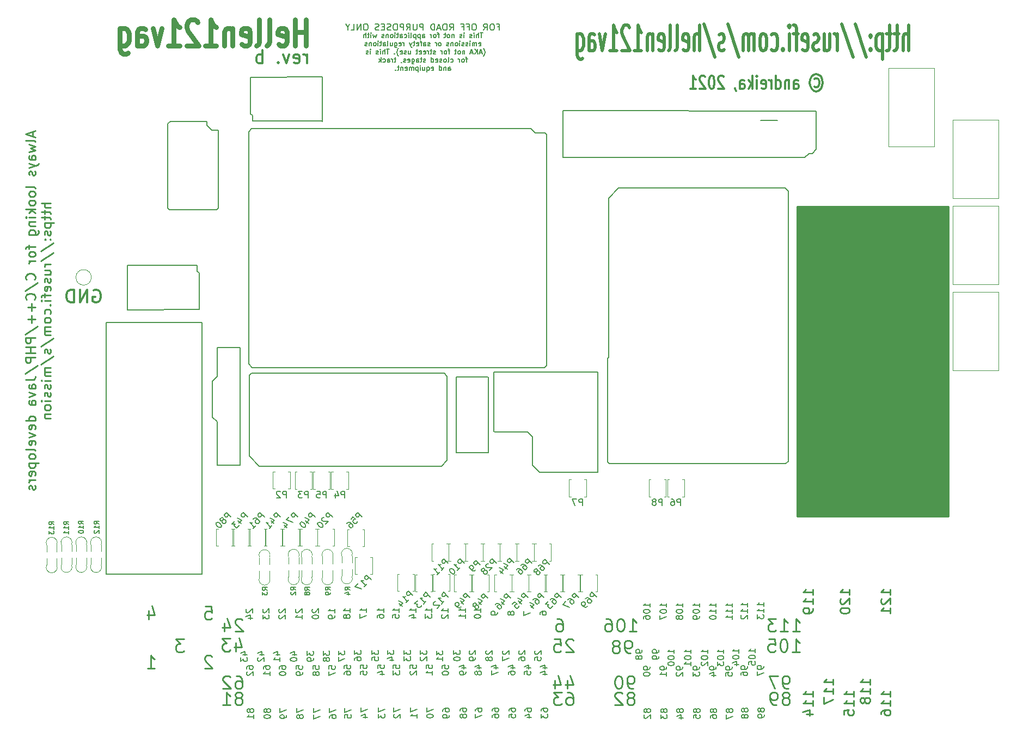
<source format=gbo>
G04 #@! TF.GenerationSoftware,KiCad,Pcbnew,(5.99.0-10483-ga6ad7a4a70)*
G04 #@! TF.CreationDate,2021-06-13T23:03:44+03:00*
G04 #@! TF.ProjectId,hellen121vag,68656c6c-656e-4313-9231-7661672e6b69,b*
G04 #@! TF.SameCoordinates,PX2b953a0PY6943058*
G04 #@! TF.FileFunction,Legend,Bot*
G04 #@! TF.FilePolarity,Positive*
%FSLAX46Y46*%
G04 Gerber Fmt 4.6, Leading zero omitted, Abs format (unit mm)*
G04 Created by KiCad (PCBNEW (5.99.0-10483-ga6ad7a4a70)) date 2021-06-13 23:03:44*
%MOMM*%
%LPD*%
G01*
G04 APERTURE LIST*
%ADD10C,0.381000*%
%ADD11C,0.250000*%
%ADD12C,0.200000*%
%ADD13C,0.300000*%
%ADD14C,0.750000*%
%ADD15C,0.304800*%
%ADD16C,0.500000*%
%ADD17C,0.150000*%
%ADD18C,0.127000*%
%ADD19C,0.120000*%
%ADD20C,0.099060*%
G04 APERTURE END LIST*
D10*
X124700000Y84000000D02*
X148100000Y84000000D01*
X148100000Y84000000D02*
X148100000Y36000000D01*
X148100000Y36000000D02*
X124700000Y36000000D01*
X124700000Y36000000D02*
X124700000Y84000000D01*
G36*
X124700000Y84000000D02*
G01*
X148100000Y84000000D01*
X148100000Y36000000D01*
X124700000Y36000000D01*
X124700000Y84000000D01*
G37*
D11*
X127063571Y23745000D02*
X127063571Y24602143D01*
X127063571Y24173572D02*
X125563571Y24173572D01*
X125777857Y24316429D01*
X125920714Y24459286D01*
X125992142Y24602143D01*
X127063571Y22316429D02*
X127063571Y23173572D01*
X127063571Y22745000D02*
X125563571Y22745000D01*
X125777857Y22887858D01*
X125920714Y23030715D01*
X125992142Y23173572D01*
X127063571Y21602143D02*
X127063571Y21316429D01*
X126992142Y21173572D01*
X126920714Y21102143D01*
X126706428Y20959286D01*
X126420714Y20887858D01*
X125849285Y20887858D01*
X125706428Y20959286D01*
X125635000Y21030715D01*
X125563571Y21173572D01*
X125563571Y21459286D01*
X125635000Y21602143D01*
X125706428Y21673572D01*
X125849285Y21745000D01*
X126206428Y21745000D01*
X126349285Y21673572D01*
X126420714Y21602143D01*
X126492142Y21459286D01*
X126492142Y21173572D01*
X126420714Y21030715D01*
X126349285Y20959286D01*
X126206428Y20887858D01*
X139128571Y23745000D02*
X139128571Y24602143D01*
X139128571Y24173572D02*
X137628571Y24173572D01*
X137842857Y24316429D01*
X137985714Y24459286D01*
X138057142Y24602143D01*
X137771428Y23173572D02*
X137700000Y23102143D01*
X137628571Y22959286D01*
X137628571Y22602143D01*
X137700000Y22459286D01*
X137771428Y22387858D01*
X137914285Y22316429D01*
X138057142Y22316429D01*
X138271428Y22387858D01*
X139128571Y23245000D01*
X139128571Y22316429D01*
X139128571Y20887858D02*
X139128571Y21745000D01*
X139128571Y21316429D02*
X137628571Y21316429D01*
X137842857Y21459286D01*
X137985714Y21602143D01*
X138057142Y21745000D01*
X139128571Y7870000D02*
X139128571Y8727143D01*
X139128571Y8298572D02*
X137628571Y8298572D01*
X137842857Y8441429D01*
X137985714Y8584286D01*
X138057142Y8727143D01*
X139128571Y6441429D02*
X139128571Y7298572D01*
X139128571Y6870000D02*
X137628571Y6870000D01*
X137842857Y7012858D01*
X137985714Y7155715D01*
X138057142Y7298572D01*
X137628571Y5155715D02*
X137628571Y5441429D01*
X137700000Y5584286D01*
X137771428Y5655715D01*
X137985714Y5798572D01*
X138271428Y5870000D01*
X138842857Y5870000D01*
X138985714Y5798572D01*
X139057142Y5727143D01*
X139128571Y5584286D01*
X139128571Y5298572D01*
X139057142Y5155715D01*
X138985714Y5084286D01*
X138842857Y5012858D01*
X138485714Y5012858D01*
X138342857Y5084286D01*
X138271428Y5155715D01*
X138200000Y5298572D01*
X138200000Y5584286D01*
X138271428Y5727143D01*
X138342857Y5798572D01*
X138485714Y5870000D01*
X133413571Y7870000D02*
X133413571Y8727143D01*
X133413571Y8298572D02*
X131913571Y8298572D01*
X132127857Y8441429D01*
X132270714Y8584286D01*
X132342142Y8727143D01*
X133413571Y6441429D02*
X133413571Y7298572D01*
X133413571Y6870000D02*
X131913571Y6870000D01*
X132127857Y7012858D01*
X132270714Y7155715D01*
X132342142Y7298572D01*
X131913571Y5084286D02*
X131913571Y5798572D01*
X132627857Y5870000D01*
X132556428Y5798572D01*
X132485000Y5655715D01*
X132485000Y5298572D01*
X132556428Y5155715D01*
X132627857Y5084286D01*
X132770714Y5012858D01*
X133127857Y5012858D01*
X133270714Y5084286D01*
X133342142Y5155715D01*
X133413571Y5298572D01*
X133413571Y5655715D01*
X133342142Y5798572D01*
X133270714Y5870000D01*
X135953571Y9775000D02*
X135953571Y10632143D01*
X135953571Y10203572D02*
X134453571Y10203572D01*
X134667857Y10346429D01*
X134810714Y10489286D01*
X134882142Y10632143D01*
X135953571Y8346429D02*
X135953571Y9203572D01*
X135953571Y8775000D02*
X134453571Y8775000D01*
X134667857Y8917858D01*
X134810714Y9060715D01*
X134882142Y9203572D01*
X135096428Y7489286D02*
X135025000Y7632143D01*
X134953571Y7703572D01*
X134810714Y7775000D01*
X134739285Y7775000D01*
X134596428Y7703572D01*
X134525000Y7632143D01*
X134453571Y7489286D01*
X134453571Y7203572D01*
X134525000Y7060715D01*
X134596428Y6989286D01*
X134739285Y6917858D01*
X134810714Y6917858D01*
X134953571Y6989286D01*
X135025000Y7060715D01*
X135096428Y7203572D01*
X135096428Y7489286D01*
X135167857Y7632143D01*
X135239285Y7703572D01*
X135382142Y7775000D01*
X135667857Y7775000D01*
X135810714Y7703572D01*
X135882142Y7632143D01*
X135953571Y7489286D01*
X135953571Y7203572D01*
X135882142Y7060715D01*
X135810714Y6989286D01*
X135667857Y6917858D01*
X135382142Y6917858D01*
X135239285Y6989286D01*
X135167857Y7060715D01*
X135096428Y7203572D01*
X132778571Y23745000D02*
X132778571Y24602143D01*
X132778571Y24173572D02*
X131278571Y24173572D01*
X131492857Y24316429D01*
X131635714Y24459286D01*
X131707142Y24602143D01*
X131421428Y23173572D02*
X131350000Y23102143D01*
X131278571Y22959286D01*
X131278571Y22602143D01*
X131350000Y22459286D01*
X131421428Y22387858D01*
X131564285Y22316429D01*
X131707142Y22316429D01*
X131921428Y22387858D01*
X132778571Y23245000D01*
X132778571Y22316429D01*
X131278571Y21387858D02*
X131278571Y21245000D01*
X131350000Y21102143D01*
X131421428Y21030715D01*
X131564285Y20959286D01*
X131850000Y20887858D01*
X132207142Y20887858D01*
X132492857Y20959286D01*
X132635714Y21030715D01*
X132707142Y21102143D01*
X132778571Y21245000D01*
X132778571Y21387858D01*
X132707142Y21530715D01*
X132635714Y21602143D01*
X132492857Y21673572D01*
X132207142Y21745000D01*
X131850000Y21745000D01*
X131564285Y21673572D01*
X131421428Y21602143D01*
X131350000Y21530715D01*
X131278571Y21387858D01*
X130238571Y9775000D02*
X130238571Y10632143D01*
X130238571Y10203572D02*
X128738571Y10203572D01*
X128952857Y10346429D01*
X129095714Y10489286D01*
X129167142Y10632143D01*
X130238571Y8346429D02*
X130238571Y9203572D01*
X130238571Y8775000D02*
X128738571Y8775000D01*
X128952857Y8917858D01*
X129095714Y9060715D01*
X129167142Y9203572D01*
X128738571Y7846429D02*
X128738571Y6846429D01*
X130238571Y7489286D01*
X127063571Y7870000D02*
X127063571Y8727143D01*
X127063571Y8298572D02*
X125563571Y8298572D01*
X125777857Y8441429D01*
X125920714Y8584286D01*
X125992142Y8727143D01*
X127063571Y6441429D02*
X127063571Y7298572D01*
X127063571Y6870000D02*
X125563571Y6870000D01*
X125777857Y7012858D01*
X125920714Y7155715D01*
X125992142Y7298572D01*
X126063571Y5155715D02*
X127063571Y5155715D01*
X125492142Y5512858D02*
X126563571Y5870000D01*
X126563571Y4941429D01*
X123082857Y7743096D02*
X123273333Y7838334D01*
X123368571Y7933572D01*
X123463809Y8124048D01*
X123463809Y8219286D01*
X123368571Y8409762D01*
X123273333Y8505000D01*
X123082857Y8600239D01*
X122701904Y8600239D01*
X122511428Y8505000D01*
X122416190Y8409762D01*
X122320952Y8219286D01*
X122320952Y8124048D01*
X122416190Y7933572D01*
X122511428Y7838334D01*
X122701904Y7743096D01*
X123082857Y7743096D01*
X123273333Y7647858D01*
X123368571Y7552620D01*
X123463809Y7362143D01*
X123463809Y6981191D01*
X123368571Y6790715D01*
X123273333Y6695477D01*
X123082857Y6600239D01*
X122701904Y6600239D01*
X122511428Y6695477D01*
X122416190Y6790715D01*
X122320952Y6981191D01*
X122320952Y7362143D01*
X122416190Y7552620D01*
X122511428Y7647858D01*
X122701904Y7743096D01*
X121368571Y6600239D02*
X120987619Y6600239D01*
X120797142Y6695477D01*
X120701904Y6790715D01*
X120511428Y7076429D01*
X120416190Y7457381D01*
X120416190Y8219286D01*
X120511428Y8409762D01*
X120606666Y8505000D01*
X120797142Y8600239D01*
X121178095Y8600239D01*
X121368571Y8505000D01*
X121463809Y8409762D01*
X121559047Y8219286D01*
X121559047Y7743096D01*
X121463809Y7552620D01*
X121368571Y7457381D01*
X121178095Y7362143D01*
X120797142Y7362143D01*
X120606666Y7457381D01*
X120511428Y7552620D01*
X120416190Y7743096D01*
X123273333Y9140239D02*
X122892380Y9140239D01*
X122701904Y9235477D01*
X122606666Y9330715D01*
X122416190Y9616429D01*
X122320952Y9997381D01*
X122320952Y10759286D01*
X122416190Y10949762D01*
X122511428Y11045000D01*
X122701904Y11140239D01*
X123082857Y11140239D01*
X123273333Y11045000D01*
X123368571Y10949762D01*
X123463809Y10759286D01*
X123463809Y10283096D01*
X123368571Y10092620D01*
X123273333Y9997381D01*
X123082857Y9902143D01*
X122701904Y9902143D01*
X122511428Y9997381D01*
X122416190Y10092620D01*
X122320952Y10283096D01*
X121654285Y11140239D02*
X120320952Y11140239D01*
X121178095Y9140239D01*
X123883333Y14870239D02*
X125026190Y14870239D01*
X124454761Y14870239D02*
X124454761Y16870239D01*
X124645238Y16584524D01*
X124835714Y16394048D01*
X125026190Y16298810D01*
X122645238Y16870239D02*
X122454761Y16870239D01*
X122264285Y16775000D01*
X122169047Y16679762D01*
X122073809Y16489286D01*
X121978571Y16108334D01*
X121978571Y15632143D01*
X122073809Y15251191D01*
X122169047Y15060715D01*
X122264285Y14965477D01*
X122454761Y14870239D01*
X122645238Y14870239D01*
X122835714Y14965477D01*
X122930952Y15060715D01*
X123026190Y15251191D01*
X123121428Y15632143D01*
X123121428Y16108334D01*
X123026190Y16489286D01*
X122930952Y16679762D01*
X122835714Y16775000D01*
X122645238Y16870239D01*
X120169047Y16870239D02*
X121121428Y16870239D01*
X121216666Y15917858D01*
X121121428Y16013096D01*
X120930952Y16108334D01*
X120454761Y16108334D01*
X120264285Y16013096D01*
X120169047Y15917858D01*
X120073809Y15727381D01*
X120073809Y15251191D01*
X120169047Y15060715D01*
X120264285Y14965477D01*
X120454761Y14870239D01*
X120930952Y14870239D01*
X121121428Y14965477D01*
X121216666Y15060715D01*
X123908333Y18030239D02*
X125051190Y18030239D01*
X124479761Y18030239D02*
X124479761Y20030239D01*
X124670238Y19744524D01*
X124860714Y19554048D01*
X125051190Y19458810D01*
X122003571Y18030239D02*
X123146428Y18030239D01*
X122575000Y18030239D02*
X122575000Y20030239D01*
X122765476Y19744524D01*
X122955952Y19554048D01*
X123146428Y19458810D01*
X121336904Y20030239D02*
X120098809Y20030239D01*
X120765476Y19268334D01*
X120479761Y19268334D01*
X120289285Y19173096D01*
X120194047Y19077858D01*
X120098809Y18887381D01*
X120098809Y18411191D01*
X120194047Y18220715D01*
X120289285Y18125477D01*
X120479761Y18030239D01*
X121051190Y18030239D01*
X121241666Y18125477D01*
X121336904Y18220715D01*
X98952857Y7743096D02*
X99143333Y7838334D01*
X99238571Y7933572D01*
X99333809Y8124048D01*
X99333809Y8219286D01*
X99238571Y8409762D01*
X99143333Y8505000D01*
X98952857Y8600239D01*
X98571904Y8600239D01*
X98381428Y8505000D01*
X98286190Y8409762D01*
X98190952Y8219286D01*
X98190952Y8124048D01*
X98286190Y7933572D01*
X98381428Y7838334D01*
X98571904Y7743096D01*
X98952857Y7743096D01*
X99143333Y7647858D01*
X99238571Y7552620D01*
X99333809Y7362143D01*
X99333809Y6981191D01*
X99238571Y6790715D01*
X99143333Y6695477D01*
X98952857Y6600239D01*
X98571904Y6600239D01*
X98381428Y6695477D01*
X98286190Y6790715D01*
X98190952Y6981191D01*
X98190952Y7362143D01*
X98286190Y7552620D01*
X98381428Y7647858D01*
X98571904Y7743096D01*
X97429047Y8409762D02*
X97333809Y8505000D01*
X97143333Y8600239D01*
X96667142Y8600239D01*
X96476666Y8505000D01*
X96381428Y8409762D01*
X96286190Y8219286D01*
X96286190Y8028810D01*
X96381428Y7743096D01*
X97524285Y6600239D01*
X96286190Y6600239D01*
X99143333Y9140239D02*
X98762380Y9140239D01*
X98571904Y9235477D01*
X98476666Y9330715D01*
X98286190Y9616429D01*
X98190952Y9997381D01*
X98190952Y10759286D01*
X98286190Y10949762D01*
X98381428Y11045000D01*
X98571904Y11140239D01*
X98952857Y11140239D01*
X99143333Y11045000D01*
X99238571Y10949762D01*
X99333809Y10759286D01*
X99333809Y10283096D01*
X99238571Y10092620D01*
X99143333Y9997381D01*
X98952857Y9902143D01*
X98571904Y9902143D01*
X98381428Y9997381D01*
X98286190Y10092620D01*
X98190952Y10283096D01*
X96952857Y11140239D02*
X96762380Y11140239D01*
X96571904Y11045000D01*
X96476666Y10949762D01*
X96381428Y10759286D01*
X96286190Y10378334D01*
X96286190Y9902143D01*
X96381428Y9521191D01*
X96476666Y9330715D01*
X96571904Y9235477D01*
X96762380Y9140239D01*
X96952857Y9140239D01*
X97143333Y9235477D01*
X97238571Y9330715D01*
X97333809Y9521191D01*
X97429047Y9902143D01*
X97429047Y10378334D01*
X97333809Y10759286D01*
X97238571Y10949762D01*
X97143333Y11045000D01*
X96952857Y11140239D01*
X98743333Y14655239D02*
X98362380Y14655239D01*
X98171904Y14750477D01*
X98076666Y14845715D01*
X97886190Y15131429D01*
X97790952Y15512381D01*
X97790952Y16274286D01*
X97886190Y16464762D01*
X97981428Y16560000D01*
X98171904Y16655239D01*
X98552857Y16655239D01*
X98743333Y16560000D01*
X98838571Y16464762D01*
X98933809Y16274286D01*
X98933809Y15798096D01*
X98838571Y15607620D01*
X98743333Y15512381D01*
X98552857Y15417143D01*
X98171904Y15417143D01*
X97981428Y15512381D01*
X97886190Y15607620D01*
X97790952Y15798096D01*
X96648095Y15798096D02*
X96838571Y15893334D01*
X96933809Y15988572D01*
X97029047Y16179048D01*
X97029047Y16274286D01*
X96933809Y16464762D01*
X96838571Y16560000D01*
X96648095Y16655239D01*
X96267142Y16655239D01*
X96076666Y16560000D01*
X95981428Y16464762D01*
X95886190Y16274286D01*
X95886190Y16179048D01*
X95981428Y15988572D01*
X96076666Y15893334D01*
X96267142Y15798096D01*
X96648095Y15798096D01*
X96838571Y15702858D01*
X96933809Y15607620D01*
X97029047Y15417143D01*
X97029047Y15036191D01*
X96933809Y14845715D01*
X96838571Y14750477D01*
X96648095Y14655239D01*
X96267142Y14655239D01*
X96076666Y14750477D01*
X95981428Y14845715D01*
X95886190Y15036191D01*
X95886190Y15417143D01*
X95981428Y15607620D01*
X96076666Y15702858D01*
X96267142Y15798096D01*
X98508333Y18030239D02*
X99651190Y18030239D01*
X99079761Y18030239D02*
X99079761Y20030239D01*
X99270238Y19744524D01*
X99460714Y19554048D01*
X99651190Y19458810D01*
X97270238Y20030239D02*
X97079761Y20030239D01*
X96889285Y19935000D01*
X96794047Y19839762D01*
X96698809Y19649286D01*
X96603571Y19268334D01*
X96603571Y18792143D01*
X96698809Y18411191D01*
X96794047Y18220715D01*
X96889285Y18125477D01*
X97079761Y18030239D01*
X97270238Y18030239D01*
X97460714Y18125477D01*
X97555952Y18220715D01*
X97651190Y18411191D01*
X97746428Y18792143D01*
X97746428Y19268334D01*
X97651190Y19649286D01*
X97555952Y19839762D01*
X97460714Y19935000D01*
X97270238Y20030239D01*
X94889285Y20030239D02*
X95270238Y20030239D01*
X95460714Y19935000D01*
X95555952Y19839762D01*
X95746428Y19554048D01*
X95841666Y19173096D01*
X95841666Y18411191D01*
X95746428Y18220715D01*
X95651190Y18125477D01*
X95460714Y18030239D01*
X95079761Y18030239D01*
X94889285Y18125477D01*
X94794047Y18220715D01*
X94698809Y18411191D01*
X94698809Y18887381D01*
X94794047Y19077858D01*
X94889285Y19173096D01*
X95079761Y19268334D01*
X95460714Y19268334D01*
X95651190Y19173096D01*
X95746428Y19077858D01*
X95841666Y18887381D01*
X88856428Y8600239D02*
X89237380Y8600239D01*
X89427857Y8505000D01*
X89523095Y8409762D01*
X89713571Y8124048D01*
X89808809Y7743096D01*
X89808809Y6981191D01*
X89713571Y6790715D01*
X89618333Y6695477D01*
X89427857Y6600239D01*
X89046904Y6600239D01*
X88856428Y6695477D01*
X88761190Y6790715D01*
X88665952Y6981191D01*
X88665952Y7457381D01*
X88761190Y7647858D01*
X88856428Y7743096D01*
X89046904Y7838334D01*
X89427857Y7838334D01*
X89618333Y7743096D01*
X89713571Y7647858D01*
X89808809Y7457381D01*
X87999285Y8600239D02*
X86761190Y8600239D01*
X87427857Y7838334D01*
X87142142Y7838334D01*
X86951666Y7743096D01*
X86856428Y7647858D01*
X86761190Y7457381D01*
X86761190Y6981191D01*
X86856428Y6790715D01*
X86951666Y6695477D01*
X87142142Y6600239D01*
X87713571Y6600239D01*
X87904047Y6695477D01*
X87999285Y6790715D01*
X88856428Y10473572D02*
X88856428Y9140239D01*
X89332619Y11235477D02*
X89808809Y9806905D01*
X88570714Y9806905D01*
X86951666Y10473572D02*
X86951666Y9140239D01*
X87427857Y11235477D02*
X87904047Y9806905D01*
X86665952Y9806905D01*
X89808809Y16664762D02*
X89713571Y16760000D01*
X89523095Y16855239D01*
X89046904Y16855239D01*
X88856428Y16760000D01*
X88761190Y16664762D01*
X88665952Y16474286D01*
X88665952Y16283810D01*
X88761190Y15998096D01*
X89904047Y14855239D01*
X88665952Y14855239D01*
X86856428Y16855239D02*
X87808809Y16855239D01*
X87904047Y15902858D01*
X87808809Y15998096D01*
X87618333Y16093334D01*
X87142142Y16093334D01*
X86951666Y15998096D01*
X86856428Y15902858D01*
X86761190Y15712381D01*
X86761190Y15236191D01*
X86856428Y15045715D01*
X86951666Y14950477D01*
X87142142Y14855239D01*
X87618333Y14855239D01*
X87808809Y14950477D01*
X87904047Y15045715D01*
X87269047Y20030239D02*
X87650000Y20030239D01*
X87840476Y19935000D01*
X87935714Y19839762D01*
X88126190Y19554048D01*
X88221428Y19173096D01*
X88221428Y18411191D01*
X88126190Y18220715D01*
X88030952Y18125477D01*
X87840476Y18030239D01*
X87459523Y18030239D01*
X87269047Y18125477D01*
X87173809Y18220715D01*
X87078571Y18411191D01*
X87078571Y18887381D01*
X87173809Y19077858D01*
X87269047Y19173096D01*
X87459523Y19268334D01*
X87840476Y19268334D01*
X88030952Y19173096D01*
X88126190Y19077858D01*
X88221428Y18887381D01*
X32563809Y21935239D02*
X33516190Y21935239D01*
X33611428Y20982858D01*
X33516190Y21078096D01*
X33325714Y21173334D01*
X32849523Y21173334D01*
X32659047Y21078096D01*
X32563809Y20982858D01*
X32468571Y20792381D01*
X32468571Y20316191D01*
X32563809Y20125715D01*
X32659047Y20030477D01*
X32849523Y19935239D01*
X33325714Y19935239D01*
X33516190Y20030477D01*
X33611428Y20125715D01*
X23769047Y21268572D02*
X23769047Y19935239D01*
X24245238Y22030477D02*
X24721428Y20601905D01*
X23483333Y20601905D01*
X29261666Y16855239D02*
X28023571Y16855239D01*
X28690238Y16093334D01*
X28404523Y16093334D01*
X28214047Y15998096D01*
X28118809Y15902858D01*
X28023571Y15712381D01*
X28023571Y15236191D01*
X28118809Y15045715D01*
X28214047Y14950477D01*
X28404523Y14855239D01*
X28975952Y14855239D01*
X29166428Y14950477D01*
X29261666Y15045715D01*
X33611428Y14124762D02*
X33516190Y14220000D01*
X33325714Y14315239D01*
X32849523Y14315239D01*
X32659047Y14220000D01*
X32563809Y14124762D01*
X32468571Y13934286D01*
X32468571Y13743810D01*
X32563809Y13458096D01*
X33706666Y12315239D01*
X32468571Y12315239D01*
X23578571Y12315239D02*
X24721428Y12315239D01*
X24150000Y12315239D02*
X24150000Y14315239D01*
X24340476Y14029524D01*
X24530952Y13839048D01*
X24721428Y13743810D01*
X37992857Y7743096D02*
X38183333Y7838334D01*
X38278571Y7933572D01*
X38373809Y8124048D01*
X38373809Y8219286D01*
X38278571Y8409762D01*
X38183333Y8505000D01*
X37992857Y8600239D01*
X37611904Y8600239D01*
X37421428Y8505000D01*
X37326190Y8409762D01*
X37230952Y8219286D01*
X37230952Y8124048D01*
X37326190Y7933572D01*
X37421428Y7838334D01*
X37611904Y7743096D01*
X37992857Y7743096D01*
X38183333Y7647858D01*
X38278571Y7552620D01*
X38373809Y7362143D01*
X38373809Y6981191D01*
X38278571Y6790715D01*
X38183333Y6695477D01*
X37992857Y6600239D01*
X37611904Y6600239D01*
X37421428Y6695477D01*
X37326190Y6790715D01*
X37230952Y6981191D01*
X37230952Y7362143D01*
X37326190Y7552620D01*
X37421428Y7647858D01*
X37611904Y7743096D01*
X35326190Y6600239D02*
X36469047Y6600239D01*
X35897619Y6600239D02*
X35897619Y8600239D01*
X36088095Y8314524D01*
X36278571Y8124048D01*
X36469047Y8028810D01*
X37421428Y11140239D02*
X37802380Y11140239D01*
X37992857Y11045000D01*
X38088095Y10949762D01*
X38278571Y10664048D01*
X38373809Y10283096D01*
X38373809Y9521191D01*
X38278571Y9330715D01*
X38183333Y9235477D01*
X37992857Y9140239D01*
X37611904Y9140239D01*
X37421428Y9235477D01*
X37326190Y9330715D01*
X37230952Y9521191D01*
X37230952Y9997381D01*
X37326190Y10187858D01*
X37421428Y10283096D01*
X37611904Y10378334D01*
X37992857Y10378334D01*
X38183333Y10283096D01*
X38278571Y10187858D01*
X38373809Y9997381D01*
X36469047Y10949762D02*
X36373809Y11045000D01*
X36183333Y11140239D01*
X35707142Y11140239D01*
X35516666Y11045000D01*
X35421428Y10949762D01*
X35326190Y10759286D01*
X35326190Y10568810D01*
X35421428Y10283096D01*
X36564285Y9140239D01*
X35326190Y9140239D01*
X37333428Y16307572D02*
X37333428Y14974239D01*
X37809619Y17069477D02*
X38285809Y15640905D01*
X37047714Y15640905D01*
X36476285Y16974239D02*
X35238190Y16974239D01*
X35904857Y16212334D01*
X35619142Y16212334D01*
X35428666Y16117096D01*
X35333428Y16021858D01*
X35238190Y15831381D01*
X35238190Y15355191D01*
X35333428Y15164715D01*
X35428666Y15069477D01*
X35619142Y14974239D01*
X36190571Y14974239D01*
X36381047Y15069477D01*
X36476285Y15164715D01*
X38373809Y19839762D02*
X38278571Y19935000D01*
X38088095Y20030239D01*
X37611904Y20030239D01*
X37421428Y19935000D01*
X37326190Y19839762D01*
X37230952Y19649286D01*
X37230952Y19458810D01*
X37326190Y19173096D01*
X38469047Y18030239D01*
X37230952Y18030239D01*
X35516666Y19363572D02*
X35516666Y18030239D01*
X35992857Y20125477D02*
X36469047Y18696905D01*
X35230952Y18696905D01*
D12*
X53282380Y15049524D02*
X53282380Y14430477D01*
X53663333Y14763810D01*
X53663333Y14620953D01*
X53710952Y14525715D01*
X53758571Y14478096D01*
X53853809Y14430477D01*
X54091904Y14430477D01*
X54187142Y14478096D01*
X54234761Y14525715D01*
X54282380Y14620953D01*
X54282380Y14906667D01*
X54234761Y15001905D01*
X54187142Y15049524D01*
X53282380Y14097143D02*
X53282380Y13430477D01*
X54282380Y13859048D01*
X52714380Y20969477D02*
X52714380Y21540905D01*
X52714380Y21255191D02*
X51714380Y21255191D01*
X51857238Y21350429D01*
X51952476Y21445667D01*
X52000095Y21540905D01*
X52714380Y20493286D02*
X52714380Y20302810D01*
X52666761Y20207572D01*
X52619142Y20159953D01*
X52476285Y20064715D01*
X52285809Y20017096D01*
X51904857Y20017096D01*
X51809619Y20064715D01*
X51762000Y20112334D01*
X51714380Y20207572D01*
X51714380Y20398048D01*
X51762000Y20493286D01*
X51809619Y20540905D01*
X51904857Y20588524D01*
X52142952Y20588524D01*
X52238190Y20540905D01*
X52285809Y20493286D01*
X52333428Y20398048D01*
X52333428Y20207572D01*
X52285809Y20112334D01*
X52238190Y20064715D01*
X52142952Y20017096D01*
X115582380Y14706667D02*
X115582380Y15278096D01*
X115582380Y14992381D02*
X114582380Y14992381D01*
X114725238Y15087620D01*
X114820476Y15182858D01*
X114868095Y15278096D01*
X114582380Y14087620D02*
X114582380Y13992381D01*
X114630000Y13897143D01*
X114677619Y13849524D01*
X114772857Y13801905D01*
X114963333Y13754286D01*
X115201428Y13754286D01*
X115391904Y13801905D01*
X115487142Y13849524D01*
X115534761Y13897143D01*
X115582380Y13992381D01*
X115582380Y14087620D01*
X115534761Y14182858D01*
X115487142Y14230477D01*
X115391904Y14278096D01*
X115201428Y14325715D01*
X114963333Y14325715D01*
X114772857Y14278096D01*
X114677619Y14230477D01*
X114630000Y14182858D01*
X114582380Y14087620D01*
X114915714Y12897143D02*
X115582380Y12897143D01*
X114534761Y13135239D02*
X115249047Y13373334D01*
X115249047Y12754286D01*
X43547714Y14464715D02*
X44214380Y14464715D01*
X43166761Y14702810D02*
X43881047Y14940905D01*
X43881047Y14321858D01*
X44214380Y13417096D02*
X44214380Y13988524D01*
X44214380Y13702810D02*
X43214380Y13702810D01*
X43357238Y13798048D01*
X43452476Y13893286D01*
X43500095Y13988524D01*
X106814380Y21845667D02*
X106814380Y22417096D01*
X106814380Y22131381D02*
X105814380Y22131381D01*
X105957238Y22226620D01*
X106052476Y22321858D01*
X106100095Y22417096D01*
X105814380Y21226620D02*
X105814380Y21131381D01*
X105862000Y21036143D01*
X105909619Y20988524D01*
X106004857Y20940905D01*
X106195333Y20893286D01*
X106433428Y20893286D01*
X106623904Y20940905D01*
X106719142Y20988524D01*
X106766761Y21036143D01*
X106814380Y21131381D01*
X106814380Y21226620D01*
X106766761Y21321858D01*
X106719142Y21369477D01*
X106623904Y21417096D01*
X106433428Y21464715D01*
X106195333Y21464715D01*
X106004857Y21417096D01*
X105909619Y21369477D01*
X105862000Y21321858D01*
X105814380Y21226620D01*
X106242952Y20321858D02*
X106195333Y20417096D01*
X106147714Y20464715D01*
X106052476Y20512334D01*
X106004857Y20512334D01*
X105909619Y20464715D01*
X105862000Y20417096D01*
X105814380Y20321858D01*
X105814380Y20131381D01*
X105862000Y20036143D01*
X105909619Y19988524D01*
X106004857Y19940905D01*
X106052476Y19940905D01*
X106147714Y19988524D01*
X106195333Y20036143D01*
X106242952Y20131381D01*
X106242952Y20321858D01*
X106290571Y20417096D01*
X106338190Y20464715D01*
X106433428Y20512334D01*
X106623904Y20512334D01*
X106719142Y20464715D01*
X106766761Y20417096D01*
X106814380Y20321858D01*
X106814380Y20131381D01*
X106766761Y20036143D01*
X106719142Y19988524D01*
X106623904Y19940905D01*
X106433428Y19940905D01*
X106338190Y19988524D01*
X106290571Y20036143D01*
X106242952Y20131381D01*
D13*
X48404761Y106370239D02*
X48404761Y107703572D01*
X48404761Y107322620D02*
X48309523Y107513096D01*
X48214285Y107608334D01*
X48023809Y107703572D01*
X47833333Y107703572D01*
X46404761Y106465477D02*
X46595238Y106370239D01*
X46976190Y106370239D01*
X47166666Y106465477D01*
X47261904Y106655953D01*
X47261904Y107417858D01*
X47166666Y107608334D01*
X46976190Y107703572D01*
X46595238Y107703572D01*
X46404761Y107608334D01*
X46309523Y107417858D01*
X46309523Y107227381D01*
X47261904Y107036905D01*
X45642857Y107703572D02*
X45166666Y106370239D01*
X44690476Y107703572D01*
X43928571Y106560715D02*
X43833333Y106465477D01*
X43928571Y106370239D01*
X44023809Y106465477D01*
X43928571Y106560715D01*
X43928571Y106370239D01*
X41452380Y106370239D02*
X41452380Y108370239D01*
X41452380Y107608334D02*
X41261904Y107703572D01*
X40880952Y107703572D01*
X40690476Y107608334D01*
X40595238Y107513096D01*
X40500000Y107322620D01*
X40500000Y106751191D01*
X40595238Y106560715D01*
X40690476Y106465477D01*
X40880952Y106370239D01*
X41261904Y106370239D01*
X41452380Y106465477D01*
D12*
X116410952Y5911429D02*
X116363333Y6006667D01*
X116315714Y6054286D01*
X116220476Y6101905D01*
X116172857Y6101905D01*
X116077619Y6054286D01*
X116030000Y6006667D01*
X115982380Y5911429D01*
X115982380Y5720953D01*
X116030000Y5625715D01*
X116077619Y5578096D01*
X116172857Y5530477D01*
X116220476Y5530477D01*
X116315714Y5578096D01*
X116363333Y5625715D01*
X116410952Y5720953D01*
X116410952Y5911429D01*
X116458571Y6006667D01*
X116506190Y6054286D01*
X116601428Y6101905D01*
X116791904Y6101905D01*
X116887142Y6054286D01*
X116934761Y6006667D01*
X116982380Y5911429D01*
X116982380Y5720953D01*
X116934761Y5625715D01*
X116887142Y5578096D01*
X116791904Y5530477D01*
X116601428Y5530477D01*
X116506190Y5578096D01*
X116458571Y5625715D01*
X116410952Y5720953D01*
X116410952Y4959048D02*
X116363333Y5054286D01*
X116315714Y5101905D01*
X116220476Y5149524D01*
X116172857Y5149524D01*
X116077619Y5101905D01*
X116030000Y5054286D01*
X115982380Y4959048D01*
X115982380Y4768572D01*
X116030000Y4673334D01*
X116077619Y4625715D01*
X116172857Y4578096D01*
X116220476Y4578096D01*
X116315714Y4625715D01*
X116363333Y4673334D01*
X116410952Y4768572D01*
X116410952Y4959048D01*
X116458571Y5054286D01*
X116506190Y5101905D01*
X116601428Y5149524D01*
X116791904Y5149524D01*
X116887142Y5101905D01*
X116934761Y5054286D01*
X116982380Y4959048D01*
X116982380Y4768572D01*
X116934761Y4673334D01*
X116887142Y4625715D01*
X116791904Y4578096D01*
X116601428Y4578096D01*
X116506190Y4625715D01*
X116458571Y4673334D01*
X116410952Y4768572D01*
X44109619Y21540905D02*
X44062000Y21493286D01*
X44014380Y21398048D01*
X44014380Y21159953D01*
X44062000Y21064715D01*
X44109619Y21017096D01*
X44204857Y20969477D01*
X44300095Y20969477D01*
X44442952Y21017096D01*
X45014380Y21588524D01*
X45014380Y20969477D01*
X44109619Y20588524D02*
X44062000Y20540905D01*
X44014380Y20445667D01*
X44014380Y20207572D01*
X44062000Y20112334D01*
X44109619Y20064715D01*
X44204857Y20017096D01*
X44300095Y20017096D01*
X44442952Y20064715D01*
X45014380Y20636143D01*
X45014380Y20017096D01*
X59414380Y12317096D02*
X59414380Y12793286D01*
X59890571Y12840905D01*
X59842952Y12793286D01*
X59795333Y12698048D01*
X59795333Y12459953D01*
X59842952Y12364715D01*
X59890571Y12317096D01*
X59985809Y12269477D01*
X60223904Y12269477D01*
X60319142Y12317096D01*
X60366761Y12364715D01*
X60414380Y12459953D01*
X60414380Y12698048D01*
X60366761Y12793286D01*
X60319142Y12840905D01*
X59747714Y11412334D02*
X60414380Y11412334D01*
X59366761Y11650429D02*
X60081047Y11888524D01*
X60081047Y11269477D01*
X101714380Y12545667D02*
X101714380Y12355191D01*
X101666761Y12259953D01*
X101619142Y12212334D01*
X101476285Y12117096D01*
X101285809Y12069477D01*
X100904857Y12069477D01*
X100809619Y12117096D01*
X100762000Y12164715D01*
X100714380Y12259953D01*
X100714380Y12450429D01*
X100762000Y12545667D01*
X100809619Y12593286D01*
X100904857Y12640905D01*
X101142952Y12640905D01*
X101238190Y12593286D01*
X101285809Y12545667D01*
X101333428Y12450429D01*
X101333428Y12259953D01*
X101285809Y12164715D01*
X101238190Y12117096D01*
X101142952Y12069477D01*
X100714380Y11450429D02*
X100714380Y11355191D01*
X100762000Y11259953D01*
X100809619Y11212334D01*
X100904857Y11164715D01*
X101095333Y11117096D01*
X101333428Y11117096D01*
X101523904Y11164715D01*
X101619142Y11212334D01*
X101666761Y11259953D01*
X101714380Y11355191D01*
X101714380Y11450429D01*
X101666761Y11545667D01*
X101619142Y11593286D01*
X101523904Y11640905D01*
X101333428Y11688524D01*
X101095333Y11688524D01*
X100904857Y11640905D01*
X100809619Y11593286D01*
X100762000Y11545667D01*
X100714380Y11450429D01*
X74847714Y12364715D02*
X75514380Y12364715D01*
X74466761Y12602810D02*
X75181047Y12840905D01*
X75181047Y12221858D01*
X74942952Y11698048D02*
X74895333Y11793286D01*
X74847714Y11840905D01*
X74752476Y11888524D01*
X74704857Y11888524D01*
X74609619Y11840905D01*
X74562000Y11793286D01*
X74514380Y11698048D01*
X74514380Y11507572D01*
X74562000Y11412334D01*
X74609619Y11364715D01*
X74704857Y11317096D01*
X74752476Y11317096D01*
X74847714Y11364715D01*
X74895333Y11412334D01*
X74942952Y11507572D01*
X74942952Y11698048D01*
X74990571Y11793286D01*
X75038190Y11840905D01*
X75133428Y11888524D01*
X75323904Y11888524D01*
X75419142Y11840905D01*
X75466761Y11793286D01*
X75514380Y11698048D01*
X75514380Y11507572D01*
X75466761Y11412334D01*
X75419142Y11364715D01*
X75323904Y11317096D01*
X75133428Y11317096D01*
X75038190Y11364715D01*
X74990571Y11412334D01*
X74942952Y11507572D01*
X112014380Y12545667D02*
X112014380Y12355191D01*
X111966761Y12259953D01*
X111919142Y12212334D01*
X111776285Y12117096D01*
X111585809Y12069477D01*
X111204857Y12069477D01*
X111109619Y12117096D01*
X111062000Y12164715D01*
X111014380Y12259953D01*
X111014380Y12450429D01*
X111062000Y12545667D01*
X111109619Y12593286D01*
X111204857Y12640905D01*
X111442952Y12640905D01*
X111538190Y12593286D01*
X111585809Y12545667D01*
X111633428Y12450429D01*
X111633428Y12259953D01*
X111585809Y12164715D01*
X111538190Y12117096D01*
X111442952Y12069477D01*
X111347714Y11212334D02*
X112014380Y11212334D01*
X110966761Y11450429D02*
X111681047Y11688524D01*
X111681047Y11069477D01*
D14*
X48275000Y109115477D02*
X48275000Y113115476D01*
X48275000Y111210714D02*
X46560714Y111210714D01*
X46560714Y109115477D02*
X46560714Y113115476D01*
X43989285Y109305953D02*
X44275000Y109115477D01*
X44846428Y109115477D01*
X45132142Y109305953D01*
X45275000Y109686905D01*
X45275000Y111210714D01*
X45132142Y111591666D01*
X44846428Y111782142D01*
X44275000Y111782142D01*
X43989285Y111591666D01*
X43846428Y111210714D01*
X43846428Y110829761D01*
X45275000Y110448809D01*
X42132142Y109115477D02*
X42417857Y109305953D01*
X42560714Y109686905D01*
X42560714Y113115476D01*
X40560714Y109115477D02*
X40846428Y109305953D01*
X40989285Y109686905D01*
X40989285Y113115476D01*
X38275000Y109305953D02*
X38560714Y109115477D01*
X39132142Y109115477D01*
X39417857Y109305953D01*
X39560714Y109686905D01*
X39560714Y111210714D01*
X39417857Y111591666D01*
X39132142Y111782142D01*
X38560714Y111782142D01*
X38275000Y111591666D01*
X38132142Y111210714D01*
X38132142Y110829761D01*
X39560714Y110448809D01*
X36846428Y111782142D02*
X36846428Y109115477D01*
X36846428Y111401190D02*
X36703571Y111591666D01*
X36417857Y111782142D01*
X35989285Y111782142D01*
X35703571Y111591666D01*
X35560714Y111210714D01*
X35560714Y109115477D01*
X32560714Y109115477D02*
X34275000Y109115477D01*
X33417857Y109115477D02*
X33417857Y113115476D01*
X33703571Y112544047D01*
X33989285Y112163095D01*
X34275000Y111972619D01*
X31417857Y112734523D02*
X31275000Y112925000D01*
X30989285Y113115476D01*
X30275000Y113115476D01*
X29989285Y112925000D01*
X29846428Y112734523D01*
X29703571Y112353571D01*
X29703571Y111972619D01*
X29846428Y111401190D01*
X31560714Y109115477D01*
X29703571Y109115477D01*
X26846428Y109115477D02*
X28560714Y109115477D01*
X27703571Y109115477D02*
X27703571Y113115476D01*
X27989285Y112544047D01*
X28275000Y112163095D01*
X28560714Y111972619D01*
X25846428Y111782142D02*
X25132142Y109115477D01*
X24417857Y111782142D01*
X21989285Y109115477D02*
X21989285Y111210714D01*
X22132142Y111591666D01*
X22417857Y111782142D01*
X22989285Y111782142D01*
X23275000Y111591666D01*
X21989285Y109305953D02*
X22275000Y109115477D01*
X22989285Y109115477D01*
X23275000Y109305953D01*
X23417857Y109686905D01*
X23417857Y110067858D01*
X23275000Y110448809D01*
X22989285Y110639285D01*
X22275000Y110639285D01*
X21989285Y110829761D01*
X19275000Y111782142D02*
X19275000Y108544048D01*
X19417857Y108163096D01*
X19560714Y107972620D01*
X19846428Y107782143D01*
X20275000Y107782143D01*
X20560714Y107972620D01*
X19275000Y109305953D02*
X19560714Y109115477D01*
X20132142Y109115477D01*
X20417857Y109305953D01*
X20560714Y109496429D01*
X20703571Y109877381D01*
X20703571Y111020238D01*
X20560714Y111401190D01*
X20417857Y111591666D01*
X20132142Y111782142D01*
X19560714Y111782142D01*
X19275000Y111591666D01*
D13*
X15185809Y71079000D02*
X15376285Y71174239D01*
X15662000Y71174239D01*
X15947714Y71079000D01*
X16138190Y70888524D01*
X16233428Y70698048D01*
X16328666Y70317096D01*
X16328666Y70031381D01*
X16233428Y69650429D01*
X16138190Y69459953D01*
X15947714Y69269477D01*
X15662000Y69174239D01*
X15471523Y69174239D01*
X15185809Y69269477D01*
X15090571Y69364715D01*
X15090571Y70031381D01*
X15471523Y70031381D01*
X14233428Y69174239D02*
X14233428Y71174239D01*
X13090571Y69174239D01*
X13090571Y71174239D01*
X12138190Y69174239D02*
X12138190Y71174239D01*
X11662000Y71174239D01*
X11376285Y71079000D01*
X11185809Y70888524D01*
X11090571Y70698048D01*
X10995333Y70317096D01*
X10995333Y70031381D01*
X11090571Y69650429D01*
X11185809Y69459953D01*
X11376285Y69269477D01*
X11662000Y69174239D01*
X12138190Y69174239D01*
D11*
X5717500Y95721429D02*
X5717500Y95007143D01*
X6146071Y95864286D02*
X4646071Y95364286D01*
X6146071Y94864286D01*
X6146071Y94150000D02*
X6074642Y94292858D01*
X5931785Y94364286D01*
X4646071Y94364286D01*
X5146071Y93721429D02*
X6146071Y93435715D01*
X5431785Y93150000D01*
X6146071Y92864286D01*
X5146071Y92578572D01*
X6146071Y91364286D02*
X5360357Y91364286D01*
X5217500Y91435715D01*
X5146071Y91578572D01*
X5146071Y91864286D01*
X5217500Y92007143D01*
X6074642Y91364286D02*
X6146071Y91507143D01*
X6146071Y91864286D01*
X6074642Y92007143D01*
X5931785Y92078572D01*
X5788928Y92078572D01*
X5646071Y92007143D01*
X5574642Y91864286D01*
X5574642Y91507143D01*
X5503214Y91364286D01*
X5146071Y90792858D02*
X6146071Y90435715D01*
X5146071Y90078572D02*
X6146071Y90435715D01*
X6503214Y90578572D01*
X6574642Y90650000D01*
X6646071Y90792858D01*
X6074642Y89578572D02*
X6146071Y89435715D01*
X6146071Y89150000D01*
X6074642Y89007143D01*
X5931785Y88935715D01*
X5860357Y88935715D01*
X5717500Y89007143D01*
X5646071Y89150000D01*
X5646071Y89364286D01*
X5574642Y89507143D01*
X5431785Y89578572D01*
X5360357Y89578572D01*
X5217500Y89507143D01*
X5146071Y89364286D01*
X5146071Y89150000D01*
X5217500Y89007143D01*
X6146071Y86935715D02*
X6074642Y87078572D01*
X5931785Y87150000D01*
X4646071Y87150000D01*
X6146071Y86150000D02*
X6074642Y86292858D01*
X6003214Y86364286D01*
X5860357Y86435715D01*
X5431785Y86435715D01*
X5288928Y86364286D01*
X5217500Y86292858D01*
X5146071Y86150000D01*
X5146071Y85935715D01*
X5217500Y85792858D01*
X5288928Y85721429D01*
X5431785Y85650000D01*
X5860357Y85650000D01*
X6003214Y85721429D01*
X6074642Y85792858D01*
X6146071Y85935715D01*
X6146071Y86150000D01*
X6146071Y84792858D02*
X6074642Y84935715D01*
X6003214Y85007143D01*
X5860357Y85078572D01*
X5431785Y85078572D01*
X5288928Y85007143D01*
X5217500Y84935715D01*
X5146071Y84792858D01*
X5146071Y84578572D01*
X5217500Y84435715D01*
X5288928Y84364286D01*
X5431785Y84292858D01*
X5860357Y84292858D01*
X6003214Y84364286D01*
X6074642Y84435715D01*
X6146071Y84578572D01*
X6146071Y84792858D01*
X6146071Y83650000D02*
X4646071Y83650000D01*
X5574642Y83507143D02*
X6146071Y83078572D01*
X5146071Y83078572D02*
X5717500Y83650000D01*
X6146071Y82435715D02*
X5146071Y82435715D01*
X4646071Y82435715D02*
X4717500Y82507143D01*
X4788928Y82435715D01*
X4717500Y82364286D01*
X4646071Y82435715D01*
X4788928Y82435715D01*
X5146071Y81721429D02*
X6146071Y81721429D01*
X5288928Y81721429D02*
X5217500Y81650000D01*
X5146071Y81507143D01*
X5146071Y81292858D01*
X5217500Y81150000D01*
X5360357Y81078572D01*
X6146071Y81078572D01*
X5146071Y79721429D02*
X6360357Y79721429D01*
X6503214Y79792858D01*
X6574642Y79864286D01*
X6646071Y80007143D01*
X6646071Y80221429D01*
X6574642Y80364286D01*
X6074642Y79721429D02*
X6146071Y79864286D01*
X6146071Y80150000D01*
X6074642Y80292858D01*
X6003214Y80364286D01*
X5860357Y80435715D01*
X5431785Y80435715D01*
X5288928Y80364286D01*
X5217500Y80292858D01*
X5146071Y80150000D01*
X5146071Y79864286D01*
X5217500Y79721429D01*
X5146071Y78078572D02*
X5146071Y77507143D01*
X6146071Y77864286D02*
X4860357Y77864286D01*
X4717500Y77792858D01*
X4646071Y77650000D01*
X4646071Y77507143D01*
X6146071Y76792858D02*
X6074642Y76935715D01*
X6003214Y77007143D01*
X5860357Y77078572D01*
X5431785Y77078572D01*
X5288928Y77007143D01*
X5217500Y76935715D01*
X5146071Y76792858D01*
X5146071Y76578572D01*
X5217500Y76435715D01*
X5288928Y76364286D01*
X5431785Y76292858D01*
X5860357Y76292858D01*
X6003214Y76364286D01*
X6074642Y76435715D01*
X6146071Y76578572D01*
X6146071Y76792858D01*
X6146071Y75650000D02*
X5146071Y75650000D01*
X5431785Y75650000D02*
X5288928Y75578572D01*
X5217500Y75507143D01*
X5146071Y75364286D01*
X5146071Y75221429D01*
X6003214Y72721429D02*
X6074642Y72792858D01*
X6146071Y73007143D01*
X6146071Y73150000D01*
X6074642Y73364286D01*
X5931785Y73507143D01*
X5788928Y73578572D01*
X5503214Y73650000D01*
X5288928Y73650000D01*
X5003214Y73578572D01*
X4860357Y73507143D01*
X4717500Y73364286D01*
X4646071Y73150000D01*
X4646071Y73007143D01*
X4717500Y72792858D01*
X4788928Y72721429D01*
X4574642Y71007143D02*
X6503214Y72292858D01*
X6003214Y69650000D02*
X6074642Y69721429D01*
X6146071Y69935715D01*
X6146071Y70078572D01*
X6074642Y70292858D01*
X5931785Y70435715D01*
X5788928Y70507143D01*
X5503214Y70578572D01*
X5288928Y70578572D01*
X5003214Y70507143D01*
X4860357Y70435715D01*
X4717500Y70292858D01*
X4646071Y70078572D01*
X4646071Y69935715D01*
X4717500Y69721429D01*
X4788928Y69650000D01*
X5574642Y69007143D02*
X5574642Y67864286D01*
X6146071Y68435715D02*
X5003214Y68435715D01*
X5574642Y67150000D02*
X5574642Y66007143D01*
X6146071Y66578572D02*
X5003214Y66578572D01*
X4574642Y64221429D02*
X6503214Y65507143D01*
X6146071Y63721429D02*
X4646071Y63721429D01*
X4646071Y63150000D01*
X4717500Y63007143D01*
X4788928Y62935715D01*
X4931785Y62864286D01*
X5146071Y62864286D01*
X5288928Y62935715D01*
X5360357Y63007143D01*
X5431785Y63150000D01*
X5431785Y63721429D01*
X6146071Y62221429D02*
X4646071Y62221429D01*
X5360357Y62221429D02*
X5360357Y61364286D01*
X6146071Y61364286D02*
X4646071Y61364286D01*
X6146071Y60650000D02*
X4646071Y60650000D01*
X4646071Y60078572D01*
X4717500Y59935715D01*
X4788928Y59864286D01*
X4931785Y59792858D01*
X5146071Y59792858D01*
X5288928Y59864286D01*
X5360357Y59935715D01*
X5431785Y60078572D01*
X5431785Y60650000D01*
X4574642Y58078572D02*
X6503214Y59364286D01*
X4646071Y57150000D02*
X5717500Y57150000D01*
X5931785Y57221429D01*
X6074642Y57364286D01*
X6146071Y57578572D01*
X6146071Y57721429D01*
X6146071Y55792858D02*
X5360357Y55792858D01*
X5217500Y55864286D01*
X5146071Y56007143D01*
X5146071Y56292858D01*
X5217500Y56435715D01*
X6074642Y55792858D02*
X6146071Y55935715D01*
X6146071Y56292858D01*
X6074642Y56435715D01*
X5931785Y56507143D01*
X5788928Y56507143D01*
X5646071Y56435715D01*
X5574642Y56292858D01*
X5574642Y55935715D01*
X5503214Y55792858D01*
X5146071Y55221429D02*
X6146071Y54864286D01*
X5146071Y54507143D01*
X6146071Y53292858D02*
X5360357Y53292858D01*
X5217500Y53364286D01*
X5146071Y53507143D01*
X5146071Y53792858D01*
X5217500Y53935715D01*
X6074642Y53292858D02*
X6146071Y53435715D01*
X6146071Y53792858D01*
X6074642Y53935715D01*
X5931785Y54007143D01*
X5788928Y54007143D01*
X5646071Y53935715D01*
X5574642Y53792858D01*
X5574642Y53435715D01*
X5503214Y53292858D01*
X6146071Y50792858D02*
X4646071Y50792858D01*
X6074642Y50792858D02*
X6146071Y50935715D01*
X6146071Y51221429D01*
X6074642Y51364286D01*
X6003214Y51435715D01*
X5860357Y51507143D01*
X5431785Y51507143D01*
X5288928Y51435715D01*
X5217500Y51364286D01*
X5146071Y51221429D01*
X5146071Y50935715D01*
X5217500Y50792858D01*
X6074642Y49507143D02*
X6146071Y49650000D01*
X6146071Y49935715D01*
X6074642Y50078572D01*
X5931785Y50150000D01*
X5360357Y50150000D01*
X5217500Y50078572D01*
X5146071Y49935715D01*
X5146071Y49650000D01*
X5217500Y49507143D01*
X5360357Y49435715D01*
X5503214Y49435715D01*
X5646071Y50150000D01*
X5146071Y48935715D02*
X6146071Y48578572D01*
X5146071Y48221429D01*
X6074642Y47078572D02*
X6146071Y47221429D01*
X6146071Y47507143D01*
X6074642Y47650000D01*
X5931785Y47721429D01*
X5360357Y47721429D01*
X5217500Y47650000D01*
X5146071Y47507143D01*
X5146071Y47221429D01*
X5217500Y47078572D01*
X5360357Y47007143D01*
X5503214Y47007143D01*
X5646071Y47721429D01*
X6146071Y46150000D02*
X6074642Y46292858D01*
X5931785Y46364286D01*
X4646071Y46364286D01*
X6146071Y45364286D02*
X6074642Y45507143D01*
X6003214Y45578572D01*
X5860357Y45650000D01*
X5431785Y45650000D01*
X5288928Y45578572D01*
X5217500Y45507143D01*
X5146071Y45364286D01*
X5146071Y45150000D01*
X5217500Y45007143D01*
X5288928Y44935715D01*
X5431785Y44864286D01*
X5860357Y44864286D01*
X6003214Y44935715D01*
X6074642Y45007143D01*
X6146071Y45150000D01*
X6146071Y45364286D01*
X5146071Y44221429D02*
X6646071Y44221429D01*
X5217500Y44221429D02*
X5146071Y44078572D01*
X5146071Y43792858D01*
X5217500Y43650000D01*
X5288928Y43578572D01*
X5431785Y43507143D01*
X5860357Y43507143D01*
X6003214Y43578572D01*
X6074642Y43650000D01*
X6146071Y43792858D01*
X6146071Y44078572D01*
X6074642Y44221429D01*
X6074642Y42292858D02*
X6146071Y42435715D01*
X6146071Y42721429D01*
X6074642Y42864286D01*
X5931785Y42935715D01*
X5360357Y42935715D01*
X5217500Y42864286D01*
X5146071Y42721429D01*
X5146071Y42435715D01*
X5217500Y42292858D01*
X5360357Y42221429D01*
X5503214Y42221429D01*
X5646071Y42935715D01*
X6146071Y41578572D02*
X5146071Y41578572D01*
X5431785Y41578572D02*
X5288928Y41507143D01*
X5217500Y41435715D01*
X5146071Y41292858D01*
X5146071Y41150000D01*
X6074642Y40721429D02*
X6146071Y40578572D01*
X6146071Y40292858D01*
X6074642Y40150000D01*
X5931785Y40078572D01*
X5860357Y40078572D01*
X5717500Y40150000D01*
X5646071Y40292858D01*
X5646071Y40507143D01*
X5574642Y40650000D01*
X5431785Y40721429D01*
X5360357Y40721429D01*
X5217500Y40650000D01*
X5146071Y40507143D01*
X5146071Y40292858D01*
X5217500Y40150000D01*
X8561071Y84614286D02*
X7061071Y84614286D01*
X8561071Y83971429D02*
X7775357Y83971429D01*
X7632500Y84042858D01*
X7561071Y84185715D01*
X7561071Y84400000D01*
X7632500Y84542858D01*
X7703928Y84614286D01*
X7561071Y83471429D02*
X7561071Y82900000D01*
X7061071Y83257143D02*
X8346785Y83257143D01*
X8489642Y83185715D01*
X8561071Y83042858D01*
X8561071Y82900000D01*
X7561071Y82614286D02*
X7561071Y82042858D01*
X7061071Y82400000D02*
X8346785Y82400000D01*
X8489642Y82328572D01*
X8561071Y82185715D01*
X8561071Y82042858D01*
X7561071Y81542858D02*
X9061071Y81542858D01*
X7632500Y81542858D02*
X7561071Y81400000D01*
X7561071Y81114286D01*
X7632500Y80971429D01*
X7703928Y80900000D01*
X7846785Y80828572D01*
X8275357Y80828572D01*
X8418214Y80900000D01*
X8489642Y80971429D01*
X8561071Y81114286D01*
X8561071Y81400000D01*
X8489642Y81542858D01*
X8489642Y80257143D02*
X8561071Y80114286D01*
X8561071Y79828572D01*
X8489642Y79685715D01*
X8346785Y79614286D01*
X8275357Y79614286D01*
X8132500Y79685715D01*
X8061071Y79828572D01*
X8061071Y80042858D01*
X7989642Y80185715D01*
X7846785Y80257143D01*
X7775357Y80257143D01*
X7632500Y80185715D01*
X7561071Y80042858D01*
X7561071Y79828572D01*
X7632500Y79685715D01*
X8418214Y78971429D02*
X8489642Y78900000D01*
X8561071Y78971429D01*
X8489642Y79042858D01*
X8418214Y78971429D01*
X8561071Y78971429D01*
X7632500Y78971429D02*
X7703928Y78900000D01*
X7775357Y78971429D01*
X7703928Y79042858D01*
X7632500Y78971429D01*
X7775357Y78971429D01*
X6989642Y77185715D02*
X8918214Y78471429D01*
X6989642Y75614286D02*
X8918214Y76900000D01*
X8561071Y75114286D02*
X7561071Y75114286D01*
X7846785Y75114286D02*
X7703928Y75042858D01*
X7632500Y74971429D01*
X7561071Y74828572D01*
X7561071Y74685715D01*
X7561071Y73542858D02*
X8561071Y73542858D01*
X7561071Y74185715D02*
X8346785Y74185715D01*
X8489642Y74114286D01*
X8561071Y73971429D01*
X8561071Y73757143D01*
X8489642Y73614286D01*
X8418214Y73542858D01*
X8489642Y72900000D02*
X8561071Y72757143D01*
X8561071Y72471429D01*
X8489642Y72328572D01*
X8346785Y72257143D01*
X8275357Y72257143D01*
X8132500Y72328572D01*
X8061071Y72471429D01*
X8061071Y72685715D01*
X7989642Y72828572D01*
X7846785Y72900000D01*
X7775357Y72900000D01*
X7632500Y72828572D01*
X7561071Y72685715D01*
X7561071Y72471429D01*
X7632500Y72328572D01*
X8489642Y71042858D02*
X8561071Y71185715D01*
X8561071Y71471429D01*
X8489642Y71614286D01*
X8346785Y71685715D01*
X7775357Y71685715D01*
X7632500Y71614286D01*
X7561071Y71471429D01*
X7561071Y71185715D01*
X7632500Y71042858D01*
X7775357Y70971429D01*
X7918214Y70971429D01*
X8061071Y71685715D01*
X7561071Y70542858D02*
X7561071Y69971429D01*
X8561071Y70328572D02*
X7275357Y70328572D01*
X7132500Y70257143D01*
X7061071Y70114286D01*
X7061071Y69971429D01*
X8561071Y69471429D02*
X7561071Y69471429D01*
X7061071Y69471429D02*
X7132500Y69542858D01*
X7203928Y69471429D01*
X7132500Y69400000D01*
X7061071Y69471429D01*
X7203928Y69471429D01*
X8418214Y68757143D02*
X8489642Y68685715D01*
X8561071Y68757143D01*
X8489642Y68828572D01*
X8418214Y68757143D01*
X8561071Y68757143D01*
X8489642Y67400000D02*
X8561071Y67542858D01*
X8561071Y67828572D01*
X8489642Y67971429D01*
X8418214Y68042858D01*
X8275357Y68114286D01*
X7846785Y68114286D01*
X7703928Y68042858D01*
X7632500Y67971429D01*
X7561071Y67828572D01*
X7561071Y67542858D01*
X7632500Y67400000D01*
X8561071Y66542858D02*
X8489642Y66685715D01*
X8418214Y66757143D01*
X8275357Y66828572D01*
X7846785Y66828572D01*
X7703928Y66757143D01*
X7632500Y66685715D01*
X7561071Y66542858D01*
X7561071Y66328572D01*
X7632500Y66185715D01*
X7703928Y66114286D01*
X7846785Y66042858D01*
X8275357Y66042858D01*
X8418214Y66114286D01*
X8489642Y66185715D01*
X8561071Y66328572D01*
X8561071Y66542858D01*
X8561071Y65400001D02*
X7561071Y65400001D01*
X7703928Y65400001D02*
X7632500Y65328572D01*
X7561071Y65185715D01*
X7561071Y64971429D01*
X7632500Y64828572D01*
X7775357Y64757143D01*
X8561071Y64757143D01*
X7775357Y64757143D02*
X7632500Y64685715D01*
X7561071Y64542858D01*
X7561071Y64328572D01*
X7632500Y64185715D01*
X7775357Y64114286D01*
X8561071Y64114286D01*
X6989642Y62328572D02*
X8918214Y63614286D01*
X8489642Y61900001D02*
X8561071Y61757143D01*
X8561071Y61471429D01*
X8489642Y61328572D01*
X8346785Y61257143D01*
X8275357Y61257143D01*
X8132500Y61328572D01*
X8061071Y61471429D01*
X8061071Y61685715D01*
X7989642Y61828572D01*
X7846785Y61900001D01*
X7775357Y61900001D01*
X7632500Y61828572D01*
X7561071Y61685715D01*
X7561071Y61471429D01*
X7632500Y61328572D01*
X6989642Y59542858D02*
X8918214Y60828572D01*
X8561071Y59042858D02*
X7561071Y59042858D01*
X7703928Y59042858D02*
X7632500Y58971429D01*
X7561071Y58828572D01*
X7561071Y58614286D01*
X7632500Y58471429D01*
X7775357Y58400001D01*
X8561071Y58400001D01*
X7775357Y58400001D02*
X7632500Y58328572D01*
X7561071Y58185715D01*
X7561071Y57971429D01*
X7632500Y57828572D01*
X7775357Y57757143D01*
X8561071Y57757143D01*
X8561071Y57042858D02*
X7561071Y57042858D01*
X7061071Y57042858D02*
X7132500Y57114286D01*
X7203928Y57042858D01*
X7132500Y56971429D01*
X7061071Y57042858D01*
X7203928Y57042858D01*
X8489642Y56400001D02*
X8561071Y56257143D01*
X8561071Y55971429D01*
X8489642Y55828572D01*
X8346785Y55757143D01*
X8275357Y55757143D01*
X8132500Y55828572D01*
X8061071Y55971429D01*
X8061071Y56185715D01*
X7989642Y56328572D01*
X7846785Y56400001D01*
X7775357Y56400001D01*
X7632500Y56328572D01*
X7561071Y56185715D01*
X7561071Y55971429D01*
X7632500Y55828572D01*
X8489642Y55185715D02*
X8561071Y55042858D01*
X8561071Y54757143D01*
X8489642Y54614286D01*
X8346785Y54542858D01*
X8275357Y54542858D01*
X8132500Y54614286D01*
X8061071Y54757143D01*
X8061071Y54971429D01*
X7989642Y55114286D01*
X7846785Y55185715D01*
X7775357Y55185715D01*
X7632500Y55114286D01*
X7561071Y54971429D01*
X7561071Y54757143D01*
X7632500Y54614286D01*
X8561071Y53900001D02*
X7561071Y53900001D01*
X7061071Y53900001D02*
X7132500Y53971429D01*
X7203928Y53900001D01*
X7132500Y53828572D01*
X7061071Y53900001D01*
X7203928Y53900001D01*
X8561071Y52971429D02*
X8489642Y53114286D01*
X8418214Y53185715D01*
X8275357Y53257143D01*
X7846785Y53257143D01*
X7703928Y53185715D01*
X7632500Y53114286D01*
X7561071Y52971429D01*
X7561071Y52757143D01*
X7632500Y52614286D01*
X7703928Y52542858D01*
X7846785Y52471429D01*
X8275357Y52471429D01*
X8418214Y52542858D01*
X8489642Y52614286D01*
X8561071Y52757143D01*
X8561071Y52971429D01*
X7561071Y51828572D02*
X8561071Y51828572D01*
X7703928Y51828572D02*
X7632500Y51757143D01*
X7561071Y51614286D01*
X7561071Y51400001D01*
X7632500Y51257143D01*
X7775357Y51185715D01*
X8561071Y51185715D01*
D12*
X75414380Y21069477D02*
X75414380Y21640905D01*
X75414380Y21355191D02*
X74414380Y21355191D01*
X74557238Y21450429D01*
X74652476Y21545667D01*
X74700095Y21640905D01*
X74414380Y20450429D02*
X74414380Y20355191D01*
X74462000Y20259953D01*
X74509619Y20212334D01*
X74604857Y20164715D01*
X74795333Y20117096D01*
X75033428Y20117096D01*
X75223904Y20164715D01*
X75319142Y20212334D01*
X75366761Y20259953D01*
X75414380Y20355191D01*
X75414380Y20450429D01*
X75366761Y20545667D01*
X75319142Y20593286D01*
X75223904Y20640905D01*
X75033428Y20688524D01*
X74795333Y20688524D01*
X74604857Y20640905D01*
X74509619Y20593286D01*
X74462000Y20545667D01*
X74414380Y20450429D01*
X38447714Y14464715D02*
X39114380Y14464715D01*
X38066761Y14702810D02*
X38781047Y14940905D01*
X38781047Y14321858D01*
X38114380Y14036143D02*
X38114380Y13417096D01*
X38495333Y13750429D01*
X38495333Y13607572D01*
X38542952Y13512334D01*
X38590571Y13464715D01*
X38685809Y13417096D01*
X38923904Y13417096D01*
X39019142Y13464715D01*
X39066761Y13512334D01*
X39114380Y13607572D01*
X39114380Y13893286D01*
X39066761Y13988524D01*
X39019142Y14036143D01*
X82114380Y21212334D02*
X82114380Y20545667D01*
X83114380Y20974239D01*
X46714380Y12217096D02*
X46714380Y12693286D01*
X47190571Y12740905D01*
X47142952Y12693286D01*
X47095333Y12598048D01*
X47095333Y12359953D01*
X47142952Y12264715D01*
X47190571Y12217096D01*
X47285809Y12169477D01*
X47523904Y12169477D01*
X47619142Y12217096D01*
X47666761Y12264715D01*
X47714380Y12359953D01*
X47714380Y12598048D01*
X47666761Y12693286D01*
X47619142Y12740905D01*
X47714380Y11693286D02*
X47714380Y11502810D01*
X47666761Y11407572D01*
X47619142Y11359953D01*
X47476285Y11264715D01*
X47285809Y11217096D01*
X46904857Y11217096D01*
X46809619Y11264715D01*
X46762000Y11312334D01*
X46714380Y11407572D01*
X46714380Y11598048D01*
X46762000Y11693286D01*
X46809619Y11740905D01*
X46904857Y11788524D01*
X47142952Y11788524D01*
X47238190Y11740905D01*
X47285809Y11693286D01*
X47333428Y11598048D01*
X47333428Y11407572D01*
X47285809Y11312334D01*
X47238190Y11264715D01*
X47142952Y11217096D01*
X57614380Y21069477D02*
X57614380Y21640905D01*
X57614380Y21355191D02*
X56614380Y21355191D01*
X56757238Y21450429D01*
X56852476Y21545667D01*
X56900095Y21640905D01*
X56614380Y20736143D02*
X56614380Y20069477D01*
X57614380Y20498048D01*
X72447714Y12364715D02*
X73114380Y12364715D01*
X72066761Y12602810D02*
X72781047Y12840905D01*
X72781047Y12221858D01*
X73114380Y11793286D02*
X73114380Y11602810D01*
X73066761Y11507572D01*
X73019142Y11459953D01*
X72876285Y11364715D01*
X72685809Y11317096D01*
X72304857Y11317096D01*
X72209619Y11364715D01*
X72162000Y11412334D01*
X72114380Y11507572D01*
X72114380Y11698048D01*
X72162000Y11793286D01*
X72209619Y11840905D01*
X72304857Y11888524D01*
X72542952Y11888524D01*
X72638190Y11840905D01*
X72685809Y11793286D01*
X72733428Y11698048D01*
X72733428Y11507572D01*
X72685809Y11412334D01*
X72638190Y11364715D01*
X72542952Y11317096D01*
X62714380Y21069477D02*
X62714380Y21640905D01*
X62714380Y21355191D02*
X61714380Y21355191D01*
X61857238Y21450429D01*
X61952476Y21545667D01*
X62000095Y21640905D01*
X61714380Y20164715D02*
X61714380Y20640905D01*
X62190571Y20688524D01*
X62142952Y20640905D01*
X62095333Y20545667D01*
X62095333Y20307572D01*
X62142952Y20212334D01*
X62190571Y20164715D01*
X62285809Y20117096D01*
X62523904Y20117096D01*
X62619142Y20164715D01*
X62666761Y20212334D01*
X62714380Y20307572D01*
X62714380Y20545667D01*
X62666761Y20640905D01*
X62619142Y20688524D01*
X116882380Y12606667D02*
X116882380Y12416191D01*
X116834761Y12320953D01*
X116787142Y12273334D01*
X116644285Y12178096D01*
X116453809Y12130477D01*
X116072857Y12130477D01*
X115977619Y12178096D01*
X115930000Y12225715D01*
X115882380Y12320953D01*
X115882380Y12511429D01*
X115930000Y12606667D01*
X115977619Y12654286D01*
X116072857Y12701905D01*
X116310952Y12701905D01*
X116406190Y12654286D01*
X116453809Y12606667D01*
X116501428Y12511429D01*
X116501428Y12320953D01*
X116453809Y12225715D01*
X116406190Y12178096D01*
X116310952Y12130477D01*
X115882380Y11273334D02*
X115882380Y11463810D01*
X115930000Y11559048D01*
X115977619Y11606667D01*
X116120476Y11701905D01*
X116310952Y11749524D01*
X116691904Y11749524D01*
X116787142Y11701905D01*
X116834761Y11654286D01*
X116882380Y11559048D01*
X116882380Y11368572D01*
X116834761Y11273334D01*
X116787142Y11225715D01*
X116691904Y11178096D01*
X116453809Y11178096D01*
X116358571Y11225715D01*
X116310952Y11273334D01*
X116263333Y11368572D01*
X116263333Y11559048D01*
X116310952Y11654286D01*
X116358571Y11701905D01*
X116453809Y11749524D01*
X76309619Y15040905D02*
X76262000Y14993286D01*
X76214380Y14898048D01*
X76214380Y14659953D01*
X76262000Y14564715D01*
X76309619Y14517096D01*
X76404857Y14469477D01*
X76500095Y14469477D01*
X76642952Y14517096D01*
X77214380Y15088524D01*
X77214380Y14469477D01*
X76642952Y13898048D02*
X76595333Y13993286D01*
X76547714Y14040905D01*
X76452476Y14088524D01*
X76404857Y14088524D01*
X76309619Y14040905D01*
X76262000Y13993286D01*
X76214380Y13898048D01*
X76214380Y13707572D01*
X76262000Y13612334D01*
X76309619Y13564715D01*
X76404857Y13517096D01*
X76452476Y13517096D01*
X76547714Y13564715D01*
X76595333Y13612334D01*
X76642952Y13707572D01*
X76642952Y13898048D01*
X76690571Y13993286D01*
X76738190Y14040905D01*
X76833428Y14088524D01*
X77023904Y14088524D01*
X77119142Y14040905D01*
X77166761Y13993286D01*
X77214380Y13898048D01*
X77214380Y13707572D01*
X77166761Y13612334D01*
X77119142Y13564715D01*
X77023904Y13517096D01*
X76833428Y13517096D01*
X76738190Y13564715D01*
X76690571Y13612334D01*
X76642952Y13707572D01*
X50914380Y14988524D02*
X50914380Y14369477D01*
X51295333Y14702810D01*
X51295333Y14559953D01*
X51342952Y14464715D01*
X51390571Y14417096D01*
X51485809Y14369477D01*
X51723904Y14369477D01*
X51819142Y14417096D01*
X51866761Y14464715D01*
X51914380Y14559953D01*
X51914380Y14845667D01*
X51866761Y14940905D01*
X51819142Y14988524D01*
X51342952Y13798048D02*
X51295333Y13893286D01*
X51247714Y13940905D01*
X51152476Y13988524D01*
X51104857Y13988524D01*
X51009619Y13940905D01*
X50962000Y13893286D01*
X50914380Y13798048D01*
X50914380Y13607572D01*
X50962000Y13512334D01*
X51009619Y13464715D01*
X51104857Y13417096D01*
X51152476Y13417096D01*
X51247714Y13464715D01*
X51295333Y13512334D01*
X51342952Y13607572D01*
X51342952Y13798048D01*
X51390571Y13893286D01*
X51438190Y13940905D01*
X51533428Y13988524D01*
X51723904Y13988524D01*
X51819142Y13940905D01*
X51866761Y13893286D01*
X51914380Y13798048D01*
X51914380Y13607572D01*
X51866761Y13512334D01*
X51819142Y13464715D01*
X51723904Y13417096D01*
X51533428Y13417096D01*
X51438190Y13464715D01*
X51390571Y13512334D01*
X51342952Y13607572D01*
X69422380Y12278096D02*
X69422380Y12754286D01*
X69898571Y12801905D01*
X69850952Y12754286D01*
X69803333Y12659048D01*
X69803333Y12420953D01*
X69850952Y12325715D01*
X69898571Y12278096D01*
X69993809Y12230477D01*
X70231904Y12230477D01*
X70327142Y12278096D01*
X70374761Y12325715D01*
X70422380Y12420953D01*
X70422380Y12659048D01*
X70374761Y12754286D01*
X70327142Y12801905D01*
X69422380Y11611429D02*
X69422380Y11516191D01*
X69470000Y11420953D01*
X69517619Y11373334D01*
X69612857Y11325715D01*
X69803333Y11278096D01*
X70041428Y11278096D01*
X70231904Y11325715D01*
X70327142Y11373334D01*
X70374761Y11420953D01*
X70422380Y11516191D01*
X70422380Y11611429D01*
X70374761Y11706667D01*
X70327142Y11754286D01*
X70231904Y11801905D01*
X70041428Y11849524D01*
X69803333Y11849524D01*
X69612857Y11801905D01*
X69517619Y11754286D01*
X69470000Y11706667D01*
X69422380Y11611429D01*
X114514380Y12545667D02*
X114514380Y12355191D01*
X114466761Y12259953D01*
X114419142Y12212334D01*
X114276285Y12117096D01*
X114085809Y12069477D01*
X113704857Y12069477D01*
X113609619Y12117096D01*
X113562000Y12164715D01*
X113514380Y12259953D01*
X113514380Y12450429D01*
X113562000Y12545667D01*
X113609619Y12593286D01*
X113704857Y12640905D01*
X113942952Y12640905D01*
X114038190Y12593286D01*
X114085809Y12545667D01*
X114133428Y12450429D01*
X114133428Y12259953D01*
X114085809Y12164715D01*
X114038190Y12117096D01*
X113942952Y12069477D01*
X113514380Y11164715D02*
X113514380Y11640905D01*
X113990571Y11688524D01*
X113942952Y11640905D01*
X113895333Y11545667D01*
X113895333Y11307572D01*
X113942952Y11212334D01*
X113990571Y11164715D01*
X114085809Y11117096D01*
X114323904Y11117096D01*
X114419142Y11164715D01*
X114466761Y11212334D01*
X114514380Y11307572D01*
X114514380Y11545667D01*
X114466761Y11640905D01*
X114419142Y11688524D01*
X110714380Y14645667D02*
X110714380Y15217096D01*
X110714380Y14931381D02*
X109714380Y14931381D01*
X109857238Y15026620D01*
X109952476Y15121858D01*
X110000095Y15217096D01*
X109714380Y14026620D02*
X109714380Y13931381D01*
X109762000Y13836143D01*
X109809619Y13788524D01*
X109904857Y13740905D01*
X110095333Y13693286D01*
X110333428Y13693286D01*
X110523904Y13740905D01*
X110619142Y13788524D01*
X110666761Y13836143D01*
X110714380Y13931381D01*
X110714380Y14026620D01*
X110666761Y14121858D01*
X110619142Y14169477D01*
X110523904Y14217096D01*
X110333428Y14264715D01*
X110095333Y14264715D01*
X109904857Y14217096D01*
X109809619Y14169477D01*
X109762000Y14121858D01*
X109714380Y14026620D01*
X109809619Y13312334D02*
X109762000Y13264715D01*
X109714380Y13169477D01*
X109714380Y12931381D01*
X109762000Y12836143D01*
X109809619Y12788524D01*
X109904857Y12740905D01*
X110000095Y12740905D01*
X110142952Y12788524D01*
X110714380Y13359953D01*
X110714380Y12740905D01*
D15*
X127298857Y103928953D02*
X127444000Y104025715D01*
X127734285Y104025715D01*
X127879428Y103928953D01*
X128024571Y103735429D01*
X128097142Y103541905D01*
X128097142Y103154858D01*
X128024571Y102961334D01*
X127879428Y102767810D01*
X127734285Y102671048D01*
X127444000Y102671048D01*
X127298857Y102767810D01*
X127589142Y104703048D02*
X127952000Y104606286D01*
X128314857Y104316000D01*
X128532571Y103832191D01*
X128605142Y103348381D01*
X128532571Y102864572D01*
X128314857Y102380762D01*
X127952000Y102090477D01*
X127589142Y101993715D01*
X127226285Y102090477D01*
X126863428Y102380762D01*
X126645714Y102864572D01*
X126573142Y103348381D01*
X126645714Y103832191D01*
X126863428Y104316000D01*
X127226285Y104606286D01*
X127589142Y104703048D01*
X124105714Y102380762D02*
X124105714Y103445143D01*
X124178285Y103638667D01*
X124323428Y103735429D01*
X124613714Y103735429D01*
X124758857Y103638667D01*
X124105714Y102477524D02*
X124250857Y102380762D01*
X124613714Y102380762D01*
X124758857Y102477524D01*
X124831428Y102671048D01*
X124831428Y102864572D01*
X124758857Y103058096D01*
X124613714Y103154858D01*
X124250857Y103154858D01*
X124105714Y103251620D01*
X123380000Y103735429D02*
X123380000Y102380762D01*
X123380000Y103541905D02*
X123307428Y103638667D01*
X123162285Y103735429D01*
X122944571Y103735429D01*
X122799428Y103638667D01*
X122726857Y103445143D01*
X122726857Y102380762D01*
X121348000Y102380762D02*
X121348000Y104412762D01*
X121348000Y102477524D02*
X121493142Y102380762D01*
X121783428Y102380762D01*
X121928571Y102477524D01*
X122001142Y102574286D01*
X122073714Y102767810D01*
X122073714Y103348381D01*
X122001142Y103541905D01*
X121928571Y103638667D01*
X121783428Y103735429D01*
X121493142Y103735429D01*
X121348000Y103638667D01*
X120622285Y102380762D02*
X120622285Y103735429D01*
X120622285Y103348381D02*
X120549714Y103541905D01*
X120477142Y103638667D01*
X120332000Y103735429D01*
X120186857Y103735429D01*
X119098285Y102477524D02*
X119243428Y102380762D01*
X119533714Y102380762D01*
X119678857Y102477524D01*
X119751428Y102671048D01*
X119751428Y103445143D01*
X119678857Y103638667D01*
X119533714Y103735429D01*
X119243428Y103735429D01*
X119098285Y103638667D01*
X119025714Y103445143D01*
X119025714Y103251620D01*
X119751428Y103058096D01*
X118372571Y102380762D02*
X118372571Y103735429D01*
X118372571Y104412762D02*
X118445142Y104316000D01*
X118372571Y104219239D01*
X118300000Y104316000D01*
X118372571Y104412762D01*
X118372571Y104219239D01*
X117646857Y102380762D02*
X117646857Y104412762D01*
X117501714Y103154858D02*
X117066285Y102380762D01*
X117066285Y103735429D02*
X117646857Y102961334D01*
X115760000Y102380762D02*
X115760000Y103445143D01*
X115832571Y103638667D01*
X115977714Y103735429D01*
X116268000Y103735429D01*
X116413142Y103638667D01*
X115760000Y102477524D02*
X115905142Y102380762D01*
X116268000Y102380762D01*
X116413142Y102477524D01*
X116485714Y102671048D01*
X116485714Y102864572D01*
X116413142Y103058096D01*
X116268000Y103154858D01*
X115905142Y103154858D01*
X115760000Y103251620D01*
X114961714Y102477524D02*
X114961714Y102380762D01*
X115034285Y102187239D01*
X115106857Y102090477D01*
X113220000Y104219239D02*
X113147428Y104316000D01*
X113002285Y104412762D01*
X112639428Y104412762D01*
X112494285Y104316000D01*
X112421714Y104219239D01*
X112349142Y104025715D01*
X112349142Y103832191D01*
X112421714Y103541905D01*
X113292571Y102380762D01*
X112349142Y102380762D01*
X111405714Y104412762D02*
X111260571Y104412762D01*
X111115428Y104316000D01*
X111042857Y104219239D01*
X110970285Y104025715D01*
X110897714Y103638667D01*
X110897714Y103154858D01*
X110970285Y102767810D01*
X111042857Y102574286D01*
X111115428Y102477524D01*
X111260571Y102380762D01*
X111405714Y102380762D01*
X111550857Y102477524D01*
X111623428Y102574286D01*
X111696000Y102767810D01*
X111768571Y103154858D01*
X111768571Y103638667D01*
X111696000Y104025715D01*
X111623428Y104219239D01*
X111550857Y104316000D01*
X111405714Y104412762D01*
X110317142Y104219239D02*
X110244571Y104316000D01*
X110099428Y104412762D01*
X109736571Y104412762D01*
X109591428Y104316000D01*
X109518857Y104219239D01*
X109446285Y104025715D01*
X109446285Y103832191D01*
X109518857Y103541905D01*
X110389714Y102380762D01*
X109446285Y102380762D01*
X107994857Y102380762D02*
X108865714Y102380762D01*
X108430285Y102380762D02*
X108430285Y104412762D01*
X108575428Y104122477D01*
X108720571Y103928953D01*
X108865714Y103832191D01*
D12*
X60314380Y21069477D02*
X60314380Y21640905D01*
X60314380Y21355191D02*
X59314380Y21355191D01*
X59457238Y21450429D01*
X59552476Y21545667D01*
X59600095Y21640905D01*
X59314380Y20212334D02*
X59314380Y20402810D01*
X59362000Y20498048D01*
X59409619Y20545667D01*
X59552476Y20640905D01*
X59742952Y20688524D01*
X60123904Y20688524D01*
X60219142Y20640905D01*
X60266761Y20593286D01*
X60314380Y20498048D01*
X60314380Y20307572D01*
X60266761Y20212334D01*
X60219142Y20164715D01*
X60123904Y20117096D01*
X59885809Y20117096D01*
X59790571Y20164715D01*
X59742952Y20212334D01*
X59695333Y20307572D01*
X59695333Y20498048D01*
X59742952Y20593286D01*
X59790571Y20640905D01*
X59885809Y20688524D01*
X82314380Y5664715D02*
X82314380Y5855191D01*
X82362000Y5950429D01*
X82409619Y5998048D01*
X82552476Y6093286D01*
X82742952Y6140905D01*
X83123904Y6140905D01*
X83219142Y6093286D01*
X83266761Y6045667D01*
X83314380Y5950429D01*
X83314380Y5759953D01*
X83266761Y5664715D01*
X83219142Y5617096D01*
X83123904Y5569477D01*
X82885809Y5569477D01*
X82790571Y5617096D01*
X82742952Y5664715D01*
X82695333Y5759953D01*
X82695333Y5950429D01*
X82742952Y6045667D01*
X82790571Y6093286D01*
X82885809Y6140905D01*
X82647714Y4712334D02*
X83314380Y4712334D01*
X82266761Y4950429D02*
X82981047Y5188524D01*
X82981047Y4569477D01*
X111542952Y5850429D02*
X111495333Y5945667D01*
X111447714Y5993286D01*
X111352476Y6040905D01*
X111304857Y6040905D01*
X111209619Y5993286D01*
X111162000Y5945667D01*
X111114380Y5850429D01*
X111114380Y5659953D01*
X111162000Y5564715D01*
X111209619Y5517096D01*
X111304857Y5469477D01*
X111352476Y5469477D01*
X111447714Y5517096D01*
X111495333Y5564715D01*
X111542952Y5659953D01*
X111542952Y5850429D01*
X111590571Y5945667D01*
X111638190Y5993286D01*
X111733428Y6040905D01*
X111923904Y6040905D01*
X112019142Y5993286D01*
X112066761Y5945667D01*
X112114380Y5850429D01*
X112114380Y5659953D01*
X112066761Y5564715D01*
X112019142Y5517096D01*
X111923904Y5469477D01*
X111733428Y5469477D01*
X111638190Y5517096D01*
X111590571Y5564715D01*
X111542952Y5659953D01*
X111114380Y4612334D02*
X111114380Y4802810D01*
X111162000Y4898048D01*
X111209619Y4945667D01*
X111352476Y5040905D01*
X111542952Y5088524D01*
X111923904Y5088524D01*
X112019142Y5040905D01*
X112066761Y4993286D01*
X112114380Y4898048D01*
X112114380Y4707572D01*
X112066761Y4612334D01*
X112019142Y4564715D01*
X111923904Y4517096D01*
X111685809Y4517096D01*
X111590571Y4564715D01*
X111542952Y4612334D01*
X111495333Y4707572D01*
X111495333Y4898048D01*
X111542952Y4993286D01*
X111590571Y5040905D01*
X111685809Y5088524D01*
X104314380Y12545667D02*
X104314380Y12355191D01*
X104266761Y12259953D01*
X104219142Y12212334D01*
X104076285Y12117096D01*
X103885809Y12069477D01*
X103504857Y12069477D01*
X103409619Y12117096D01*
X103362000Y12164715D01*
X103314380Y12259953D01*
X103314380Y12450429D01*
X103362000Y12545667D01*
X103409619Y12593286D01*
X103504857Y12640905D01*
X103742952Y12640905D01*
X103838190Y12593286D01*
X103885809Y12545667D01*
X103933428Y12450429D01*
X103933428Y12259953D01*
X103885809Y12164715D01*
X103838190Y12117096D01*
X103742952Y12069477D01*
X104314380Y11117096D02*
X104314380Y11688524D01*
X104314380Y11402810D02*
X103314380Y11402810D01*
X103457238Y11498048D01*
X103552476Y11593286D01*
X103600095Y11688524D01*
X118114380Y14745667D02*
X118114380Y15317096D01*
X118114380Y15031381D02*
X117114380Y15031381D01*
X117257238Y15126620D01*
X117352476Y15221858D01*
X117400095Y15317096D01*
X117114380Y14126620D02*
X117114380Y14031381D01*
X117162000Y13936143D01*
X117209619Y13888524D01*
X117304857Y13840905D01*
X117495333Y13793286D01*
X117733428Y13793286D01*
X117923904Y13840905D01*
X118019142Y13888524D01*
X118066761Y13936143D01*
X118114380Y14031381D01*
X118114380Y14126620D01*
X118066761Y14221858D01*
X118019142Y14269477D01*
X117923904Y14317096D01*
X117733428Y14364715D01*
X117495333Y14364715D01*
X117304857Y14317096D01*
X117209619Y14269477D01*
X117162000Y14221858D01*
X117114380Y14126620D01*
X117114380Y12888524D02*
X117114380Y13364715D01*
X117590571Y13412334D01*
X117542952Y13364715D01*
X117495333Y13269477D01*
X117495333Y13031381D01*
X117542952Y12936143D01*
X117590571Y12888524D01*
X117685809Y12840905D01*
X117923904Y12840905D01*
X118019142Y12888524D01*
X118066761Y12936143D01*
X118114380Y13031381D01*
X118114380Y13269477D01*
X118066761Y13364715D01*
X118019142Y13412334D01*
X119414380Y21945667D02*
X119414380Y22517096D01*
X119414380Y22231381D02*
X118414380Y22231381D01*
X118557238Y22326620D01*
X118652476Y22421858D01*
X118700095Y22517096D01*
X119414380Y20993286D02*
X119414380Y21564715D01*
X119414380Y21279000D02*
X118414380Y21279000D01*
X118557238Y21374239D01*
X118652476Y21469477D01*
X118700095Y21564715D01*
X118414380Y20659953D02*
X118414380Y20040905D01*
X118795333Y20374239D01*
X118795333Y20231381D01*
X118842952Y20136143D01*
X118890571Y20088524D01*
X118985809Y20040905D01*
X119223904Y20040905D01*
X119319142Y20088524D01*
X119366761Y20136143D01*
X119414380Y20231381D01*
X119414380Y20517096D01*
X119366761Y20612334D01*
X119319142Y20659953D01*
X108114380Y14645667D02*
X108114380Y15217096D01*
X108114380Y14931381D02*
X107114380Y14931381D01*
X107257238Y15026620D01*
X107352476Y15121858D01*
X107400095Y15217096D01*
X107114380Y14026620D02*
X107114380Y13931381D01*
X107162000Y13836143D01*
X107209619Y13788524D01*
X107304857Y13740905D01*
X107495333Y13693286D01*
X107733428Y13693286D01*
X107923904Y13740905D01*
X108019142Y13788524D01*
X108066761Y13836143D01*
X108114380Y13931381D01*
X108114380Y14026620D01*
X108066761Y14121858D01*
X108019142Y14169477D01*
X107923904Y14217096D01*
X107733428Y14264715D01*
X107495333Y14264715D01*
X107304857Y14217096D01*
X107209619Y14169477D01*
X107162000Y14121858D01*
X107114380Y14026620D01*
X108114380Y12740905D02*
X108114380Y13312334D01*
X108114380Y13026620D02*
X107114380Y13026620D01*
X107257238Y13121858D01*
X107352476Y13217096D01*
X107400095Y13312334D01*
X51914380Y6088524D02*
X51914380Y5421858D01*
X52914380Y5850429D01*
X51914380Y4612334D02*
X51914380Y4802810D01*
X51962000Y4898048D01*
X52009619Y4945667D01*
X52152476Y5040905D01*
X52342952Y5088524D01*
X52723904Y5088524D01*
X52819142Y5040905D01*
X52866761Y4993286D01*
X52914380Y4898048D01*
X52914380Y4707572D01*
X52866761Y4612334D01*
X52819142Y4564715D01*
X52723904Y4517096D01*
X52485809Y4517096D01*
X52390571Y4564715D01*
X52342952Y4612334D01*
X52295333Y4707572D01*
X52295333Y4898048D01*
X52342952Y4993286D01*
X52390571Y5040905D01*
X52485809Y5088524D01*
X42142952Y5850429D02*
X42095333Y5945667D01*
X42047714Y5993286D01*
X41952476Y6040905D01*
X41904857Y6040905D01*
X41809619Y5993286D01*
X41762000Y5945667D01*
X41714380Y5850429D01*
X41714380Y5659953D01*
X41762000Y5564715D01*
X41809619Y5517096D01*
X41904857Y5469477D01*
X41952476Y5469477D01*
X42047714Y5517096D01*
X42095333Y5564715D01*
X42142952Y5659953D01*
X42142952Y5850429D01*
X42190571Y5945667D01*
X42238190Y5993286D01*
X42333428Y6040905D01*
X42523904Y6040905D01*
X42619142Y5993286D01*
X42666761Y5945667D01*
X42714380Y5850429D01*
X42714380Y5659953D01*
X42666761Y5564715D01*
X42619142Y5517096D01*
X42523904Y5469477D01*
X42333428Y5469477D01*
X42238190Y5517096D01*
X42190571Y5564715D01*
X42142952Y5659953D01*
X41714380Y4850429D02*
X41714380Y4755191D01*
X41762000Y4659953D01*
X41809619Y4612334D01*
X41904857Y4564715D01*
X42095333Y4517096D01*
X42333428Y4517096D01*
X42523904Y4564715D01*
X42619142Y4612334D01*
X42666761Y4659953D01*
X42714380Y4755191D01*
X42714380Y4850429D01*
X42666761Y4945667D01*
X42619142Y4993286D01*
X42523904Y5040905D01*
X42333428Y5088524D01*
X42095333Y5088524D01*
X41904857Y5040905D01*
X41809619Y4993286D01*
X41762000Y4945667D01*
X41714380Y4850429D01*
X118942952Y5950429D02*
X118895333Y6045667D01*
X118847714Y6093286D01*
X118752476Y6140905D01*
X118704857Y6140905D01*
X118609619Y6093286D01*
X118562000Y6045667D01*
X118514380Y5950429D01*
X118514380Y5759953D01*
X118562000Y5664715D01*
X118609619Y5617096D01*
X118704857Y5569477D01*
X118752476Y5569477D01*
X118847714Y5617096D01*
X118895333Y5664715D01*
X118942952Y5759953D01*
X118942952Y5950429D01*
X118990571Y6045667D01*
X119038190Y6093286D01*
X119133428Y6140905D01*
X119323904Y6140905D01*
X119419142Y6093286D01*
X119466761Y6045667D01*
X119514380Y5950429D01*
X119514380Y5759953D01*
X119466761Y5664715D01*
X119419142Y5617096D01*
X119323904Y5569477D01*
X119133428Y5569477D01*
X119038190Y5617096D01*
X118990571Y5664715D01*
X118942952Y5759953D01*
X119514380Y5093286D02*
X119514380Y4902810D01*
X119466761Y4807572D01*
X119419142Y4759953D01*
X119276285Y4664715D01*
X119085809Y4617096D01*
X118704857Y4617096D01*
X118609619Y4664715D01*
X118562000Y4712334D01*
X118514380Y4807572D01*
X118514380Y4998048D01*
X118562000Y5093286D01*
X118609619Y5140905D01*
X118704857Y5188524D01*
X118942952Y5188524D01*
X119038190Y5140905D01*
X119085809Y5093286D01*
X119133428Y4998048D01*
X119133428Y4807572D01*
X119085809Y4712334D01*
X119038190Y4664715D01*
X118942952Y4617096D01*
X80042952Y20974239D02*
X79995333Y21069477D01*
X79947714Y21117096D01*
X79852476Y21164715D01*
X79804857Y21164715D01*
X79709619Y21117096D01*
X79662000Y21069477D01*
X79614380Y20974239D01*
X79614380Y20783762D01*
X79662000Y20688524D01*
X79709619Y20640905D01*
X79804857Y20593286D01*
X79852476Y20593286D01*
X79947714Y20640905D01*
X79995333Y20688524D01*
X80042952Y20783762D01*
X80042952Y20974239D01*
X80090571Y21069477D01*
X80138190Y21117096D01*
X80233428Y21164715D01*
X80423904Y21164715D01*
X80519142Y21117096D01*
X80566761Y21069477D01*
X80614380Y20974239D01*
X80614380Y20783762D01*
X80566761Y20688524D01*
X80519142Y20640905D01*
X80423904Y20593286D01*
X80233428Y20593286D01*
X80138190Y20640905D01*
X80090571Y20688524D01*
X80042952Y20783762D01*
X81409619Y15040905D02*
X81362000Y14993286D01*
X81314380Y14898048D01*
X81314380Y14659953D01*
X81362000Y14564715D01*
X81409619Y14517096D01*
X81504857Y14469477D01*
X81600095Y14469477D01*
X81742952Y14517096D01*
X82314380Y15088524D01*
X82314380Y14469477D01*
X81314380Y13612334D02*
X81314380Y13802810D01*
X81362000Y13898048D01*
X81409619Y13945667D01*
X81552476Y14040905D01*
X81742952Y14088524D01*
X82123904Y14088524D01*
X82219142Y14040905D01*
X82266761Y13993286D01*
X82314380Y13898048D01*
X82314380Y13707572D01*
X82266761Y13612334D01*
X82219142Y13564715D01*
X82123904Y13517096D01*
X81885809Y13517096D01*
X81790571Y13564715D01*
X81742952Y13612334D01*
X81695333Y13707572D01*
X81695333Y13898048D01*
X81742952Y13993286D01*
X81790571Y14040905D01*
X81885809Y14088524D01*
X44214380Y6088524D02*
X44214380Y5421858D01*
X45214380Y5850429D01*
X45214380Y4993286D02*
X45214380Y4802810D01*
X45166761Y4707572D01*
X45119142Y4659953D01*
X44976285Y4564715D01*
X44785809Y4517096D01*
X44404857Y4517096D01*
X44309619Y4564715D01*
X44262000Y4612334D01*
X44214380Y4707572D01*
X44214380Y4898048D01*
X44262000Y4993286D01*
X44309619Y5040905D01*
X44404857Y5088524D01*
X44642952Y5088524D01*
X44738190Y5040905D01*
X44785809Y4993286D01*
X44833428Y4898048D01*
X44833428Y4707572D01*
X44785809Y4612334D01*
X44738190Y4564715D01*
X44642952Y4517096D01*
X106814380Y12545667D02*
X106814380Y12355191D01*
X106766761Y12259953D01*
X106719142Y12212334D01*
X106576285Y12117096D01*
X106385809Y12069477D01*
X106004857Y12069477D01*
X105909619Y12117096D01*
X105862000Y12164715D01*
X105814380Y12259953D01*
X105814380Y12450429D01*
X105862000Y12545667D01*
X105909619Y12593286D01*
X106004857Y12640905D01*
X106242952Y12640905D01*
X106338190Y12593286D01*
X106385809Y12545667D01*
X106433428Y12450429D01*
X106433428Y12259953D01*
X106385809Y12164715D01*
X106338190Y12117096D01*
X106242952Y12069477D01*
X105909619Y11688524D02*
X105862000Y11640905D01*
X105814380Y11545667D01*
X105814380Y11307572D01*
X105862000Y11212334D01*
X105909619Y11164715D01*
X106004857Y11117096D01*
X106100095Y11117096D01*
X106242952Y11164715D01*
X106814380Y11736143D01*
X106814380Y11117096D01*
X56714380Y12317096D02*
X56714380Y12793286D01*
X57190571Y12840905D01*
X57142952Y12793286D01*
X57095333Y12698048D01*
X57095333Y12459953D01*
X57142952Y12364715D01*
X57190571Y12317096D01*
X57285809Y12269477D01*
X57523904Y12269477D01*
X57619142Y12317096D01*
X57666761Y12364715D01*
X57714380Y12459953D01*
X57714380Y12698048D01*
X57666761Y12793286D01*
X57619142Y12840905D01*
X56714380Y11364715D02*
X56714380Y11840905D01*
X57190571Y11888524D01*
X57142952Y11840905D01*
X57095333Y11745667D01*
X57095333Y11507572D01*
X57142952Y11412334D01*
X57190571Y11364715D01*
X57285809Y11317096D01*
X57523904Y11317096D01*
X57619142Y11364715D01*
X57666761Y11412334D01*
X57714380Y11507572D01*
X57714380Y11745667D01*
X57666761Y11840905D01*
X57619142Y11888524D01*
X71214380Y15088524D02*
X71214380Y14469477D01*
X71595333Y14802810D01*
X71595333Y14659953D01*
X71642952Y14564715D01*
X71690571Y14517096D01*
X71785809Y14469477D01*
X72023904Y14469477D01*
X72119142Y14517096D01*
X72166761Y14564715D01*
X72214380Y14659953D01*
X72214380Y14945667D01*
X72166761Y15040905D01*
X72119142Y15088524D01*
X71214380Y13850429D02*
X71214380Y13755191D01*
X71262000Y13659953D01*
X71309619Y13612334D01*
X71404857Y13564715D01*
X71595333Y13517096D01*
X71833428Y13517096D01*
X72023904Y13564715D01*
X72119142Y13612334D01*
X72166761Y13659953D01*
X72214380Y13755191D01*
X72214380Y13850429D01*
X72166761Y13945667D01*
X72119142Y13993286D01*
X72023904Y14040905D01*
X71833428Y14088524D01*
X71595333Y14088524D01*
X71404857Y14040905D01*
X71309619Y13993286D01*
X71262000Y13945667D01*
X71214380Y13850429D01*
X48414380Y14988524D02*
X48414380Y14369477D01*
X48795333Y14702810D01*
X48795333Y14559953D01*
X48842952Y14464715D01*
X48890571Y14417096D01*
X48985809Y14369477D01*
X49223904Y14369477D01*
X49319142Y14417096D01*
X49366761Y14464715D01*
X49414380Y14559953D01*
X49414380Y14845667D01*
X49366761Y14940905D01*
X49319142Y14988524D01*
X49414380Y13893286D02*
X49414380Y13702810D01*
X49366761Y13607572D01*
X49319142Y13559953D01*
X49176285Y13464715D01*
X48985809Y13417096D01*
X48604857Y13417096D01*
X48509619Y13464715D01*
X48462000Y13512334D01*
X48414380Y13607572D01*
X48414380Y13798048D01*
X48462000Y13893286D01*
X48509619Y13940905D01*
X48604857Y13988524D01*
X48842952Y13988524D01*
X48938190Y13940905D01*
X48985809Y13893286D01*
X49033428Y13798048D01*
X49033428Y13607572D01*
X48985809Y13512334D01*
X48938190Y13464715D01*
X48842952Y13417096D01*
X51814380Y12217096D02*
X51814380Y12693286D01*
X52290571Y12740905D01*
X52242952Y12693286D01*
X52195333Y12598048D01*
X52195333Y12359953D01*
X52242952Y12264715D01*
X52290571Y12217096D01*
X52385809Y12169477D01*
X52623904Y12169477D01*
X52719142Y12217096D01*
X52766761Y12264715D01*
X52814380Y12359953D01*
X52814380Y12598048D01*
X52766761Y12693286D01*
X52719142Y12740905D01*
X51814380Y11836143D02*
X51814380Y11169477D01*
X52814380Y11598048D01*
X67814380Y21069477D02*
X67814380Y21640905D01*
X67814380Y21355191D02*
X66814380Y21355191D01*
X66957238Y21450429D01*
X67052476Y21545667D01*
X67100095Y21640905D01*
X66814380Y20736143D02*
X66814380Y20117096D01*
X67195333Y20450429D01*
X67195333Y20307572D01*
X67242952Y20212334D01*
X67290571Y20164715D01*
X67385809Y20117096D01*
X67623904Y20117096D01*
X67719142Y20164715D01*
X67766761Y20212334D01*
X67814380Y20307572D01*
X67814380Y20593286D01*
X67766761Y20688524D01*
X67719142Y20736143D01*
X101242952Y5850429D02*
X101195333Y5945667D01*
X101147714Y5993286D01*
X101052476Y6040905D01*
X101004857Y6040905D01*
X100909619Y5993286D01*
X100862000Y5945667D01*
X100814380Y5850429D01*
X100814380Y5659953D01*
X100862000Y5564715D01*
X100909619Y5517096D01*
X101004857Y5469477D01*
X101052476Y5469477D01*
X101147714Y5517096D01*
X101195333Y5564715D01*
X101242952Y5659953D01*
X101242952Y5850429D01*
X101290571Y5945667D01*
X101338190Y5993286D01*
X101433428Y6040905D01*
X101623904Y6040905D01*
X101719142Y5993286D01*
X101766761Y5945667D01*
X101814380Y5850429D01*
X101814380Y5659953D01*
X101766761Y5564715D01*
X101719142Y5517096D01*
X101623904Y5469477D01*
X101433428Y5469477D01*
X101338190Y5517096D01*
X101290571Y5564715D01*
X101242952Y5659953D01*
X100909619Y5088524D02*
X100862000Y5040905D01*
X100814380Y4945667D01*
X100814380Y4707572D01*
X100862000Y4612334D01*
X100909619Y4564715D01*
X101004857Y4517096D01*
X101100095Y4517096D01*
X101242952Y4564715D01*
X101814380Y5136143D01*
X101814380Y4517096D01*
X104314380Y21845667D02*
X104314380Y22417096D01*
X104314380Y22131381D02*
X103314380Y22131381D01*
X103457238Y22226620D01*
X103552476Y22321858D01*
X103600095Y22417096D01*
X103314380Y21226620D02*
X103314380Y21131381D01*
X103362000Y21036143D01*
X103409619Y20988524D01*
X103504857Y20940905D01*
X103695333Y20893286D01*
X103933428Y20893286D01*
X104123904Y20940905D01*
X104219142Y20988524D01*
X104266761Y21036143D01*
X104314380Y21131381D01*
X104314380Y21226620D01*
X104266761Y21321858D01*
X104219142Y21369477D01*
X104123904Y21417096D01*
X103933428Y21464715D01*
X103695333Y21464715D01*
X103504857Y21417096D01*
X103409619Y21369477D01*
X103362000Y21321858D01*
X103314380Y21226620D01*
X103314380Y20559953D02*
X103314380Y19893286D01*
X104314380Y20321858D01*
X49309619Y21540905D02*
X49262000Y21493286D01*
X49214380Y21398048D01*
X49214380Y21159953D01*
X49262000Y21064715D01*
X49309619Y21017096D01*
X49404857Y20969477D01*
X49500095Y20969477D01*
X49642952Y21017096D01*
X50214380Y21588524D01*
X50214380Y20969477D01*
X49214380Y20350429D02*
X49214380Y20255191D01*
X49262000Y20159953D01*
X49309619Y20112334D01*
X49404857Y20064715D01*
X49595333Y20017096D01*
X49833428Y20017096D01*
X50023904Y20064715D01*
X50119142Y20112334D01*
X50166761Y20159953D01*
X50214380Y20255191D01*
X50214380Y20350429D01*
X50166761Y20445667D01*
X50119142Y20493286D01*
X50023904Y20540905D01*
X49833428Y20588524D01*
X49595333Y20588524D01*
X49404857Y20540905D01*
X49309619Y20493286D01*
X49262000Y20445667D01*
X49214380Y20350429D01*
X108942952Y5850429D02*
X108895333Y5945667D01*
X108847714Y5993286D01*
X108752476Y6040905D01*
X108704857Y6040905D01*
X108609619Y5993286D01*
X108562000Y5945667D01*
X108514380Y5850429D01*
X108514380Y5659953D01*
X108562000Y5564715D01*
X108609619Y5517096D01*
X108704857Y5469477D01*
X108752476Y5469477D01*
X108847714Y5517096D01*
X108895333Y5564715D01*
X108942952Y5659953D01*
X108942952Y5850429D01*
X108990571Y5945667D01*
X109038190Y5993286D01*
X109133428Y6040905D01*
X109323904Y6040905D01*
X109419142Y5993286D01*
X109466761Y5945667D01*
X109514380Y5850429D01*
X109514380Y5659953D01*
X109466761Y5564715D01*
X109419142Y5517096D01*
X109323904Y5469477D01*
X109133428Y5469477D01*
X109038190Y5517096D01*
X108990571Y5564715D01*
X108942952Y5659953D01*
X108514380Y4564715D02*
X108514380Y5040905D01*
X108990571Y5088524D01*
X108942952Y5040905D01*
X108895333Y4945667D01*
X108895333Y4707572D01*
X108942952Y4612334D01*
X108990571Y4564715D01*
X109085809Y4517096D01*
X109323904Y4517096D01*
X109419142Y4564715D01*
X109466761Y4612334D01*
X109514380Y4707572D01*
X109514380Y4945667D01*
X109466761Y5040905D01*
X109419142Y5088524D01*
X116882380Y21906667D02*
X116882380Y22478096D01*
X116882380Y22192381D02*
X115882380Y22192381D01*
X116025238Y22287620D01*
X116120476Y22382858D01*
X116168095Y22478096D01*
X116882380Y20954286D02*
X116882380Y21525715D01*
X116882380Y21240000D02*
X115882380Y21240000D01*
X116025238Y21335239D01*
X116120476Y21430477D01*
X116168095Y21525715D01*
X115977619Y20573334D02*
X115930000Y20525715D01*
X115882380Y20430477D01*
X115882380Y20192381D01*
X115930000Y20097143D01*
X115977619Y20049524D01*
X116072857Y20001905D01*
X116168095Y20001905D01*
X116310952Y20049524D01*
X116882380Y20620953D01*
X116882380Y20001905D01*
X112014380Y21845667D02*
X112014380Y22417096D01*
X112014380Y22131381D02*
X111014380Y22131381D01*
X111157238Y22226620D01*
X111252476Y22321858D01*
X111300095Y22417096D01*
X112014380Y20893286D02*
X112014380Y21464715D01*
X112014380Y21179000D02*
X111014380Y21179000D01*
X111157238Y21274239D01*
X111252476Y21369477D01*
X111300095Y21464715D01*
X111014380Y20274239D02*
X111014380Y20179000D01*
X111062000Y20083762D01*
X111109619Y20036143D01*
X111204857Y19988524D01*
X111395333Y19940905D01*
X111633428Y19940905D01*
X111823904Y19988524D01*
X111919142Y20036143D01*
X111966761Y20083762D01*
X112014380Y20179000D01*
X112014380Y20274239D01*
X111966761Y20369477D01*
X111919142Y20417096D01*
X111823904Y20464715D01*
X111633428Y20512334D01*
X111395333Y20512334D01*
X111204857Y20464715D01*
X111109619Y20417096D01*
X111062000Y20369477D01*
X111014380Y20274239D01*
X73014380Y21069477D02*
X73014380Y21640905D01*
X73014380Y21355191D02*
X72014380Y21355191D01*
X72157238Y21450429D01*
X72252476Y21545667D01*
X72300095Y21640905D01*
X73014380Y20117096D02*
X73014380Y20688524D01*
X73014380Y20402810D02*
X72014380Y20402810D01*
X72157238Y20498048D01*
X72252476Y20593286D01*
X72300095Y20688524D01*
X77447714Y12364715D02*
X78114380Y12364715D01*
X77066761Y12602810D02*
X77781047Y12840905D01*
X77781047Y12221858D01*
X77114380Y11936143D02*
X77114380Y11269477D01*
X78114380Y11698048D01*
X78909619Y15040905D02*
X78862000Y14993286D01*
X78814380Y14898048D01*
X78814380Y14659953D01*
X78862000Y14564715D01*
X78909619Y14517096D01*
X79004857Y14469477D01*
X79100095Y14469477D01*
X79242952Y14517096D01*
X79814380Y15088524D01*
X79814380Y14469477D01*
X78814380Y14136143D02*
X78814380Y13469477D01*
X79814380Y13898048D01*
X69522380Y5625715D02*
X69522380Y5816191D01*
X69570000Y5911429D01*
X69617619Y5959048D01*
X69760476Y6054286D01*
X69950952Y6101905D01*
X70331904Y6101905D01*
X70427142Y6054286D01*
X70474761Y6006667D01*
X70522380Y5911429D01*
X70522380Y5720953D01*
X70474761Y5625715D01*
X70427142Y5578096D01*
X70331904Y5530477D01*
X70093809Y5530477D01*
X69998571Y5578096D01*
X69950952Y5625715D01*
X69903333Y5720953D01*
X69903333Y5911429D01*
X69950952Y6006667D01*
X69998571Y6054286D01*
X70093809Y6101905D01*
X70522380Y5054286D02*
X70522380Y4863810D01*
X70474761Y4768572D01*
X70427142Y4720953D01*
X70284285Y4625715D01*
X70093809Y4578096D01*
X69712857Y4578096D01*
X69617619Y4625715D01*
X69570000Y4673334D01*
X69522380Y4768572D01*
X69522380Y4959048D01*
X69570000Y5054286D01*
X69617619Y5101905D01*
X69712857Y5149524D01*
X69950952Y5149524D01*
X70046190Y5101905D01*
X70093809Y5054286D01*
X70141428Y4959048D01*
X70141428Y4768572D01*
X70093809Y4673334D01*
X70046190Y4625715D01*
X69950952Y4578096D01*
X58514380Y15088524D02*
X58514380Y14469477D01*
X58895333Y14802810D01*
X58895333Y14659953D01*
X58942952Y14564715D01*
X58990571Y14517096D01*
X59085809Y14469477D01*
X59323904Y14469477D01*
X59419142Y14517096D01*
X59466761Y14564715D01*
X59514380Y14659953D01*
X59514380Y14945667D01*
X59466761Y15040905D01*
X59419142Y15088524D01*
X58514380Y13564715D02*
X58514380Y14040905D01*
X58990571Y14088524D01*
X58942952Y14040905D01*
X58895333Y13945667D01*
X58895333Y13707572D01*
X58942952Y13612334D01*
X58990571Y13564715D01*
X59085809Y13517096D01*
X59323904Y13517096D01*
X59419142Y13564715D01*
X59466761Y13612334D01*
X59514380Y13707572D01*
X59514380Y13945667D01*
X59466761Y14040905D01*
X59419142Y14088524D01*
X64414380Y12317096D02*
X64414380Y12793286D01*
X64890571Y12840905D01*
X64842952Y12793286D01*
X64795333Y12698048D01*
X64795333Y12459953D01*
X64842952Y12364715D01*
X64890571Y12317096D01*
X64985809Y12269477D01*
X65223904Y12269477D01*
X65319142Y12317096D01*
X65366761Y12364715D01*
X65414380Y12459953D01*
X65414380Y12698048D01*
X65366761Y12793286D01*
X65319142Y12840905D01*
X64509619Y11888524D02*
X64462000Y11840905D01*
X64414380Y11745667D01*
X64414380Y11507572D01*
X64462000Y11412334D01*
X64509619Y11364715D01*
X64604857Y11317096D01*
X64700095Y11317096D01*
X64842952Y11364715D01*
X65414380Y11936143D01*
X65414380Y11317096D01*
X101714380Y21845667D02*
X101714380Y22417096D01*
X101714380Y22131381D02*
X100714380Y22131381D01*
X100857238Y22226620D01*
X100952476Y22321858D01*
X101000095Y22417096D01*
X100714380Y21226620D02*
X100714380Y21131381D01*
X100762000Y21036143D01*
X100809619Y20988524D01*
X100904857Y20940905D01*
X101095333Y20893286D01*
X101333428Y20893286D01*
X101523904Y20940905D01*
X101619142Y20988524D01*
X101666761Y21036143D01*
X101714380Y21131381D01*
X101714380Y21226620D01*
X101666761Y21321858D01*
X101619142Y21369477D01*
X101523904Y21417096D01*
X101333428Y21464715D01*
X101095333Y21464715D01*
X100904857Y21417096D01*
X100809619Y21369477D01*
X100762000Y21321858D01*
X100714380Y21226620D01*
X100714380Y20036143D02*
X100714380Y20226620D01*
X100762000Y20321858D01*
X100809619Y20369477D01*
X100952476Y20464715D01*
X101142952Y20512334D01*
X101523904Y20512334D01*
X101619142Y20464715D01*
X101666761Y20417096D01*
X101714380Y20321858D01*
X101714380Y20131381D01*
X101666761Y20036143D01*
X101619142Y19988524D01*
X101523904Y19940905D01*
X101285809Y19940905D01*
X101190571Y19988524D01*
X101142952Y20036143D01*
X101095333Y20131381D01*
X101095333Y20321858D01*
X101142952Y20417096D01*
X101190571Y20464715D01*
X101285809Y20512334D01*
X44114380Y12264715D02*
X44114380Y12455191D01*
X44162000Y12550429D01*
X44209619Y12598048D01*
X44352476Y12693286D01*
X44542952Y12740905D01*
X44923904Y12740905D01*
X45019142Y12693286D01*
X45066761Y12645667D01*
X45114380Y12550429D01*
X45114380Y12359953D01*
X45066761Y12264715D01*
X45019142Y12217096D01*
X44923904Y12169477D01*
X44685809Y12169477D01*
X44590571Y12217096D01*
X44542952Y12264715D01*
X44495333Y12359953D01*
X44495333Y12550429D01*
X44542952Y12645667D01*
X44590571Y12693286D01*
X44685809Y12740905D01*
X44114380Y11550429D02*
X44114380Y11455191D01*
X44162000Y11359953D01*
X44209619Y11312334D01*
X44304857Y11264715D01*
X44495333Y11217096D01*
X44733428Y11217096D01*
X44923904Y11264715D01*
X45019142Y11312334D01*
X45066761Y11359953D01*
X45114380Y11455191D01*
X45114380Y11550429D01*
X45066761Y11645667D01*
X45019142Y11693286D01*
X44923904Y11740905D01*
X44733428Y11788524D01*
X44495333Y11788524D01*
X44304857Y11740905D01*
X44209619Y11693286D01*
X44162000Y11645667D01*
X44114380Y11550429D01*
X49414380Y6088524D02*
X49414380Y5421858D01*
X50414380Y5850429D01*
X49414380Y5136143D02*
X49414380Y4469477D01*
X50414380Y4898048D01*
X61914380Y6188524D02*
X61914380Y5521858D01*
X62914380Y5950429D01*
X62009619Y5188524D02*
X61962000Y5140905D01*
X61914380Y5045667D01*
X61914380Y4807572D01*
X61962000Y4712334D01*
X62009619Y4664715D01*
X62104857Y4617096D01*
X62200095Y4617096D01*
X62342952Y4664715D01*
X62914380Y5236143D01*
X62914380Y4617096D01*
X46147714Y14464715D02*
X46814380Y14464715D01*
X45766761Y14702810D02*
X46481047Y14940905D01*
X46481047Y14321858D01*
X45814380Y13750429D02*
X45814380Y13655191D01*
X45862000Y13559953D01*
X45909619Y13512334D01*
X46004857Y13464715D01*
X46195333Y13417096D01*
X46433428Y13417096D01*
X46623904Y13464715D01*
X46719142Y13512334D01*
X46766761Y13559953D01*
X46814380Y13655191D01*
X46814380Y13750429D01*
X46766761Y13845667D01*
X46719142Y13893286D01*
X46623904Y13940905D01*
X46433428Y13988524D01*
X46195333Y13988524D01*
X46004857Y13940905D01*
X45909619Y13893286D01*
X45862000Y13845667D01*
X45814380Y13750429D01*
X83909619Y15040905D02*
X83862000Y14993286D01*
X83814380Y14898048D01*
X83814380Y14659953D01*
X83862000Y14564715D01*
X83909619Y14517096D01*
X84004857Y14469477D01*
X84100095Y14469477D01*
X84242952Y14517096D01*
X84814380Y15088524D01*
X84814380Y14469477D01*
X83814380Y13564715D02*
X83814380Y14040905D01*
X84290571Y14088524D01*
X84242952Y14040905D01*
X84195333Y13945667D01*
X84195333Y13707572D01*
X84242952Y13612334D01*
X84290571Y13564715D01*
X84385809Y13517096D01*
X84623904Y13517096D01*
X84719142Y13564715D01*
X84766761Y13612334D01*
X84814380Y13707572D01*
X84814380Y13945667D01*
X84766761Y14040905D01*
X84719142Y14088524D01*
X79814380Y5664715D02*
X79814380Y5855191D01*
X79862000Y5950429D01*
X79909619Y5998048D01*
X80052476Y6093286D01*
X80242952Y6140905D01*
X80623904Y6140905D01*
X80719142Y6093286D01*
X80766761Y6045667D01*
X80814380Y5950429D01*
X80814380Y5759953D01*
X80766761Y5664715D01*
X80719142Y5617096D01*
X80623904Y5569477D01*
X80385809Y5569477D01*
X80290571Y5617096D01*
X80242952Y5664715D01*
X80195333Y5759953D01*
X80195333Y5950429D01*
X80242952Y6045667D01*
X80290571Y6093286D01*
X80385809Y6140905D01*
X79814380Y4664715D02*
X79814380Y5140905D01*
X80290571Y5188524D01*
X80242952Y5140905D01*
X80195333Y5045667D01*
X80195333Y4807572D01*
X80242952Y4712334D01*
X80290571Y4664715D01*
X80385809Y4617096D01*
X80623904Y4617096D01*
X80719142Y4664715D01*
X80766761Y4712334D01*
X80814380Y4807572D01*
X80814380Y5045667D01*
X80766761Y5140905D01*
X80719142Y5188524D01*
X70322380Y21030477D02*
X70322380Y21601905D01*
X70322380Y21316191D02*
X69322380Y21316191D01*
X69465238Y21411429D01*
X69560476Y21506667D01*
X69608095Y21601905D01*
X69417619Y20649524D02*
X69370000Y20601905D01*
X69322380Y20506667D01*
X69322380Y20268572D01*
X69370000Y20173334D01*
X69417619Y20125715D01*
X69512857Y20078096D01*
X69608095Y20078096D01*
X69750952Y20125715D01*
X70322380Y20697143D01*
X70322380Y20078096D01*
X84814380Y5664715D02*
X84814380Y5855191D01*
X84862000Y5950429D01*
X84909619Y5998048D01*
X85052476Y6093286D01*
X85242952Y6140905D01*
X85623904Y6140905D01*
X85719142Y6093286D01*
X85766761Y6045667D01*
X85814380Y5950429D01*
X85814380Y5759953D01*
X85766761Y5664715D01*
X85719142Y5617096D01*
X85623904Y5569477D01*
X85385809Y5569477D01*
X85290571Y5617096D01*
X85242952Y5664715D01*
X85195333Y5759953D01*
X85195333Y5950429D01*
X85242952Y6045667D01*
X85290571Y6093286D01*
X85385809Y6140905D01*
X84814380Y5236143D02*
X84814380Y4617096D01*
X85195333Y4950429D01*
X85195333Y4807572D01*
X85242952Y4712334D01*
X85290571Y4664715D01*
X85385809Y4617096D01*
X85623904Y4617096D01*
X85719142Y4664715D01*
X85766761Y4712334D01*
X85814380Y4807572D01*
X85814380Y5093286D01*
X85766761Y5188524D01*
X85719142Y5236143D01*
X56814380Y6188524D02*
X56814380Y5521858D01*
X57814380Y5950429D01*
X57147714Y4712334D02*
X57814380Y4712334D01*
X56766761Y4950429D02*
X57481047Y5188524D01*
X57481047Y4569477D01*
X54182380Y12278096D02*
X54182380Y12754286D01*
X54658571Y12801905D01*
X54610952Y12754286D01*
X54563333Y12659048D01*
X54563333Y12420953D01*
X54610952Y12325715D01*
X54658571Y12278096D01*
X54753809Y12230477D01*
X54991904Y12230477D01*
X55087142Y12278096D01*
X55134761Y12325715D01*
X55182380Y12420953D01*
X55182380Y12659048D01*
X55134761Y12754286D01*
X55087142Y12801905D01*
X54182380Y11373334D02*
X54182380Y11563810D01*
X54230000Y11659048D01*
X54277619Y11706667D01*
X54420476Y11801905D01*
X54610952Y11849524D01*
X54991904Y11849524D01*
X55087142Y11801905D01*
X55134761Y11754286D01*
X55182380Y11659048D01*
X55182380Y11468572D01*
X55134761Y11373334D01*
X55087142Y11325715D01*
X54991904Y11278096D01*
X54753809Y11278096D01*
X54658571Y11325715D01*
X54610952Y11373334D01*
X54563333Y11468572D01*
X54563333Y11659048D01*
X54610952Y11754286D01*
X54658571Y11801905D01*
X54753809Y11849524D01*
X74614380Y5664715D02*
X74614380Y5855191D01*
X74662000Y5950429D01*
X74709619Y5998048D01*
X74852476Y6093286D01*
X75042952Y6140905D01*
X75423904Y6140905D01*
X75519142Y6093286D01*
X75566761Y6045667D01*
X75614380Y5950429D01*
X75614380Y5759953D01*
X75566761Y5664715D01*
X75519142Y5617096D01*
X75423904Y5569477D01*
X75185809Y5569477D01*
X75090571Y5617096D01*
X75042952Y5664715D01*
X74995333Y5759953D01*
X74995333Y5950429D01*
X75042952Y6045667D01*
X75090571Y6093286D01*
X75185809Y6140905D01*
X74614380Y5236143D02*
X74614380Y4569477D01*
X75614380Y4998048D01*
X78014380Y21069477D02*
X78014380Y20879000D01*
X77966761Y20783762D01*
X77919142Y20736143D01*
X77776285Y20640905D01*
X77585809Y20593286D01*
X77204857Y20593286D01*
X77109619Y20640905D01*
X77062000Y20688524D01*
X77014380Y20783762D01*
X77014380Y20974239D01*
X77062000Y21069477D01*
X77109619Y21117096D01*
X77204857Y21164715D01*
X77442952Y21164715D01*
X77538190Y21117096D01*
X77585809Y21069477D01*
X77633428Y20974239D01*
X77633428Y20783762D01*
X77585809Y20688524D01*
X77538190Y20640905D01*
X77442952Y20593286D01*
X46814380Y6088524D02*
X46814380Y5421858D01*
X47814380Y5850429D01*
X47242952Y4898048D02*
X47195333Y4993286D01*
X47147714Y5040905D01*
X47052476Y5088524D01*
X47004857Y5088524D01*
X46909619Y5040905D01*
X46862000Y4993286D01*
X46814380Y4898048D01*
X46814380Y4707572D01*
X46862000Y4612334D01*
X46909619Y4564715D01*
X47004857Y4517096D01*
X47052476Y4517096D01*
X47147714Y4564715D01*
X47195333Y4612334D01*
X47242952Y4707572D01*
X47242952Y4898048D01*
X47290571Y4993286D01*
X47338190Y5040905D01*
X47433428Y5088524D01*
X47623904Y5088524D01*
X47719142Y5040905D01*
X47766761Y4993286D01*
X47814380Y4898048D01*
X47814380Y4707572D01*
X47766761Y4612334D01*
X47719142Y4564715D01*
X47623904Y4517096D01*
X47433428Y4517096D01*
X47338190Y4564715D01*
X47290571Y4612334D01*
X47242952Y4707572D01*
X67014380Y6188524D02*
X67014380Y5521858D01*
X68014380Y5950429D01*
X67014380Y4950429D02*
X67014380Y4855191D01*
X67062000Y4759953D01*
X67109619Y4712334D01*
X67204857Y4664715D01*
X67395333Y4617096D01*
X67633428Y4617096D01*
X67823904Y4664715D01*
X67919142Y4712334D01*
X67966761Y4759953D01*
X68014380Y4855191D01*
X68014380Y4950429D01*
X67966761Y5045667D01*
X67919142Y5093286D01*
X67823904Y5140905D01*
X67633428Y5188524D01*
X67395333Y5188524D01*
X67204857Y5140905D01*
X67109619Y5093286D01*
X67062000Y5045667D01*
X67014380Y4950429D01*
X54282380Y6149524D02*
X54282380Y5482858D01*
X55282380Y5911429D01*
X54282380Y4625715D02*
X54282380Y5101905D01*
X54758571Y5149524D01*
X54710952Y5101905D01*
X54663333Y5006667D01*
X54663333Y4768572D01*
X54710952Y4673334D01*
X54758571Y4625715D01*
X54853809Y4578096D01*
X55091904Y4578096D01*
X55187142Y4625715D01*
X55234761Y4673334D01*
X55282380Y4768572D01*
X55282380Y5006667D01*
X55234761Y5101905D01*
X55187142Y5149524D01*
X49314380Y12217096D02*
X49314380Y12693286D01*
X49790571Y12740905D01*
X49742952Y12693286D01*
X49695333Y12598048D01*
X49695333Y12359953D01*
X49742952Y12264715D01*
X49790571Y12217096D01*
X49885809Y12169477D01*
X50123904Y12169477D01*
X50219142Y12217096D01*
X50266761Y12264715D01*
X50314380Y12359953D01*
X50314380Y12598048D01*
X50266761Y12693286D01*
X50219142Y12740905D01*
X49742952Y11598048D02*
X49695333Y11693286D01*
X49647714Y11740905D01*
X49552476Y11788524D01*
X49504857Y11788524D01*
X49409619Y11740905D01*
X49362000Y11693286D01*
X49314380Y11598048D01*
X49314380Y11407572D01*
X49362000Y11312334D01*
X49409619Y11264715D01*
X49504857Y11217096D01*
X49552476Y11217096D01*
X49647714Y11264715D01*
X49695333Y11312334D01*
X49742952Y11407572D01*
X49742952Y11598048D01*
X49790571Y11693286D01*
X49838190Y11740905D01*
X49933428Y11788524D01*
X50123904Y11788524D01*
X50219142Y11740905D01*
X50266761Y11693286D01*
X50314380Y11598048D01*
X50314380Y11407572D01*
X50266761Y11312334D01*
X50219142Y11264715D01*
X50123904Y11217096D01*
X49933428Y11217096D01*
X49838190Y11264715D01*
X49790571Y11312334D01*
X49742952Y11407572D01*
X55082380Y21030477D02*
X55082380Y21601905D01*
X55082380Y21316191D02*
X54082380Y21316191D01*
X54225238Y21411429D01*
X54320476Y21506667D01*
X54368095Y21601905D01*
X54510952Y20459048D02*
X54463333Y20554286D01*
X54415714Y20601905D01*
X54320476Y20649524D01*
X54272857Y20649524D01*
X54177619Y20601905D01*
X54130000Y20554286D01*
X54082380Y20459048D01*
X54082380Y20268572D01*
X54130000Y20173334D01*
X54177619Y20125715D01*
X54272857Y20078096D01*
X54320476Y20078096D01*
X54415714Y20125715D01*
X54463333Y20173334D01*
X54510952Y20268572D01*
X54510952Y20459048D01*
X54558571Y20554286D01*
X54606190Y20601905D01*
X54701428Y20649524D01*
X54891904Y20649524D01*
X54987142Y20601905D01*
X55034761Y20554286D01*
X55082380Y20459048D01*
X55082380Y20268572D01*
X55034761Y20173334D01*
X54987142Y20125715D01*
X54891904Y20078096D01*
X54701428Y20078096D01*
X54606190Y20125715D01*
X54558571Y20173334D01*
X54510952Y20268572D01*
X64514380Y6188524D02*
X64514380Y5521858D01*
X65514380Y5950429D01*
X65514380Y4617096D02*
X65514380Y5188524D01*
X65514380Y4902810D02*
X64514380Y4902810D01*
X64657238Y4998048D01*
X64752476Y5093286D01*
X64800095Y5188524D01*
X119414380Y12645667D02*
X119414380Y12455191D01*
X119366761Y12359953D01*
X119319142Y12312334D01*
X119176285Y12217096D01*
X118985809Y12169477D01*
X118604857Y12169477D01*
X118509619Y12217096D01*
X118462000Y12264715D01*
X118414380Y12359953D01*
X118414380Y12550429D01*
X118462000Y12645667D01*
X118509619Y12693286D01*
X118604857Y12740905D01*
X118842952Y12740905D01*
X118938190Y12693286D01*
X118985809Y12645667D01*
X119033428Y12550429D01*
X119033428Y12359953D01*
X118985809Y12264715D01*
X118938190Y12217096D01*
X118842952Y12169477D01*
X118414380Y11836143D02*
X118414380Y11169477D01*
X119414380Y11598048D01*
X100514380Y15145667D02*
X100514380Y14955191D01*
X100466761Y14859953D01*
X100419142Y14812334D01*
X100276285Y14717096D01*
X100085809Y14669477D01*
X99704857Y14669477D01*
X99609619Y14717096D01*
X99562000Y14764715D01*
X99514380Y14859953D01*
X99514380Y15050429D01*
X99562000Y15145667D01*
X99609619Y15193286D01*
X99704857Y15240905D01*
X99942952Y15240905D01*
X100038190Y15193286D01*
X100085809Y15145667D01*
X100133428Y15050429D01*
X100133428Y14859953D01*
X100085809Y14764715D01*
X100038190Y14717096D01*
X99942952Y14669477D01*
X99942952Y14098048D02*
X99895333Y14193286D01*
X99847714Y14240905D01*
X99752476Y14288524D01*
X99704857Y14288524D01*
X99609619Y14240905D01*
X99562000Y14193286D01*
X99514380Y14098048D01*
X99514380Y13907572D01*
X99562000Y13812334D01*
X99609619Y13764715D01*
X99704857Y13717096D01*
X99752476Y13717096D01*
X99847714Y13764715D01*
X99895333Y13812334D01*
X99942952Y13907572D01*
X99942952Y14098048D01*
X99990571Y14193286D01*
X100038190Y14240905D01*
X100133428Y14288524D01*
X100323904Y14288524D01*
X100419142Y14240905D01*
X100466761Y14193286D01*
X100514380Y14098048D01*
X100514380Y13907572D01*
X100466761Y13812334D01*
X100419142Y13764715D01*
X100323904Y13717096D01*
X100133428Y13717096D01*
X100038190Y13764715D01*
X99990571Y13812334D01*
X99942952Y13907572D01*
X39014380Y12264715D02*
X39014380Y12455191D01*
X39062000Y12550429D01*
X39109619Y12598048D01*
X39252476Y12693286D01*
X39442952Y12740905D01*
X39823904Y12740905D01*
X39919142Y12693286D01*
X39966761Y12645667D01*
X40014380Y12550429D01*
X40014380Y12359953D01*
X39966761Y12264715D01*
X39919142Y12217096D01*
X39823904Y12169477D01*
X39585809Y12169477D01*
X39490571Y12217096D01*
X39442952Y12264715D01*
X39395333Y12359953D01*
X39395333Y12550429D01*
X39442952Y12645667D01*
X39490571Y12693286D01*
X39585809Y12740905D01*
X39109619Y11788524D02*
X39062000Y11740905D01*
X39014380Y11645667D01*
X39014380Y11407572D01*
X39062000Y11312334D01*
X39109619Y11264715D01*
X39204857Y11217096D01*
X39300095Y11217096D01*
X39442952Y11264715D01*
X40014380Y11836143D01*
X40014380Y11217096D01*
X60914380Y15088524D02*
X60914380Y14469477D01*
X61295333Y14802810D01*
X61295333Y14659953D01*
X61342952Y14564715D01*
X61390571Y14517096D01*
X61485809Y14469477D01*
X61723904Y14469477D01*
X61819142Y14517096D01*
X61866761Y14564715D01*
X61914380Y14659953D01*
X61914380Y14945667D01*
X61866761Y15040905D01*
X61819142Y15088524D01*
X61247714Y13612334D02*
X61914380Y13612334D01*
X60866761Y13850429D02*
X61581047Y14088524D01*
X61581047Y13469477D01*
D16*
X141961904Y108290477D02*
X141961904Y112290476D01*
X141104761Y108290477D02*
X141104761Y110385714D01*
X141200000Y110766666D01*
X141390476Y110957142D01*
X141676190Y110957142D01*
X141866666Y110766666D01*
X141961904Y110576190D01*
X140438095Y110957142D02*
X139676190Y110957142D01*
X140152380Y112290476D02*
X140152380Y108861905D01*
X140057142Y108480953D01*
X139866666Y108290477D01*
X139676190Y108290477D01*
X139295238Y110957142D02*
X138533333Y110957142D01*
X139009523Y112290476D02*
X139009523Y108861905D01*
X138914285Y108480953D01*
X138723809Y108290477D01*
X138533333Y108290477D01*
X137866666Y110957142D02*
X137866666Y106957143D01*
X137866666Y110766666D02*
X137676190Y110957142D01*
X137295238Y110957142D01*
X137104761Y110766666D01*
X137009523Y110576190D01*
X136914285Y110195239D01*
X136914285Y109052381D01*
X137009523Y108671429D01*
X137104761Y108480953D01*
X137295238Y108290477D01*
X137676190Y108290477D01*
X137866666Y108480953D01*
X136057142Y108671429D02*
X135961904Y108480953D01*
X136057142Y108290477D01*
X136152380Y108480953D01*
X136057142Y108671429D01*
X136057142Y108290477D01*
X136057142Y110766666D02*
X135961904Y110576190D01*
X136057142Y110385714D01*
X136152380Y110576190D01*
X136057142Y110766666D01*
X136057142Y110385714D01*
X133676190Y112480952D02*
X135390476Y107338096D01*
X131580952Y112480952D02*
X133295238Y107338096D01*
X130914285Y108290477D02*
X130914285Y110957142D01*
X130914285Y110195239D02*
X130819047Y110576190D01*
X130723809Y110766666D01*
X130533333Y110957142D01*
X130342857Y110957142D01*
X128819047Y110957142D02*
X128819047Y108290477D01*
X129676190Y110957142D02*
X129676190Y108861905D01*
X129580952Y108480953D01*
X129390476Y108290477D01*
X129104761Y108290477D01*
X128914285Y108480953D01*
X128819047Y108671429D01*
X127961904Y108480953D02*
X127771428Y108290477D01*
X127390476Y108290477D01*
X127200000Y108480953D01*
X127104761Y108861905D01*
X127104761Y109052381D01*
X127200000Y109433334D01*
X127390476Y109623810D01*
X127676190Y109623810D01*
X127866666Y109814286D01*
X127961904Y110195239D01*
X127961904Y110385714D01*
X127866666Y110766666D01*
X127676190Y110957142D01*
X127390476Y110957142D01*
X127200000Y110766666D01*
X125485714Y108480953D02*
X125676190Y108290477D01*
X126057142Y108290477D01*
X126247619Y108480953D01*
X126342857Y108861905D01*
X126342857Y110385714D01*
X126247619Y110766666D01*
X126057142Y110957142D01*
X125676190Y110957142D01*
X125485714Y110766666D01*
X125390476Y110385714D01*
X125390476Y110004762D01*
X126342857Y109623810D01*
X124819047Y110957142D02*
X124057142Y110957142D01*
X124533333Y108290477D02*
X124533333Y111719047D01*
X124438095Y112100000D01*
X124247619Y112290476D01*
X124057142Y112290476D01*
X123390476Y108290477D02*
X123390476Y110957142D01*
X123390476Y112290476D02*
X123485714Y112100000D01*
X123390476Y111909523D01*
X123295238Y112100000D01*
X123390476Y112290476D01*
X123390476Y111909523D01*
X122438095Y108671429D02*
X122342857Y108480953D01*
X122438095Y108290477D01*
X122533333Y108480953D01*
X122438095Y108671429D01*
X122438095Y108290477D01*
X120628571Y108480953D02*
X120819047Y108290477D01*
X121200000Y108290477D01*
X121390476Y108480953D01*
X121485714Y108671429D01*
X121580952Y109052381D01*
X121580952Y110195239D01*
X121485714Y110576190D01*
X121390476Y110766666D01*
X121200000Y110957142D01*
X120819047Y110957142D01*
X120628571Y110766666D01*
X119485714Y108290477D02*
X119676190Y108480953D01*
X119771428Y108671429D01*
X119866666Y109052381D01*
X119866666Y110195239D01*
X119771428Y110576190D01*
X119676190Y110766666D01*
X119485714Y110957142D01*
X119200000Y110957142D01*
X119009523Y110766666D01*
X118914285Y110576190D01*
X118819047Y110195239D01*
X118819047Y109052381D01*
X118914285Y108671429D01*
X119009523Y108480953D01*
X119200000Y108290477D01*
X119485714Y108290477D01*
X117961904Y108290477D02*
X117961904Y110957142D01*
X117961904Y110576190D02*
X117866666Y110766666D01*
X117676190Y110957142D01*
X117390476Y110957142D01*
X117200000Y110766666D01*
X117104761Y110385714D01*
X117104761Y108290477D01*
X117104761Y110385714D02*
X117009523Y110766666D01*
X116819047Y110957142D01*
X116533333Y110957142D01*
X116342857Y110766666D01*
X116247619Y110385714D01*
X116247619Y108290477D01*
X113866666Y112480952D02*
X115580952Y107338096D01*
X113295238Y108480953D02*
X113104761Y108290477D01*
X112723809Y108290477D01*
X112533333Y108480953D01*
X112438095Y108861905D01*
X112438095Y109052381D01*
X112533333Y109433334D01*
X112723809Y109623810D01*
X113009523Y109623810D01*
X113200000Y109814286D01*
X113295238Y110195239D01*
X113295238Y110385714D01*
X113200000Y110766666D01*
X113009523Y110957142D01*
X112723809Y110957142D01*
X112533333Y110766666D01*
X110152380Y112480952D02*
X111866666Y107338096D01*
X109485714Y108290477D02*
X109485714Y112290476D01*
X108628571Y108290477D02*
X108628571Y110385714D01*
X108723809Y110766666D01*
X108914285Y110957142D01*
X109200000Y110957142D01*
X109390476Y110766666D01*
X109485714Y110576190D01*
X106914285Y108480953D02*
X107104761Y108290477D01*
X107485714Y108290477D01*
X107676190Y108480953D01*
X107771428Y108861905D01*
X107771428Y110385714D01*
X107676190Y110766666D01*
X107485714Y110957142D01*
X107104761Y110957142D01*
X106914285Y110766666D01*
X106819047Y110385714D01*
X106819047Y110004762D01*
X107771428Y109623810D01*
X105676190Y108290477D02*
X105866666Y108480953D01*
X105961904Y108861905D01*
X105961904Y112290476D01*
X104628571Y108290477D02*
X104819047Y108480953D01*
X104914285Y108861905D01*
X104914285Y112290476D01*
X103104761Y108480953D02*
X103295238Y108290477D01*
X103676190Y108290477D01*
X103866666Y108480953D01*
X103961904Y108861905D01*
X103961904Y110385714D01*
X103866666Y110766666D01*
X103676190Y110957142D01*
X103295238Y110957142D01*
X103104761Y110766666D01*
X103009523Y110385714D01*
X103009523Y110004762D01*
X103961904Y109623810D01*
X102152380Y110957142D02*
X102152380Y108290477D01*
X102152380Y110576190D02*
X102057142Y110766666D01*
X101866666Y110957142D01*
X101580952Y110957142D01*
X101390476Y110766666D01*
X101295238Y110385714D01*
X101295238Y108290477D01*
X99295238Y108290477D02*
X100438095Y108290477D01*
X99866666Y108290477D02*
X99866666Y112290476D01*
X100057142Y111719047D01*
X100247619Y111338095D01*
X100438095Y111147619D01*
X98533333Y111909523D02*
X98438095Y112100000D01*
X98247619Y112290476D01*
X97771428Y112290476D01*
X97580952Y112100000D01*
X97485714Y111909523D01*
X97390476Y111528571D01*
X97390476Y111147619D01*
X97485714Y110576190D01*
X98628571Y108290477D01*
X97390476Y108290477D01*
X95485714Y108290477D02*
X96628571Y108290477D01*
X96057142Y108290477D02*
X96057142Y112290476D01*
X96247619Y111719047D01*
X96438095Y111338095D01*
X96628571Y111147619D01*
X94819047Y110957142D02*
X94342857Y108290477D01*
X93866666Y110957142D01*
X92247619Y108290477D02*
X92247619Y110385714D01*
X92342857Y110766666D01*
X92533333Y110957142D01*
X92914285Y110957142D01*
X93104761Y110766666D01*
X92247619Y108480953D02*
X92438095Y108290477D01*
X92914285Y108290477D01*
X93104761Y108480953D01*
X93200000Y108861905D01*
X93200000Y109242858D01*
X93104761Y109623810D01*
X92914285Y109814286D01*
X92438095Y109814286D01*
X92247619Y110004762D01*
X90438095Y110957142D02*
X90438095Y107719048D01*
X90533333Y107338096D01*
X90628571Y107147620D01*
X90819047Y106957143D01*
X91104761Y106957143D01*
X91295238Y107147620D01*
X90438095Y108480953D02*
X90628571Y108290477D01*
X91009523Y108290477D01*
X91200000Y108480953D01*
X91295238Y108671429D01*
X91390476Y109052381D01*
X91390476Y110195239D01*
X91295238Y110576190D01*
X91200000Y110766666D01*
X91009523Y110957142D01*
X90628571Y110957142D01*
X90438095Y110766666D01*
D12*
X105514380Y14645667D02*
X105514380Y15217096D01*
X105514380Y14931381D02*
X104514380Y14931381D01*
X104657238Y15026620D01*
X104752476Y15121858D01*
X104800095Y15217096D01*
X104514380Y14026620D02*
X104514380Y13931381D01*
X104562000Y13836143D01*
X104609619Y13788524D01*
X104704857Y13740905D01*
X104895333Y13693286D01*
X105133428Y13693286D01*
X105323904Y13740905D01*
X105419142Y13788524D01*
X105466761Y13836143D01*
X105514380Y13931381D01*
X105514380Y14026620D01*
X105466761Y14121858D01*
X105419142Y14169477D01*
X105323904Y14217096D01*
X105133428Y14264715D01*
X104895333Y14264715D01*
X104704857Y14217096D01*
X104609619Y14169477D01*
X104562000Y14121858D01*
X104514380Y14026620D01*
X104514380Y13074239D02*
X104514380Y12979000D01*
X104562000Y12883762D01*
X104609619Y12836143D01*
X104704857Y12788524D01*
X104895333Y12740905D01*
X105133428Y12740905D01*
X105323904Y12788524D01*
X105419142Y12836143D01*
X105466761Y12883762D01*
X105514380Y12979000D01*
X105514380Y13074239D01*
X105466761Y13169477D01*
X105419142Y13217096D01*
X105323904Y13264715D01*
X105133428Y13312334D01*
X104895333Y13312334D01*
X104704857Y13264715D01*
X104609619Y13217096D01*
X104562000Y13169477D01*
X104514380Y13074239D01*
X113214380Y14645667D02*
X113214380Y15217096D01*
X113214380Y14931381D02*
X112214380Y14931381D01*
X112357238Y15026620D01*
X112452476Y15121858D01*
X112500095Y15217096D01*
X112214380Y14026620D02*
X112214380Y13931381D01*
X112262000Y13836143D01*
X112309619Y13788524D01*
X112404857Y13740905D01*
X112595333Y13693286D01*
X112833428Y13693286D01*
X113023904Y13740905D01*
X113119142Y13788524D01*
X113166761Y13836143D01*
X113214380Y13931381D01*
X113214380Y14026620D01*
X113166761Y14121858D01*
X113119142Y14169477D01*
X113023904Y14217096D01*
X112833428Y14264715D01*
X112595333Y14264715D01*
X112404857Y14217096D01*
X112309619Y14169477D01*
X112262000Y14121858D01*
X112214380Y14026620D01*
X112214380Y13359953D02*
X112214380Y12740905D01*
X112595333Y13074239D01*
X112595333Y12931381D01*
X112642952Y12836143D01*
X112690571Y12788524D01*
X112785809Y12740905D01*
X113023904Y12740905D01*
X113119142Y12788524D01*
X113166761Y12836143D01*
X113214380Y12931381D01*
X113214380Y13217096D01*
X113166761Y13312334D01*
X113119142Y13359953D01*
X103842952Y5850429D02*
X103795333Y5945667D01*
X103747714Y5993286D01*
X103652476Y6040905D01*
X103604857Y6040905D01*
X103509619Y5993286D01*
X103462000Y5945667D01*
X103414380Y5850429D01*
X103414380Y5659953D01*
X103462000Y5564715D01*
X103509619Y5517096D01*
X103604857Y5469477D01*
X103652476Y5469477D01*
X103747714Y5517096D01*
X103795333Y5564715D01*
X103842952Y5659953D01*
X103842952Y5850429D01*
X103890571Y5945667D01*
X103938190Y5993286D01*
X104033428Y6040905D01*
X104223904Y6040905D01*
X104319142Y5993286D01*
X104366761Y5945667D01*
X104414380Y5850429D01*
X104414380Y5659953D01*
X104366761Y5564715D01*
X104319142Y5517096D01*
X104223904Y5469477D01*
X104033428Y5469477D01*
X103938190Y5517096D01*
X103890571Y5564715D01*
X103842952Y5659953D01*
X103414380Y5136143D02*
X103414380Y4517096D01*
X103795333Y4850429D01*
X103795333Y4707572D01*
X103842952Y4612334D01*
X103890571Y4564715D01*
X103985809Y4517096D01*
X104223904Y4517096D01*
X104319142Y4564715D01*
X104366761Y4612334D01*
X104414380Y4707572D01*
X104414380Y4993286D01*
X104366761Y5088524D01*
X104319142Y5136143D01*
X80047714Y12364715D02*
X80714380Y12364715D01*
X79666761Y12602810D02*
X80381047Y12840905D01*
X80381047Y12221858D01*
X79714380Y11412334D02*
X79714380Y11602810D01*
X79762000Y11698048D01*
X79809619Y11745667D01*
X79952476Y11840905D01*
X80142952Y11888524D01*
X80523904Y11888524D01*
X80619142Y11840905D01*
X80666761Y11793286D01*
X80714380Y11698048D01*
X80714380Y11507572D01*
X80666761Y11412334D01*
X80619142Y11364715D01*
X80523904Y11317096D01*
X80285809Y11317096D01*
X80190571Y11364715D01*
X80142952Y11412334D01*
X80095333Y11507572D01*
X80095333Y11698048D01*
X80142952Y11793286D01*
X80190571Y11840905D01*
X80285809Y11888524D01*
X84614380Y20688524D02*
X84614380Y20879000D01*
X84662000Y20974239D01*
X84709619Y21021858D01*
X84852476Y21117096D01*
X85042952Y21164715D01*
X85423904Y21164715D01*
X85519142Y21117096D01*
X85566761Y21069477D01*
X85614380Y20974239D01*
X85614380Y20783762D01*
X85566761Y20688524D01*
X85519142Y20640905D01*
X85423904Y20593286D01*
X85185809Y20593286D01*
X85090571Y20640905D01*
X85042952Y20688524D01*
X84995333Y20783762D01*
X84995333Y20974239D01*
X85042952Y21069477D01*
X85090571Y21117096D01*
X85185809Y21164715D01*
X72214380Y5664715D02*
X72214380Y5855191D01*
X72262000Y5950429D01*
X72309619Y5998048D01*
X72452476Y6093286D01*
X72642952Y6140905D01*
X73023904Y6140905D01*
X73119142Y6093286D01*
X73166761Y6045667D01*
X73214380Y5950429D01*
X73214380Y5759953D01*
X73166761Y5664715D01*
X73119142Y5617096D01*
X73023904Y5569477D01*
X72785809Y5569477D01*
X72690571Y5617096D01*
X72642952Y5664715D01*
X72595333Y5759953D01*
X72595333Y5950429D01*
X72642952Y6045667D01*
X72690571Y6093286D01*
X72785809Y6140905D01*
X72642952Y4998048D02*
X72595333Y5093286D01*
X72547714Y5140905D01*
X72452476Y5188524D01*
X72404857Y5188524D01*
X72309619Y5140905D01*
X72262000Y5093286D01*
X72214380Y4998048D01*
X72214380Y4807572D01*
X72262000Y4712334D01*
X72309619Y4664715D01*
X72404857Y4617096D01*
X72452476Y4617096D01*
X72547714Y4664715D01*
X72595333Y4712334D01*
X72642952Y4807572D01*
X72642952Y4998048D01*
X72690571Y5093286D01*
X72738190Y5140905D01*
X72833428Y5188524D01*
X73023904Y5188524D01*
X73119142Y5140905D01*
X73166761Y5093286D01*
X73214380Y4998048D01*
X73214380Y4807572D01*
X73166761Y4712334D01*
X73119142Y4664715D01*
X73023904Y4617096D01*
X72833428Y4617096D01*
X72738190Y4664715D01*
X72690571Y4712334D01*
X72642952Y4807572D01*
X66014380Y15088524D02*
X66014380Y14469477D01*
X66395333Y14802810D01*
X66395333Y14659953D01*
X66442952Y14564715D01*
X66490571Y14517096D01*
X66585809Y14469477D01*
X66823904Y14469477D01*
X66919142Y14517096D01*
X66966761Y14564715D01*
X67014380Y14659953D01*
X67014380Y14945667D01*
X66966761Y15040905D01*
X66919142Y15088524D01*
X66109619Y14088524D02*
X66062000Y14040905D01*
X66014380Y13945667D01*
X66014380Y13707572D01*
X66062000Y13612334D01*
X66109619Y13564715D01*
X66204857Y13517096D01*
X66300095Y13517096D01*
X66442952Y13564715D01*
X67014380Y14136143D01*
X67014380Y13517096D01*
X66914380Y12317096D02*
X66914380Y12793286D01*
X67390571Y12840905D01*
X67342952Y12793286D01*
X67295333Y12698048D01*
X67295333Y12459953D01*
X67342952Y12364715D01*
X67390571Y12317096D01*
X67485809Y12269477D01*
X67723904Y12269477D01*
X67819142Y12317096D01*
X67866761Y12364715D01*
X67914380Y12459953D01*
X67914380Y12698048D01*
X67866761Y12793286D01*
X67819142Y12840905D01*
X67914380Y11317096D02*
X67914380Y11888524D01*
X67914380Y11602810D02*
X66914380Y11602810D01*
X67057238Y11698048D01*
X67152476Y11793286D01*
X67200095Y11888524D01*
X77214380Y5664715D02*
X77214380Y5855191D01*
X77262000Y5950429D01*
X77309619Y5998048D01*
X77452476Y6093286D01*
X77642952Y6140905D01*
X78023904Y6140905D01*
X78119142Y6093286D01*
X78166761Y6045667D01*
X78214380Y5950429D01*
X78214380Y5759953D01*
X78166761Y5664715D01*
X78119142Y5617096D01*
X78023904Y5569477D01*
X77785809Y5569477D01*
X77690571Y5617096D01*
X77642952Y5664715D01*
X77595333Y5759953D01*
X77595333Y5950429D01*
X77642952Y6045667D01*
X77690571Y6093286D01*
X77785809Y6140905D01*
X77214380Y4712334D02*
X77214380Y4902810D01*
X77262000Y4998048D01*
X77309619Y5045667D01*
X77452476Y5140905D01*
X77642952Y5188524D01*
X78023904Y5188524D01*
X78119142Y5140905D01*
X78166761Y5093286D01*
X78214380Y4998048D01*
X78214380Y4807572D01*
X78166761Y4712334D01*
X78119142Y4664715D01*
X78023904Y4617096D01*
X77785809Y4617096D01*
X77690571Y4664715D01*
X77642952Y4712334D01*
X77595333Y4807572D01*
X77595333Y4998048D01*
X77642952Y5093286D01*
X77690571Y5140905D01*
X77785809Y5188524D01*
X46709619Y21540905D02*
X46662000Y21493286D01*
X46614380Y21398048D01*
X46614380Y21159953D01*
X46662000Y21064715D01*
X46709619Y21017096D01*
X46804857Y20969477D01*
X46900095Y20969477D01*
X47042952Y21017096D01*
X47614380Y21588524D01*
X47614380Y20969477D01*
X47614380Y20017096D02*
X47614380Y20588524D01*
X47614380Y20302810D02*
X46614380Y20302810D01*
X46757238Y20398048D01*
X46852476Y20493286D01*
X46900095Y20588524D01*
X114042952Y5850429D02*
X113995333Y5945667D01*
X113947714Y5993286D01*
X113852476Y6040905D01*
X113804857Y6040905D01*
X113709619Y5993286D01*
X113662000Y5945667D01*
X113614380Y5850429D01*
X113614380Y5659953D01*
X113662000Y5564715D01*
X113709619Y5517096D01*
X113804857Y5469477D01*
X113852476Y5469477D01*
X113947714Y5517096D01*
X113995333Y5564715D01*
X114042952Y5659953D01*
X114042952Y5850429D01*
X114090571Y5945667D01*
X114138190Y5993286D01*
X114233428Y6040905D01*
X114423904Y6040905D01*
X114519142Y5993286D01*
X114566761Y5945667D01*
X114614380Y5850429D01*
X114614380Y5659953D01*
X114566761Y5564715D01*
X114519142Y5517096D01*
X114423904Y5469477D01*
X114233428Y5469477D01*
X114138190Y5517096D01*
X114090571Y5564715D01*
X114042952Y5659953D01*
X113614380Y5136143D02*
X113614380Y4469477D01*
X114614380Y4898048D01*
X68522380Y15049524D02*
X68522380Y14430477D01*
X68903333Y14763810D01*
X68903333Y14620953D01*
X68950952Y14525715D01*
X68998571Y14478096D01*
X69093809Y14430477D01*
X69331904Y14430477D01*
X69427142Y14478096D01*
X69474761Y14525715D01*
X69522380Y14620953D01*
X69522380Y14906667D01*
X69474761Y15001905D01*
X69427142Y15049524D01*
X69522380Y13478096D02*
X69522380Y14049524D01*
X69522380Y13763810D02*
X68522380Y13763810D01*
X68665238Y13859048D01*
X68760476Y13954286D01*
X68808095Y14049524D01*
X114514380Y21845667D02*
X114514380Y22417096D01*
X114514380Y22131381D02*
X113514380Y22131381D01*
X113657238Y22226620D01*
X113752476Y22321858D01*
X113800095Y22417096D01*
X114514380Y20893286D02*
X114514380Y21464715D01*
X114514380Y21179000D02*
X113514380Y21179000D01*
X113657238Y21274239D01*
X113752476Y21369477D01*
X113800095Y21464715D01*
X114514380Y19940905D02*
X114514380Y20512334D01*
X114514380Y20226620D02*
X113514380Y20226620D01*
X113657238Y20321858D01*
X113752476Y20417096D01*
X113800095Y20512334D01*
X61814380Y12317096D02*
X61814380Y12793286D01*
X62290571Y12840905D01*
X62242952Y12793286D01*
X62195333Y12698048D01*
X62195333Y12459953D01*
X62242952Y12364715D01*
X62290571Y12317096D01*
X62385809Y12269477D01*
X62623904Y12269477D01*
X62719142Y12317096D01*
X62766761Y12364715D01*
X62814380Y12459953D01*
X62814380Y12698048D01*
X62766761Y12793286D01*
X62719142Y12840905D01*
X61814380Y11936143D02*
X61814380Y11317096D01*
X62195333Y11650429D01*
X62195333Y11507572D01*
X62242952Y11412334D01*
X62290571Y11364715D01*
X62385809Y11317096D01*
X62623904Y11317096D01*
X62719142Y11364715D01*
X62766761Y11412334D01*
X62814380Y11507572D01*
X62814380Y11793286D01*
X62766761Y11888524D01*
X62719142Y11936143D01*
X109414380Y12545667D02*
X109414380Y12355191D01*
X109366761Y12259953D01*
X109319142Y12212334D01*
X109176285Y12117096D01*
X108985809Y12069477D01*
X108604857Y12069477D01*
X108509619Y12117096D01*
X108462000Y12164715D01*
X108414380Y12259953D01*
X108414380Y12450429D01*
X108462000Y12545667D01*
X108509619Y12593286D01*
X108604857Y12640905D01*
X108842952Y12640905D01*
X108938190Y12593286D01*
X108985809Y12545667D01*
X109033428Y12450429D01*
X109033428Y12259953D01*
X108985809Y12164715D01*
X108938190Y12117096D01*
X108842952Y12069477D01*
X108414380Y11736143D02*
X108414380Y11117096D01*
X108795333Y11450429D01*
X108795333Y11307572D01*
X108842952Y11212334D01*
X108890571Y11164715D01*
X108985809Y11117096D01*
X109223904Y11117096D01*
X109319142Y11164715D01*
X109366761Y11212334D01*
X109414380Y11307572D01*
X109414380Y11593286D01*
X109366761Y11688524D01*
X109319142Y11736143D01*
X41047714Y14464715D02*
X41714380Y14464715D01*
X40666761Y14702810D02*
X41381047Y14940905D01*
X41381047Y14321858D01*
X40809619Y13988524D02*
X40762000Y13940905D01*
X40714380Y13845667D01*
X40714380Y13607572D01*
X40762000Y13512334D01*
X40809619Y13464715D01*
X40904857Y13417096D01*
X41000095Y13417096D01*
X41142952Y13464715D01*
X41714380Y14036143D01*
X41714380Y13417096D01*
X109414380Y21845667D02*
X109414380Y22417096D01*
X109414380Y22131381D02*
X108414380Y22131381D01*
X108557238Y22226620D01*
X108652476Y22321858D01*
X108700095Y22417096D01*
X108414380Y21226620D02*
X108414380Y21131381D01*
X108462000Y21036143D01*
X108509619Y20988524D01*
X108604857Y20940905D01*
X108795333Y20893286D01*
X109033428Y20893286D01*
X109223904Y20940905D01*
X109319142Y20988524D01*
X109366761Y21036143D01*
X109414380Y21131381D01*
X109414380Y21226620D01*
X109366761Y21321858D01*
X109319142Y21369477D01*
X109223904Y21417096D01*
X109033428Y21464715D01*
X108795333Y21464715D01*
X108604857Y21417096D01*
X108509619Y21369477D01*
X108462000Y21321858D01*
X108414380Y21226620D01*
X109414380Y20417096D02*
X109414380Y20226620D01*
X109366761Y20131381D01*
X109319142Y20083762D01*
X109176285Y19988524D01*
X108985809Y19940905D01*
X108604857Y19940905D01*
X108509619Y19988524D01*
X108462000Y20036143D01*
X108414380Y20131381D01*
X108414380Y20321858D01*
X108462000Y20417096D01*
X108509619Y20464715D01*
X108604857Y20512334D01*
X108842952Y20512334D01*
X108938190Y20464715D01*
X108985809Y20417096D01*
X109033428Y20321858D01*
X109033428Y20131381D01*
X108985809Y20036143D01*
X108938190Y19988524D01*
X108842952Y19940905D01*
X73709619Y15040905D02*
X73662000Y14993286D01*
X73614380Y14898048D01*
X73614380Y14659953D01*
X73662000Y14564715D01*
X73709619Y14517096D01*
X73804857Y14469477D01*
X73900095Y14469477D01*
X74042952Y14517096D01*
X74614380Y15088524D01*
X74614380Y14469477D01*
X74614380Y13993286D02*
X74614380Y13802810D01*
X74566761Y13707572D01*
X74519142Y13659953D01*
X74376285Y13564715D01*
X74185809Y13517096D01*
X73804857Y13517096D01*
X73709619Y13564715D01*
X73662000Y13612334D01*
X73614380Y13707572D01*
X73614380Y13898048D01*
X73662000Y13993286D01*
X73709619Y14040905D01*
X73804857Y14088524D01*
X74042952Y14088524D01*
X74138190Y14040905D01*
X74185809Y13993286D01*
X74233428Y13898048D01*
X74233428Y13707572D01*
X74185809Y13612334D01*
X74138190Y13564715D01*
X74042952Y13517096D01*
X63514380Y15088524D02*
X63514380Y14469477D01*
X63895333Y14802810D01*
X63895333Y14659953D01*
X63942952Y14564715D01*
X63990571Y14517096D01*
X64085809Y14469477D01*
X64323904Y14469477D01*
X64419142Y14517096D01*
X64466761Y14564715D01*
X64514380Y14659953D01*
X64514380Y14945667D01*
X64466761Y15040905D01*
X64419142Y15088524D01*
X63514380Y14136143D02*
X63514380Y13517096D01*
X63895333Y13850429D01*
X63895333Y13707572D01*
X63942952Y13612334D01*
X63990571Y13564715D01*
X64085809Y13517096D01*
X64323904Y13517096D01*
X64419142Y13564715D01*
X64466761Y13612334D01*
X64514380Y13707572D01*
X64514380Y13993286D01*
X64466761Y14088524D01*
X64419142Y14136143D01*
X82547714Y12364715D02*
X83214380Y12364715D01*
X82166761Y12602810D02*
X82881047Y12840905D01*
X82881047Y12221858D01*
X82214380Y11364715D02*
X82214380Y11840905D01*
X82690571Y11888524D01*
X82642952Y11840905D01*
X82595333Y11745667D01*
X82595333Y11507572D01*
X82642952Y11412334D01*
X82690571Y11364715D01*
X82785809Y11317096D01*
X83023904Y11317096D01*
X83119142Y11364715D01*
X83166761Y11412334D01*
X83214380Y11507572D01*
X83214380Y11745667D01*
X83166761Y11840905D01*
X83119142Y11888524D01*
X55814380Y15088524D02*
X55814380Y14469477D01*
X56195333Y14802810D01*
X56195333Y14659953D01*
X56242952Y14564715D01*
X56290571Y14517096D01*
X56385809Y14469477D01*
X56623904Y14469477D01*
X56719142Y14517096D01*
X56766761Y14564715D01*
X56814380Y14659953D01*
X56814380Y14945667D01*
X56766761Y15040905D01*
X56719142Y15088524D01*
X55814380Y13612334D02*
X55814380Y13802810D01*
X55862000Y13898048D01*
X55909619Y13945667D01*
X56052476Y14040905D01*
X56242952Y14088524D01*
X56623904Y14088524D01*
X56719142Y14040905D01*
X56766761Y13993286D01*
X56814380Y13898048D01*
X56814380Y13707572D01*
X56766761Y13612334D01*
X56719142Y13564715D01*
X56623904Y13517096D01*
X56385809Y13517096D01*
X56290571Y13564715D01*
X56242952Y13612334D01*
X56195333Y13707572D01*
X56195333Y13898048D01*
X56242952Y13993286D01*
X56290571Y14040905D01*
X56385809Y14088524D01*
X103114380Y15145667D02*
X103114380Y14955191D01*
X103066761Y14859953D01*
X103019142Y14812334D01*
X102876285Y14717096D01*
X102685809Y14669477D01*
X102304857Y14669477D01*
X102209619Y14717096D01*
X102162000Y14764715D01*
X102114380Y14859953D01*
X102114380Y15050429D01*
X102162000Y15145667D01*
X102209619Y15193286D01*
X102304857Y15240905D01*
X102542952Y15240905D01*
X102638190Y15193286D01*
X102685809Y15145667D01*
X102733428Y15050429D01*
X102733428Y14859953D01*
X102685809Y14764715D01*
X102638190Y14717096D01*
X102542952Y14669477D01*
X103114380Y14193286D02*
X103114380Y14002810D01*
X103066761Y13907572D01*
X103019142Y13859953D01*
X102876285Y13764715D01*
X102685809Y13717096D01*
X102304857Y13717096D01*
X102209619Y13764715D01*
X102162000Y13812334D01*
X102114380Y13907572D01*
X102114380Y14098048D01*
X102162000Y14193286D01*
X102209619Y14240905D01*
X102304857Y14288524D01*
X102542952Y14288524D01*
X102638190Y14240905D01*
X102685809Y14193286D01*
X102733428Y14098048D01*
X102733428Y13907572D01*
X102685809Y13812334D01*
X102638190Y13764715D01*
X102542952Y13717096D01*
X39009619Y21540905D02*
X38962000Y21493286D01*
X38914380Y21398048D01*
X38914380Y21159953D01*
X38962000Y21064715D01*
X39009619Y21017096D01*
X39104857Y20969477D01*
X39200095Y20969477D01*
X39342952Y21017096D01*
X39914380Y21588524D01*
X39914380Y20969477D01*
X39247714Y20112334D02*
X39914380Y20112334D01*
X38866761Y20350429D02*
X39581047Y20588524D01*
X39581047Y19969477D01*
X39542952Y5850429D02*
X39495333Y5945667D01*
X39447714Y5993286D01*
X39352476Y6040905D01*
X39304857Y6040905D01*
X39209619Y5993286D01*
X39162000Y5945667D01*
X39114380Y5850429D01*
X39114380Y5659953D01*
X39162000Y5564715D01*
X39209619Y5517096D01*
X39304857Y5469477D01*
X39352476Y5469477D01*
X39447714Y5517096D01*
X39495333Y5564715D01*
X39542952Y5659953D01*
X39542952Y5850429D01*
X39590571Y5945667D01*
X39638190Y5993286D01*
X39733428Y6040905D01*
X39923904Y6040905D01*
X40019142Y5993286D01*
X40066761Y5945667D01*
X40114380Y5850429D01*
X40114380Y5659953D01*
X40066761Y5564715D01*
X40019142Y5517096D01*
X39923904Y5469477D01*
X39733428Y5469477D01*
X39638190Y5517096D01*
X39590571Y5564715D01*
X39542952Y5659953D01*
X40114380Y4517096D02*
X40114380Y5088524D01*
X40114380Y4802810D02*
X39114380Y4802810D01*
X39257238Y4898048D01*
X39352476Y4993286D01*
X39400095Y5088524D01*
X106342952Y5850429D02*
X106295333Y5945667D01*
X106247714Y5993286D01*
X106152476Y6040905D01*
X106104857Y6040905D01*
X106009619Y5993286D01*
X105962000Y5945667D01*
X105914380Y5850429D01*
X105914380Y5659953D01*
X105962000Y5564715D01*
X106009619Y5517096D01*
X106104857Y5469477D01*
X106152476Y5469477D01*
X106247714Y5517096D01*
X106295333Y5564715D01*
X106342952Y5659953D01*
X106342952Y5850429D01*
X106390571Y5945667D01*
X106438190Y5993286D01*
X106533428Y6040905D01*
X106723904Y6040905D01*
X106819142Y5993286D01*
X106866761Y5945667D01*
X106914380Y5850429D01*
X106914380Y5659953D01*
X106866761Y5564715D01*
X106819142Y5517096D01*
X106723904Y5469477D01*
X106533428Y5469477D01*
X106438190Y5517096D01*
X106390571Y5564715D01*
X106342952Y5659953D01*
X106247714Y4612334D02*
X106914380Y4612334D01*
X105866761Y4850429D02*
X106581047Y5088524D01*
X106581047Y4469477D01*
X41614380Y12264715D02*
X41614380Y12455191D01*
X41662000Y12550429D01*
X41709619Y12598048D01*
X41852476Y12693286D01*
X42042952Y12740905D01*
X42423904Y12740905D01*
X42519142Y12693286D01*
X42566761Y12645667D01*
X42614380Y12550429D01*
X42614380Y12359953D01*
X42566761Y12264715D01*
X42519142Y12217096D01*
X42423904Y12169477D01*
X42185809Y12169477D01*
X42090571Y12217096D01*
X42042952Y12264715D01*
X41995333Y12359953D01*
X41995333Y12550429D01*
X42042952Y12645667D01*
X42090571Y12693286D01*
X42185809Y12740905D01*
X42614380Y11217096D02*
X42614380Y11788524D01*
X42614380Y11502810D02*
X41614380Y11502810D01*
X41757238Y11598048D01*
X41852476Y11693286D01*
X41900095Y11788524D01*
X65314380Y21069477D02*
X65314380Y21640905D01*
X65314380Y21355191D02*
X64314380Y21355191D01*
X64457238Y21450429D01*
X64552476Y21545667D01*
X64600095Y21640905D01*
X64647714Y20212334D02*
X65314380Y20212334D01*
X64266761Y20450429D02*
X64981047Y20688524D01*
X64981047Y20069477D01*
X59514380Y6188524D02*
X59514380Y5521858D01*
X60514380Y5950429D01*
X59514380Y5236143D02*
X59514380Y4617096D01*
X59895333Y4950429D01*
X59895333Y4807572D01*
X59942952Y4712334D01*
X59990571Y4664715D01*
X60085809Y4617096D01*
X60323904Y4617096D01*
X60419142Y4664715D01*
X60466761Y4712334D01*
X60514380Y4807572D01*
X60514380Y5093286D01*
X60466761Y5188524D01*
X60419142Y5236143D01*
X41609619Y21540905D02*
X41562000Y21493286D01*
X41514380Y21398048D01*
X41514380Y21159953D01*
X41562000Y21064715D01*
X41609619Y21017096D01*
X41704857Y20969477D01*
X41800095Y20969477D01*
X41942952Y21017096D01*
X42514380Y21588524D01*
X42514380Y20969477D01*
X41514380Y20636143D02*
X41514380Y20017096D01*
X41895333Y20350429D01*
X41895333Y20207572D01*
X41942952Y20112334D01*
X41990571Y20064715D01*
X42085809Y20017096D01*
X42323904Y20017096D01*
X42419142Y20064715D01*
X42466761Y20112334D01*
X42514380Y20207572D01*
X42514380Y20493286D01*
X42466761Y20588524D01*
X42419142Y20636143D01*
X85047714Y12364715D02*
X85714380Y12364715D01*
X84666761Y12602810D02*
X85381047Y12840905D01*
X85381047Y12221858D01*
X85047714Y11412334D02*
X85714380Y11412334D01*
X84666761Y11650429D02*
X85381047Y11888524D01*
X85381047Y11269477D01*
D17*
G04 #@! TO.C,P2*
X45188095Y38847620D02*
X45188095Y39847620D01*
X44807142Y39847620D01*
X44711904Y39800000D01*
X44664285Y39752381D01*
X44616666Y39657143D01*
X44616666Y39514286D01*
X44664285Y39419048D01*
X44711904Y39371429D01*
X44807142Y39323810D01*
X45188095Y39323810D01*
X44235714Y39752381D02*
X44188095Y39800000D01*
X44092857Y39847620D01*
X43854761Y39847620D01*
X43759523Y39800000D01*
X43711904Y39752381D01*
X43664285Y39657143D01*
X43664285Y39561905D01*
X43711904Y39419048D01*
X44283333Y38847620D01*
X43664285Y38847620D01*
G04 #@! TO.C,P17*
X58378511Y26113749D02*
X57671404Y26820855D01*
X57402030Y26551481D01*
X57368358Y26450466D01*
X57368358Y26383123D01*
X57402030Y26282107D01*
X57503045Y26181092D01*
X57604061Y26147420D01*
X57671404Y26147420D01*
X57772419Y26181092D01*
X58041793Y26450466D01*
X57301015Y25036252D02*
X57705076Y25440313D01*
X57503045Y25238283D02*
X56795938Y25945390D01*
X56964297Y25911718D01*
X57098984Y25911718D01*
X57200000Y25945390D01*
X56358206Y25507657D02*
X55886801Y25036252D01*
X56896954Y24632191D01*
G04 #@! TO.C,P5*
X51413095Y38822620D02*
X51413095Y39822620D01*
X51032142Y39822620D01*
X50936904Y39775000D01*
X50889285Y39727381D01*
X50841666Y39632143D01*
X50841666Y39489286D01*
X50889285Y39394048D01*
X50936904Y39346429D01*
X51032142Y39298810D01*
X51413095Y39298810D01*
X49936904Y39822620D02*
X50413095Y39822620D01*
X50460714Y39346429D01*
X50413095Y39394048D01*
X50317857Y39441667D01*
X50079761Y39441667D01*
X49984523Y39394048D01*
X49936904Y39346429D01*
X49889285Y39251191D01*
X49889285Y39013096D01*
X49936904Y38917858D01*
X49984523Y38870239D01*
X50079761Y38822620D01*
X50317857Y38822620D01*
X50413095Y38870239D01*
X50460714Y38917858D01*
G04 #@! TO.C,P61*
X41778511Y35813749D02*
X41071404Y36520855D01*
X40802030Y36251481D01*
X40768358Y36150466D01*
X40768358Y36083123D01*
X40802030Y35982107D01*
X40903045Y35881092D01*
X41004061Y35847420D01*
X41071404Y35847420D01*
X41172419Y35881092D01*
X41441793Y36150466D01*
X40061251Y35510703D02*
X40195938Y35645390D01*
X40296954Y35679062D01*
X40364297Y35679062D01*
X40532656Y35645390D01*
X40701015Y35544375D01*
X40970389Y35275000D01*
X41004061Y35173985D01*
X41004061Y35106642D01*
X40970389Y35005626D01*
X40835702Y34870939D01*
X40734687Y34837268D01*
X40667343Y34837268D01*
X40566328Y34870939D01*
X40397969Y35039298D01*
X40364297Y35140313D01*
X40364297Y35207657D01*
X40397969Y35308672D01*
X40532656Y35443359D01*
X40633671Y35477031D01*
X40701015Y35477031D01*
X40802030Y35443359D01*
X40027580Y34062817D02*
X40431641Y34466878D01*
X40229610Y34264848D02*
X39522503Y34971955D01*
X39690862Y34938283D01*
X39825549Y34938283D01*
X39926564Y34971955D01*
G04 #@! TO.C,P44*
X80578511Y28713749D02*
X79871404Y29420855D01*
X79602030Y29151481D01*
X79568358Y29050466D01*
X79568358Y28983123D01*
X79602030Y28882107D01*
X79703045Y28781092D01*
X79804061Y28747420D01*
X79871404Y28747420D01*
X79972419Y28781092D01*
X80241793Y29050466D01*
X79096954Y28175000D02*
X79568358Y27703596D01*
X78995938Y28612733D02*
X79669374Y28276016D01*
X79231641Y27838283D01*
X78423519Y27501565D02*
X78894923Y27030161D01*
X78322503Y27939298D02*
X78995938Y27602581D01*
X78558206Y27164848D01*
G04 #@! TO.C,P6*
X106488095Y37622620D02*
X106488095Y38622620D01*
X106107142Y38622620D01*
X106011904Y38575000D01*
X105964285Y38527381D01*
X105916666Y38432143D01*
X105916666Y38289286D01*
X105964285Y38194048D01*
X106011904Y38146429D01*
X106107142Y38098810D01*
X106488095Y38098810D01*
X105059523Y38622620D02*
X105250000Y38622620D01*
X105345238Y38575000D01*
X105392857Y38527381D01*
X105488095Y38384524D01*
X105535714Y38194048D01*
X105535714Y37813096D01*
X105488095Y37717858D01*
X105440476Y37670239D01*
X105345238Y37622620D01*
X105154761Y37622620D01*
X105059523Y37670239D01*
X105011904Y37717858D01*
X104964285Y37813096D01*
X104964285Y38051191D01*
X105011904Y38146429D01*
X105059523Y38194048D01*
X105154761Y38241667D01*
X105345238Y38241667D01*
X105440476Y38194048D01*
X105488095Y38146429D01*
X105535714Y38051191D01*
G04 #@! TO.C,P66*
X83378511Y28638749D02*
X82671404Y29345855D01*
X82402030Y29076481D01*
X82368358Y28975466D01*
X82368358Y28908123D01*
X82402030Y28807107D01*
X82503045Y28706092D01*
X82604061Y28672420D01*
X82671404Y28672420D01*
X82772419Y28706092D01*
X83041793Y28975466D01*
X81661251Y28335703D02*
X81795938Y28470390D01*
X81896954Y28504062D01*
X81964297Y28504062D01*
X82132656Y28470390D01*
X82301015Y28369375D01*
X82570389Y28100000D01*
X82604061Y27998985D01*
X82604061Y27931642D01*
X82570389Y27830626D01*
X82435702Y27695939D01*
X82334687Y27662268D01*
X82267343Y27662268D01*
X82166328Y27695939D01*
X81997969Y27864298D01*
X81964297Y27965313D01*
X81964297Y28032657D01*
X81997969Y28133672D01*
X82132656Y28268359D01*
X82233671Y28302031D01*
X82301015Y28302031D01*
X82402030Y28268359D01*
X80987816Y27662268D02*
X81122503Y27796955D01*
X81223519Y27830626D01*
X81290862Y27830626D01*
X81459221Y27796955D01*
X81627580Y27695939D01*
X81896954Y27426565D01*
X81930625Y27325550D01*
X81930625Y27258207D01*
X81896954Y27157191D01*
X81762267Y27022504D01*
X81661251Y26988833D01*
X81593908Y26988833D01*
X81492893Y27022504D01*
X81324534Y27190863D01*
X81290862Y27291878D01*
X81290862Y27359222D01*
X81324534Y27460237D01*
X81459221Y27594924D01*
X81560236Y27628596D01*
X81627580Y27628596D01*
X81728595Y27594924D01*
G04 #@! TO.C,P12*
X70378511Y23413749D02*
X69671404Y24120855D01*
X69402030Y23851481D01*
X69368358Y23750466D01*
X69368358Y23683123D01*
X69402030Y23582107D01*
X69503045Y23481092D01*
X69604061Y23447420D01*
X69671404Y23447420D01*
X69772419Y23481092D01*
X70041793Y23750466D01*
X69301015Y22336252D02*
X69705076Y22740313D01*
X69503045Y22538283D02*
X68795938Y23245390D01*
X68964297Y23211718D01*
X69098984Y23211718D01*
X69200000Y23245390D01*
X68391877Y22706642D02*
X68324534Y22706642D01*
X68223519Y22672970D01*
X68055160Y22504611D01*
X68021488Y22403596D01*
X68021488Y22336252D01*
X68055160Y22235237D01*
X68122503Y22167894D01*
X68257190Y22100550D01*
X69065312Y22100550D01*
X68627580Y21662817D01*
G04 #@! TO.C,P13*
X67578511Y23413749D02*
X66871404Y24120855D01*
X66602030Y23851481D01*
X66568358Y23750466D01*
X66568358Y23683123D01*
X66602030Y23582107D01*
X66703045Y23481092D01*
X66804061Y23447420D01*
X66871404Y23447420D01*
X66972419Y23481092D01*
X67241793Y23750466D01*
X66501015Y22336252D02*
X66905076Y22740313D01*
X66703045Y22538283D02*
X65995938Y23245390D01*
X66164297Y23211718D01*
X66298984Y23211718D01*
X66400000Y23245390D01*
X65558206Y22807657D02*
X65120473Y22369924D01*
X65625549Y22336252D01*
X65524534Y22235237D01*
X65490862Y22134222D01*
X65490862Y22066878D01*
X65524534Y21965863D01*
X65692893Y21797504D01*
X65793908Y21763833D01*
X65861251Y21763833D01*
X65962267Y21797504D01*
X66164297Y21999535D01*
X66197969Y22100550D01*
X66197969Y22167894D01*
D18*
G04 #@! TO.C,R13*
X9044714Y34664858D02*
X8681857Y34918858D01*
X9044714Y35100286D02*
X8282714Y35100286D01*
X8282714Y34810000D01*
X8319000Y34737429D01*
X8355285Y34701143D01*
X8427857Y34664858D01*
X8536714Y34664858D01*
X8609285Y34701143D01*
X8645571Y34737429D01*
X8681857Y34810000D01*
X8681857Y35100286D01*
X9044714Y33939143D02*
X9044714Y34374572D01*
X9044714Y34156858D02*
X8282714Y34156858D01*
X8391571Y34229429D01*
X8464142Y34302000D01*
X8500428Y34374572D01*
X8282714Y33685143D02*
X8282714Y33213429D01*
X8573000Y33467429D01*
X8573000Y33358572D01*
X8609285Y33286000D01*
X8645571Y33249715D01*
X8718142Y33213429D01*
X8899571Y33213429D01*
X8972142Y33249715D01*
X9008428Y33286000D01*
X9044714Y33358572D01*
X9044714Y33576286D01*
X9008428Y33648858D01*
X8972142Y33685143D01*
G04 #@! TO.C,R4*
X55069714Y24477000D02*
X54706857Y24731000D01*
X55069714Y24912429D02*
X54307714Y24912429D01*
X54307714Y24622143D01*
X54344000Y24549572D01*
X54380285Y24513286D01*
X54452857Y24477000D01*
X54561714Y24477000D01*
X54634285Y24513286D01*
X54670571Y24549572D01*
X54706857Y24622143D01*
X54706857Y24912429D01*
X54561714Y23823858D02*
X55069714Y23823858D01*
X54271428Y24005286D02*
X54815714Y24186715D01*
X54815714Y23715000D01*
D17*
G04 #@! TO.C,P63*
X87953511Y23313749D02*
X87246404Y24020855D01*
X86977030Y23751481D01*
X86943358Y23650466D01*
X86943358Y23583123D01*
X86977030Y23482107D01*
X87078045Y23381092D01*
X87179061Y23347420D01*
X87246404Y23347420D01*
X87347419Y23381092D01*
X87616793Y23650466D01*
X86236251Y23010703D02*
X86370938Y23145390D01*
X86471954Y23179062D01*
X86539297Y23179062D01*
X86707656Y23145390D01*
X86876015Y23044375D01*
X87145389Y22775000D01*
X87179061Y22673985D01*
X87179061Y22606642D01*
X87145389Y22505626D01*
X87010702Y22370939D01*
X86909687Y22337268D01*
X86842343Y22337268D01*
X86741328Y22370939D01*
X86572969Y22539298D01*
X86539297Y22640313D01*
X86539297Y22707657D01*
X86572969Y22808672D01*
X86707656Y22943359D01*
X86808671Y22977031D01*
X86876015Y22977031D01*
X86977030Y22943359D01*
X85933206Y22707657D02*
X85495473Y22269924D01*
X86000549Y22236252D01*
X85899534Y22135237D01*
X85865862Y22034222D01*
X85865862Y21966878D01*
X85899534Y21865863D01*
X86067893Y21697504D01*
X86168908Y21663833D01*
X86236251Y21663833D01*
X86337267Y21697504D01*
X86539297Y21899535D01*
X86572969Y22000550D01*
X86572969Y22067894D01*
G04 #@! TO.C,P4*
X54238095Y38822620D02*
X54238095Y39822620D01*
X53857142Y39822620D01*
X53761904Y39775000D01*
X53714285Y39727381D01*
X53666666Y39632143D01*
X53666666Y39489286D01*
X53714285Y39394048D01*
X53761904Y39346429D01*
X53857142Y39298810D01*
X54238095Y39298810D01*
X52809523Y39489286D02*
X52809523Y38822620D01*
X53047619Y39870239D02*
X53285714Y39155953D01*
X52666666Y39155953D01*
G04 #@! TO.C,P28*
X77878511Y28613749D02*
X77171404Y29320855D01*
X76902030Y29051481D01*
X76868358Y28950466D01*
X76868358Y28883123D01*
X76902030Y28782107D01*
X77003045Y28681092D01*
X77104061Y28647420D01*
X77171404Y28647420D01*
X77272419Y28681092D01*
X77541793Y28950466D01*
X76565312Y28580077D02*
X76497969Y28580077D01*
X76396954Y28546405D01*
X76228595Y28378046D01*
X76194923Y28277031D01*
X76194923Y28209688D01*
X76228595Y28108672D01*
X76295938Y28041329D01*
X76430625Y27973985D01*
X77238748Y27973985D01*
X76801015Y27536252D01*
X75992893Y27536252D02*
X76026564Y27637268D01*
X76026564Y27704611D01*
X75992893Y27805626D01*
X75959221Y27839298D01*
X75858206Y27872970D01*
X75790862Y27872970D01*
X75689847Y27839298D01*
X75555160Y27704611D01*
X75521488Y27603596D01*
X75521488Y27536252D01*
X75555160Y27435237D01*
X75588832Y27401565D01*
X75689847Y27367894D01*
X75757190Y27367894D01*
X75858206Y27401565D01*
X75992893Y27536252D01*
X76093908Y27569924D01*
X76161251Y27569924D01*
X76262267Y27536252D01*
X76396954Y27401565D01*
X76430625Y27300550D01*
X76430625Y27233207D01*
X76396954Y27132191D01*
X76262267Y26997504D01*
X76161251Y26963833D01*
X76093908Y26963833D01*
X75992893Y26997504D01*
X75858206Y27132191D01*
X75824534Y27233207D01*
X75824534Y27300550D01*
X75858206Y27401565D01*
G04 #@! TO.C,P74*
X46978511Y35813749D02*
X46271404Y36520855D01*
X46002030Y36251481D01*
X45968358Y36150466D01*
X45968358Y36083123D01*
X46002030Y35982107D01*
X46103045Y35881092D01*
X46204061Y35847420D01*
X46271404Y35847420D01*
X46372419Y35881092D01*
X46641793Y36150466D01*
X45631641Y35881092D02*
X45160236Y35409688D01*
X46170389Y35005626D01*
X44823519Y34601565D02*
X45294923Y34130161D01*
X44722503Y35039298D02*
X45395938Y34702581D01*
X44958206Y34264848D01*
D18*
G04 #@! TO.C,R8*
X48794714Y24452000D02*
X48431857Y24706000D01*
X48794714Y24887429D02*
X48032714Y24887429D01*
X48032714Y24597143D01*
X48069000Y24524572D01*
X48105285Y24488286D01*
X48177857Y24452000D01*
X48286714Y24452000D01*
X48359285Y24488286D01*
X48395571Y24524572D01*
X48431857Y24597143D01*
X48431857Y24887429D01*
X48359285Y24016572D02*
X48323000Y24089143D01*
X48286714Y24125429D01*
X48214142Y24161715D01*
X48177857Y24161715D01*
X48105285Y24125429D01*
X48069000Y24089143D01*
X48032714Y24016572D01*
X48032714Y23871429D01*
X48069000Y23798858D01*
X48105285Y23762572D01*
X48177857Y23726286D01*
X48214142Y23726286D01*
X48286714Y23762572D01*
X48323000Y23798858D01*
X48359285Y23871429D01*
X48359285Y24016572D01*
X48395571Y24089143D01*
X48431857Y24125429D01*
X48504428Y24161715D01*
X48649571Y24161715D01*
X48722142Y24125429D01*
X48758428Y24089143D01*
X48794714Y24016572D01*
X48794714Y23871429D01*
X48758428Y23798858D01*
X48722142Y23762572D01*
X48649571Y23726286D01*
X48504428Y23726286D01*
X48431857Y23762572D01*
X48395571Y23798858D01*
X48359285Y23871429D01*
D17*
G04 #@! TO.C,P67*
X90678511Y23313749D02*
X89971404Y24020855D01*
X89702030Y23751481D01*
X89668358Y23650466D01*
X89668358Y23583123D01*
X89702030Y23482107D01*
X89803045Y23381092D01*
X89904061Y23347420D01*
X89971404Y23347420D01*
X90072419Y23381092D01*
X90341793Y23650466D01*
X88961251Y23010703D02*
X89095938Y23145390D01*
X89196954Y23179062D01*
X89264297Y23179062D01*
X89432656Y23145390D01*
X89601015Y23044375D01*
X89870389Y22775000D01*
X89904061Y22673985D01*
X89904061Y22606642D01*
X89870389Y22505626D01*
X89735702Y22370939D01*
X89634687Y22337268D01*
X89567343Y22337268D01*
X89466328Y22370939D01*
X89297969Y22539298D01*
X89264297Y22640313D01*
X89264297Y22707657D01*
X89297969Y22808672D01*
X89432656Y22943359D01*
X89533671Y22977031D01*
X89601015Y22977031D01*
X89702030Y22943359D01*
X88658206Y22707657D02*
X88186801Y22236252D01*
X89196954Y21832191D01*
G04 #@! TO.C,P9*
X75341793Y28377031D02*
X74634687Y29084138D01*
X74365312Y28814764D01*
X74331641Y28713749D01*
X74331641Y28646405D01*
X74365312Y28545390D01*
X74466328Y28444375D01*
X74567343Y28410703D01*
X74634687Y28410703D01*
X74735702Y28444375D01*
X75005076Y28713749D01*
X74601015Y27636252D02*
X74466328Y27501565D01*
X74365312Y27467894D01*
X74297969Y27467894D01*
X74129610Y27501565D01*
X73961251Y27602581D01*
X73691877Y27871955D01*
X73658206Y27972970D01*
X73658206Y28040313D01*
X73691877Y28141329D01*
X73826564Y28276016D01*
X73927580Y28309688D01*
X73994923Y28309688D01*
X74095938Y28276016D01*
X74264297Y28107657D01*
X74297969Y28006642D01*
X74297969Y27939298D01*
X74264297Y27838283D01*
X74129610Y27703596D01*
X74028595Y27669924D01*
X73961251Y27669924D01*
X73860236Y27703596D01*
G04 #@! TO.C,P7*
X91238095Y37622620D02*
X91238095Y38622620D01*
X90857142Y38622620D01*
X90761904Y38575000D01*
X90714285Y38527381D01*
X90666666Y38432143D01*
X90666666Y38289286D01*
X90714285Y38194048D01*
X90761904Y38146429D01*
X90857142Y38098810D01*
X91238095Y38098810D01*
X90333333Y38622620D02*
X89666666Y38622620D01*
X90095238Y37622620D01*
G04 #@! TO.C,P49*
X73760833Y23313749D02*
X73053726Y24020855D01*
X72784352Y23751481D01*
X72750680Y23650466D01*
X72750680Y23583123D01*
X72784352Y23482107D01*
X72885367Y23381092D01*
X72986383Y23347420D01*
X73053726Y23347420D01*
X73154741Y23381092D01*
X73424115Y23650466D01*
X72279276Y22775000D02*
X72750680Y22303596D01*
X72178260Y23212733D02*
X72851696Y22876016D01*
X72413963Y22438283D01*
X72346619Y21899535D02*
X72211932Y21764848D01*
X72110917Y21731176D01*
X72043573Y21731176D01*
X71875215Y21764848D01*
X71706856Y21865863D01*
X71437482Y22135237D01*
X71403810Y22236252D01*
X71403810Y22303596D01*
X71437482Y22404611D01*
X71572169Y22539298D01*
X71673184Y22572970D01*
X71740528Y22572970D01*
X71841543Y22539298D01*
X72009902Y22370939D01*
X72043573Y22269924D01*
X72043573Y22202581D01*
X72009902Y22101565D01*
X71875215Y21966878D01*
X71774199Y21933207D01*
X71706856Y21933207D01*
X71605841Y21966878D01*
D18*
G04 #@! TO.C,R10*
X13644714Y34764858D02*
X13281857Y35018858D01*
X13644714Y35200286D02*
X12882714Y35200286D01*
X12882714Y34910000D01*
X12919000Y34837429D01*
X12955285Y34801143D01*
X13027857Y34764858D01*
X13136714Y34764858D01*
X13209285Y34801143D01*
X13245571Y34837429D01*
X13281857Y34910000D01*
X13281857Y35200286D01*
X13644714Y34039143D02*
X13644714Y34474572D01*
X13644714Y34256858D02*
X12882714Y34256858D01*
X12991571Y34329429D01*
X13064142Y34402000D01*
X13100428Y34474572D01*
X12882714Y33567429D02*
X12882714Y33494858D01*
X12919000Y33422286D01*
X12955285Y33386000D01*
X13027857Y33349715D01*
X13173000Y33313429D01*
X13354428Y33313429D01*
X13499571Y33349715D01*
X13572142Y33386000D01*
X13608428Y33422286D01*
X13644714Y33494858D01*
X13644714Y33567429D01*
X13608428Y33640000D01*
X13572142Y33676286D01*
X13499571Y33712572D01*
X13354428Y33748858D01*
X13173000Y33748858D01*
X13027857Y33712572D01*
X12955285Y33676286D01*
X12919000Y33640000D01*
X12882714Y33567429D01*
D17*
G04 #@! TO.C,P14*
X64878511Y23613749D02*
X64171404Y24320855D01*
X63902030Y24051481D01*
X63868358Y23950466D01*
X63868358Y23883123D01*
X63902030Y23782107D01*
X64003045Y23681092D01*
X64104061Y23647420D01*
X64171404Y23647420D01*
X64272419Y23681092D01*
X64541793Y23950466D01*
X63801015Y22536252D02*
X64205076Y22940313D01*
X64003045Y22738283D02*
X63295938Y23445390D01*
X63464297Y23411718D01*
X63598984Y23411718D01*
X63700000Y23445390D01*
X62723519Y22401565D02*
X63194923Y21930161D01*
X62622503Y22839298D02*
X63295938Y22502581D01*
X62858206Y22064848D01*
D18*
G04 #@! TO.C,R9*
X52019714Y24477000D02*
X51656857Y24731000D01*
X52019714Y24912429D02*
X51257714Y24912429D01*
X51257714Y24622143D01*
X51294000Y24549572D01*
X51330285Y24513286D01*
X51402857Y24477000D01*
X51511714Y24477000D01*
X51584285Y24513286D01*
X51620571Y24549572D01*
X51656857Y24622143D01*
X51656857Y24912429D01*
X52019714Y24114143D02*
X52019714Y23969000D01*
X51983428Y23896429D01*
X51947142Y23860143D01*
X51838285Y23787572D01*
X51693142Y23751286D01*
X51402857Y23751286D01*
X51330285Y23787572D01*
X51294000Y23823858D01*
X51257714Y23896429D01*
X51257714Y24041572D01*
X51294000Y24114143D01*
X51330285Y24150429D01*
X51402857Y24186715D01*
X51584285Y24186715D01*
X51656857Y24150429D01*
X51693142Y24114143D01*
X51729428Y24041572D01*
X51729428Y23896429D01*
X51693142Y23823858D01*
X51656857Y23787572D01*
X51584285Y23751286D01*
D17*
G04 #@! TO.C,P56*
X56978511Y35813749D02*
X56271404Y36520855D01*
X56002030Y36251481D01*
X55968358Y36150466D01*
X55968358Y36083123D01*
X56002030Y35982107D01*
X56103045Y35881092D01*
X56204061Y35847420D01*
X56271404Y35847420D01*
X56372419Y35881092D01*
X56641793Y36150466D01*
X55227580Y35477031D02*
X55564297Y35813749D01*
X55934687Y35510703D01*
X55867343Y35510703D01*
X55766328Y35477031D01*
X55597969Y35308672D01*
X55564297Y35207657D01*
X55564297Y35140313D01*
X55597969Y35039298D01*
X55766328Y34870939D01*
X55867343Y34837268D01*
X55934687Y34837268D01*
X56035702Y34870939D01*
X56204061Y35039298D01*
X56237732Y35140313D01*
X56237732Y35207657D01*
X54587816Y34837268D02*
X54722503Y34971955D01*
X54823519Y35005626D01*
X54890862Y35005626D01*
X55059221Y34971955D01*
X55227580Y34870939D01*
X55496954Y34601565D01*
X55530625Y34500550D01*
X55530625Y34433207D01*
X55496954Y34332191D01*
X55362267Y34197504D01*
X55261251Y34163833D01*
X55193908Y34163833D01*
X55092893Y34197504D01*
X54924534Y34365863D01*
X54890862Y34466878D01*
X54890862Y34534222D01*
X54924534Y34635237D01*
X55059221Y34769924D01*
X55160236Y34803596D01*
X55227580Y34803596D01*
X55328595Y34769924D01*
G04 #@! TO.C,P10*
X72878511Y28613749D02*
X72171404Y29320855D01*
X71902030Y29051481D01*
X71868358Y28950466D01*
X71868358Y28883123D01*
X71902030Y28782107D01*
X72003045Y28681092D01*
X72104061Y28647420D01*
X72171404Y28647420D01*
X72272419Y28681092D01*
X72541793Y28950466D01*
X71801015Y27536252D02*
X72205076Y27940313D01*
X72003045Y27738283D02*
X71295938Y28445390D01*
X71464297Y28411718D01*
X71598984Y28411718D01*
X71700000Y28445390D01*
X70656175Y27805626D02*
X70588832Y27738283D01*
X70555160Y27637268D01*
X70555160Y27569924D01*
X70588832Y27468909D01*
X70689847Y27300550D01*
X70858206Y27132191D01*
X71026564Y27031176D01*
X71127580Y26997504D01*
X71194923Y26997504D01*
X71295938Y27031176D01*
X71363282Y27098520D01*
X71396954Y27199535D01*
X71396954Y27266878D01*
X71363282Y27367894D01*
X71262267Y27536252D01*
X71093908Y27704611D01*
X70925549Y27805626D01*
X70824534Y27839298D01*
X70757190Y27839298D01*
X70656175Y27805626D01*
G04 #@! TO.C,P64*
X85278511Y23313749D02*
X84571404Y24020855D01*
X84302030Y23751481D01*
X84268358Y23650466D01*
X84268358Y23583123D01*
X84302030Y23482107D01*
X84403045Y23381092D01*
X84504061Y23347420D01*
X84571404Y23347420D01*
X84672419Y23381092D01*
X84941793Y23650466D01*
X83561251Y23010703D02*
X83695938Y23145390D01*
X83796954Y23179062D01*
X83864297Y23179062D01*
X84032656Y23145390D01*
X84201015Y23044375D01*
X84470389Y22775000D01*
X84504061Y22673985D01*
X84504061Y22606642D01*
X84470389Y22505626D01*
X84335702Y22370939D01*
X84234687Y22337268D01*
X84167343Y22337268D01*
X84066328Y22370939D01*
X83897969Y22539298D01*
X83864297Y22640313D01*
X83864297Y22707657D01*
X83897969Y22808672D01*
X84032656Y22943359D01*
X84133671Y22977031D01*
X84201015Y22977031D01*
X84302030Y22943359D01*
X83123519Y22101565D02*
X83594923Y21630161D01*
X83022503Y22539298D02*
X83695938Y22202581D01*
X83258206Y21764848D01*
G04 #@! TO.C,P69*
X93428511Y23413749D02*
X92721404Y24120855D01*
X92452030Y23851481D01*
X92418358Y23750466D01*
X92418358Y23683123D01*
X92452030Y23582107D01*
X92553045Y23481092D01*
X92654061Y23447420D01*
X92721404Y23447420D01*
X92822419Y23481092D01*
X93091793Y23750466D01*
X91711251Y23110703D02*
X91845938Y23245390D01*
X91946954Y23279062D01*
X92014297Y23279062D01*
X92182656Y23245390D01*
X92351015Y23144375D01*
X92620389Y22875000D01*
X92654061Y22773985D01*
X92654061Y22706642D01*
X92620389Y22605626D01*
X92485702Y22470939D01*
X92384687Y22437268D01*
X92317343Y22437268D01*
X92216328Y22470939D01*
X92047969Y22639298D01*
X92014297Y22740313D01*
X92014297Y22807657D01*
X92047969Y22908672D01*
X92182656Y23043359D01*
X92283671Y23077031D01*
X92351015Y23077031D01*
X92452030Y23043359D01*
X92014297Y21999535D02*
X91879610Y21864848D01*
X91778595Y21831176D01*
X91711251Y21831176D01*
X91542893Y21864848D01*
X91374534Y21965863D01*
X91105160Y22235237D01*
X91071488Y22336252D01*
X91071488Y22403596D01*
X91105160Y22504611D01*
X91239847Y22639298D01*
X91340862Y22672970D01*
X91408206Y22672970D01*
X91509221Y22639298D01*
X91677580Y22470939D01*
X91711251Y22369924D01*
X91711251Y22302581D01*
X91677580Y22201565D01*
X91542893Y22066878D01*
X91441877Y22033207D01*
X91374534Y22033207D01*
X91273519Y22066878D01*
G04 #@! TO.C,P80*
X36578511Y35813749D02*
X35871404Y36520855D01*
X35602030Y36251481D01*
X35568358Y36150466D01*
X35568358Y36083123D01*
X35602030Y35982107D01*
X35703045Y35881092D01*
X35804061Y35847420D01*
X35871404Y35847420D01*
X35972419Y35881092D01*
X36241793Y36150466D01*
X35366328Y35409688D02*
X35399999Y35510703D01*
X35400000Y35578046D01*
X35366328Y35679062D01*
X35332656Y35712733D01*
X35231641Y35746405D01*
X35164297Y35746405D01*
X35063282Y35712733D01*
X34928595Y35578046D01*
X34894923Y35477031D01*
X34894923Y35409688D01*
X34928595Y35308672D01*
X34962267Y35275000D01*
X35063282Y35241329D01*
X35130625Y35241329D01*
X35231641Y35275000D01*
X35366328Y35409688D01*
X35467343Y35443359D01*
X35534687Y35443359D01*
X35635702Y35409688D01*
X35770389Y35275000D01*
X35804061Y35173985D01*
X35804061Y35106642D01*
X35770389Y35005626D01*
X35635702Y34870939D01*
X35534687Y34837268D01*
X35467343Y34837268D01*
X35366328Y34870939D01*
X35231641Y35005626D01*
X35197969Y35106642D01*
X35197969Y35173985D01*
X35231641Y35275000D01*
X34356175Y35005626D02*
X34288832Y34938283D01*
X34255160Y34837268D01*
X34255160Y34769924D01*
X34288832Y34668909D01*
X34389847Y34500550D01*
X34558206Y34332191D01*
X34726564Y34231176D01*
X34827580Y34197504D01*
X34894923Y34197504D01*
X34995938Y34231176D01*
X35063282Y34298520D01*
X35096954Y34399535D01*
X35096954Y34466878D01*
X35063282Y34567894D01*
X34962267Y34736252D01*
X34793908Y34904611D01*
X34625549Y35005626D01*
X34524534Y35039298D01*
X34457190Y35039298D01*
X34356175Y35005626D01*
G04 #@! TO.C,P3*
X48588095Y38822620D02*
X48588095Y39822620D01*
X48207142Y39822620D01*
X48111904Y39775000D01*
X48064285Y39727381D01*
X48016666Y39632143D01*
X48016666Y39489286D01*
X48064285Y39394048D01*
X48111904Y39346429D01*
X48207142Y39298810D01*
X48588095Y39298810D01*
X47683333Y39822620D02*
X47064285Y39822620D01*
X47397619Y39441667D01*
X47254761Y39441667D01*
X47159523Y39394048D01*
X47111904Y39346429D01*
X47064285Y39251191D01*
X47064285Y39013096D01*
X47111904Y38917858D01*
X47159523Y38870239D01*
X47254761Y38822620D01*
X47540476Y38822620D01*
X47635714Y38870239D01*
X47683333Y38917858D01*
D18*
G04 #@! TO.C,R2*
X46669714Y24477000D02*
X46306857Y24731000D01*
X46669714Y24912429D02*
X45907714Y24912429D01*
X45907714Y24622143D01*
X45944000Y24549572D01*
X45980285Y24513286D01*
X46052857Y24477000D01*
X46161714Y24477000D01*
X46234285Y24513286D01*
X46270571Y24549572D01*
X46306857Y24622143D01*
X46306857Y24912429D01*
X45980285Y24186715D02*
X45944000Y24150429D01*
X45907714Y24077858D01*
X45907714Y23896429D01*
X45944000Y23823858D01*
X45980285Y23787572D01*
X46052857Y23751286D01*
X46125428Y23751286D01*
X46234285Y23787572D01*
X46669714Y24223000D01*
X46669714Y23751286D01*
D17*
G04 #@! TO.C,P41*
X44278511Y35813749D02*
X43571404Y36520855D01*
X43302030Y36251481D01*
X43268358Y36150466D01*
X43268358Y36083123D01*
X43302030Y35982107D01*
X43403045Y35881092D01*
X43504061Y35847420D01*
X43571404Y35847420D01*
X43672419Y35881092D01*
X43941793Y36150466D01*
X42796954Y35275000D02*
X43268358Y34803596D01*
X42695938Y35712733D02*
X43369374Y35376016D01*
X42931641Y34938283D01*
X42527580Y34062817D02*
X42931641Y34466878D01*
X42729610Y34264848D02*
X42022503Y34971955D01*
X42190862Y34938283D01*
X42325549Y34938283D01*
X42426564Y34971955D01*
D18*
G04 #@! TO.C,R12*
X16044714Y34764858D02*
X15681857Y35018858D01*
X16044714Y35200286D02*
X15282714Y35200286D01*
X15282714Y34910000D01*
X15319000Y34837429D01*
X15355285Y34801143D01*
X15427857Y34764858D01*
X15536714Y34764858D01*
X15609285Y34801143D01*
X15645571Y34837429D01*
X15681857Y34910000D01*
X15681857Y35200286D01*
X16044714Y34039143D02*
X16044714Y34474572D01*
X16044714Y34256858D02*
X15282714Y34256858D01*
X15391571Y34329429D01*
X15464142Y34402000D01*
X15500428Y34474572D01*
X15355285Y33748858D02*
X15319000Y33712572D01*
X15282714Y33640000D01*
X15282714Y33458572D01*
X15319000Y33386000D01*
X15355285Y33349715D01*
X15427857Y33313429D01*
X15500428Y33313429D01*
X15609285Y33349715D01*
X16044714Y33785143D01*
X16044714Y33313429D01*
D17*
G04 #@! TO.C,P46*
X80078511Y23213749D02*
X79371404Y23920855D01*
X79102030Y23651481D01*
X79068358Y23550466D01*
X79068358Y23483123D01*
X79102030Y23382107D01*
X79203045Y23281092D01*
X79304061Y23247420D01*
X79371404Y23247420D01*
X79472419Y23281092D01*
X79741793Y23550466D01*
X78596954Y22675000D02*
X79068358Y22203596D01*
X78495938Y23112733D02*
X79169374Y22776016D01*
X78731641Y22338283D01*
X77687816Y22237268D02*
X77822503Y22371955D01*
X77923519Y22405626D01*
X77990862Y22405626D01*
X78159221Y22371955D01*
X78327580Y22270939D01*
X78596954Y22001565D01*
X78630625Y21900550D01*
X78630625Y21833207D01*
X78596954Y21732191D01*
X78462267Y21597504D01*
X78361251Y21563833D01*
X78293908Y21563833D01*
X78192893Y21597504D01*
X78024534Y21765863D01*
X77990862Y21866878D01*
X77990862Y21934222D01*
X78024534Y22035237D01*
X78159221Y22169924D01*
X78260236Y22203596D01*
X78327580Y22203596D01*
X78428595Y22169924D01*
G04 #@! TO.C,P20*
X52378511Y35813749D02*
X51671404Y36520855D01*
X51402030Y36251481D01*
X51368358Y36150466D01*
X51368358Y36083123D01*
X51402030Y35982107D01*
X51503045Y35881092D01*
X51604061Y35847420D01*
X51671404Y35847420D01*
X51772419Y35881092D01*
X52041793Y36150466D01*
X51065312Y35780077D02*
X50997969Y35780077D01*
X50896954Y35746405D01*
X50728595Y35578046D01*
X50694923Y35477031D01*
X50694923Y35409688D01*
X50728595Y35308672D01*
X50795938Y35241329D01*
X50930625Y35173985D01*
X51738748Y35173985D01*
X51301015Y34736252D01*
X50156175Y35005626D02*
X50088832Y34938283D01*
X50055160Y34837268D01*
X50055160Y34769924D01*
X50088832Y34668909D01*
X50189847Y34500550D01*
X50358206Y34332191D01*
X50526564Y34231176D01*
X50627580Y34197504D01*
X50694923Y34197504D01*
X50795938Y34231176D01*
X50863282Y34298520D01*
X50896954Y34399535D01*
X50896954Y34466878D01*
X50863282Y34567894D01*
X50762267Y34736252D01*
X50593908Y34904611D01*
X50425549Y35005626D01*
X50324534Y35039298D01*
X50257190Y35039298D01*
X50156175Y35005626D01*
G04 #@! TO.C,P40*
X49649742Y35820335D02*
X48942635Y36527441D01*
X48673261Y36258067D01*
X48639589Y36157052D01*
X48639589Y36089709D01*
X48673261Y35988693D01*
X48774276Y35887678D01*
X48875292Y35854006D01*
X48942635Y35854006D01*
X49043650Y35887678D01*
X49313024Y36157052D01*
X48168185Y35281586D02*
X48639589Y34810182D01*
X48067169Y35719319D02*
X48740605Y35382602D01*
X48302872Y34944869D01*
X47427406Y35012212D02*
X47360063Y34944869D01*
X47326391Y34843854D01*
X47326391Y34776510D01*
X47360063Y34675495D01*
X47461078Y34507136D01*
X47629437Y34338777D01*
X47797795Y34237762D01*
X47898811Y34204090D01*
X47966154Y34204090D01*
X48067169Y34237762D01*
X48134513Y34305106D01*
X48168185Y34406121D01*
X48168185Y34473464D01*
X48134513Y34574480D01*
X48033498Y34742838D01*
X47865139Y34911197D01*
X47696780Y35012212D01*
X47595765Y35045884D01*
X47528421Y35045884D01*
X47427406Y35012212D01*
G04 #@! TO.C,P68*
X86078511Y28513749D02*
X85371404Y29220855D01*
X85102030Y28951481D01*
X85068358Y28850466D01*
X85068358Y28783123D01*
X85102030Y28682107D01*
X85203045Y28581092D01*
X85304061Y28547420D01*
X85371404Y28547420D01*
X85472419Y28581092D01*
X85741793Y28850466D01*
X84361251Y28210703D02*
X84495938Y28345390D01*
X84596954Y28379062D01*
X84664297Y28379062D01*
X84832656Y28345390D01*
X85001015Y28244375D01*
X85270389Y27975000D01*
X85304061Y27873985D01*
X85304061Y27806642D01*
X85270389Y27705626D01*
X85135702Y27570939D01*
X85034687Y27537268D01*
X84967343Y27537268D01*
X84866328Y27570939D01*
X84697969Y27739298D01*
X84664297Y27840313D01*
X84664297Y27907657D01*
X84697969Y28008672D01*
X84832656Y28143359D01*
X84933671Y28177031D01*
X85001015Y28177031D01*
X85102030Y28143359D01*
X84192893Y27436252D02*
X84226564Y27537268D01*
X84226564Y27604611D01*
X84192893Y27705626D01*
X84159221Y27739298D01*
X84058206Y27772970D01*
X83990862Y27772970D01*
X83889847Y27739298D01*
X83755160Y27604611D01*
X83721488Y27503596D01*
X83721488Y27436252D01*
X83755160Y27335237D01*
X83788832Y27301565D01*
X83889847Y27267894D01*
X83957190Y27267894D01*
X84058206Y27301565D01*
X84192893Y27436252D01*
X84293908Y27469924D01*
X84361251Y27469924D01*
X84462267Y27436252D01*
X84596954Y27301565D01*
X84630625Y27200550D01*
X84630625Y27133207D01*
X84596954Y27032191D01*
X84462267Y26897504D01*
X84361251Y26863833D01*
X84293908Y26863833D01*
X84192893Y26897504D01*
X84058206Y27032191D01*
X84024534Y27133207D01*
X84024534Y27200550D01*
X84058206Y27301565D01*
D18*
G04 #@! TO.C,R3*
X42219714Y24452000D02*
X41856857Y24706000D01*
X42219714Y24887429D02*
X41457714Y24887429D01*
X41457714Y24597143D01*
X41494000Y24524572D01*
X41530285Y24488286D01*
X41602857Y24452000D01*
X41711714Y24452000D01*
X41784285Y24488286D01*
X41820571Y24524572D01*
X41856857Y24597143D01*
X41856857Y24887429D01*
X41457714Y24198000D02*
X41457714Y23726286D01*
X41748000Y23980286D01*
X41748000Y23871429D01*
X41784285Y23798858D01*
X41820571Y23762572D01*
X41893142Y23726286D01*
X42074571Y23726286D01*
X42147142Y23762572D01*
X42183428Y23798858D01*
X42219714Y23871429D01*
X42219714Y24089143D01*
X42183428Y24161715D01*
X42147142Y24198000D01*
D17*
G04 #@! TO.C,P8*
X103638095Y37622620D02*
X103638095Y38622620D01*
X103257142Y38622620D01*
X103161904Y38575000D01*
X103114285Y38527381D01*
X103066666Y38432143D01*
X103066666Y38289286D01*
X103114285Y38194048D01*
X103161904Y38146429D01*
X103257142Y38098810D01*
X103638095Y38098810D01*
X102495238Y38194048D02*
X102590476Y38241667D01*
X102638095Y38289286D01*
X102685714Y38384524D01*
X102685714Y38432143D01*
X102638095Y38527381D01*
X102590476Y38575000D01*
X102495238Y38622620D01*
X102304761Y38622620D01*
X102209523Y38575000D01*
X102161904Y38527381D01*
X102114285Y38432143D01*
X102114285Y38384524D01*
X102161904Y38289286D01*
X102209523Y38241667D01*
X102304761Y38194048D01*
X102495238Y38194048D01*
X102590476Y38146429D01*
X102638095Y38098810D01*
X102685714Y38003572D01*
X102685714Y37813096D01*
X102638095Y37717858D01*
X102590476Y37670239D01*
X102495238Y37622620D01*
X102304761Y37622620D01*
X102209523Y37670239D01*
X102161904Y37717858D01*
X102114285Y37813096D01*
X102114285Y38003572D01*
X102161904Y38098810D01*
X102209523Y38146429D01*
X102304761Y38194048D01*
G04 #@! TO.C,P48*
X76553511Y23213749D02*
X75846404Y23920855D01*
X75577030Y23651481D01*
X75543358Y23550466D01*
X75543358Y23483123D01*
X75577030Y23382107D01*
X75678045Y23281092D01*
X75779061Y23247420D01*
X75846404Y23247420D01*
X75947419Y23281092D01*
X76216793Y23550466D01*
X75071954Y22675000D02*
X75543358Y22203596D01*
X74970938Y23112733D02*
X75644374Y22776016D01*
X75206641Y22338283D01*
X74667893Y22136252D02*
X74701564Y22237268D01*
X74701564Y22304611D01*
X74667893Y22405626D01*
X74634221Y22439298D01*
X74533206Y22472970D01*
X74465862Y22472970D01*
X74364847Y22439298D01*
X74230160Y22304611D01*
X74196488Y22203596D01*
X74196488Y22136252D01*
X74230160Y22035237D01*
X74263832Y22001565D01*
X74364847Y21967894D01*
X74432190Y21967894D01*
X74533206Y22001565D01*
X74667893Y22136252D01*
X74768908Y22169924D01*
X74836251Y22169924D01*
X74937267Y22136252D01*
X75071954Y22001565D01*
X75105625Y21900550D01*
X75105625Y21833207D01*
X75071954Y21732191D01*
X74937267Y21597504D01*
X74836251Y21563833D01*
X74768908Y21563833D01*
X74667893Y21597504D01*
X74533206Y21732191D01*
X74499534Y21833207D01*
X74499534Y21900550D01*
X74533206Y22001565D01*
G04 #@! TO.C,P45*
X82778511Y23313749D02*
X82071404Y24020855D01*
X81802030Y23751481D01*
X81768358Y23650466D01*
X81768358Y23583123D01*
X81802030Y23482107D01*
X81903045Y23381092D01*
X82004061Y23347420D01*
X82071404Y23347420D01*
X82172419Y23381092D01*
X82441793Y23650466D01*
X81296954Y22775000D02*
X81768358Y22303596D01*
X81195938Y23212733D02*
X81869374Y22876016D01*
X81431641Y22438283D01*
X80354145Y22303596D02*
X80690862Y22640313D01*
X81061251Y22337268D01*
X80993908Y22337268D01*
X80892893Y22303596D01*
X80724534Y22135237D01*
X80690862Y22034222D01*
X80690862Y21966878D01*
X80724534Y21865863D01*
X80892893Y21697504D01*
X80993908Y21663833D01*
X81061251Y21663833D01*
X81162267Y21697504D01*
X81330625Y21865863D01*
X81364297Y21966878D01*
X81364297Y22034222D01*
G04 #@! TO.C,P11*
X70378511Y28613749D02*
X69671404Y29320855D01*
X69402030Y29051481D01*
X69368358Y28950466D01*
X69368358Y28883123D01*
X69402030Y28782107D01*
X69503045Y28681092D01*
X69604061Y28647420D01*
X69671404Y28647420D01*
X69772419Y28681092D01*
X70041793Y28950466D01*
X69301015Y27536252D02*
X69705076Y27940313D01*
X69503045Y27738283D02*
X68795938Y28445390D01*
X68964297Y28411718D01*
X69098984Y28411718D01*
X69200000Y28445390D01*
X68627580Y26862817D02*
X69031641Y27266878D01*
X68829610Y27064848D02*
X68122503Y27771955D01*
X68290862Y27738283D01*
X68425549Y27738283D01*
X68526564Y27771955D01*
G04 #@! TO.C,P43*
X39178511Y35813749D02*
X38471404Y36520855D01*
X38202030Y36251481D01*
X38168358Y36150466D01*
X38168358Y36083123D01*
X38202030Y35982107D01*
X38303045Y35881092D01*
X38404061Y35847420D01*
X38471404Y35847420D01*
X38572419Y35881092D01*
X38841793Y36150466D01*
X37696954Y35275000D02*
X38168358Y34803596D01*
X37595938Y35712733D02*
X38269374Y35376016D01*
X37831641Y34938283D01*
X37158206Y35207657D02*
X36720473Y34769924D01*
X37225549Y34736252D01*
X37124534Y34635237D01*
X37090862Y34534222D01*
X37090862Y34466878D01*
X37124534Y34365863D01*
X37292893Y34197504D01*
X37393908Y34163833D01*
X37461251Y34163833D01*
X37562267Y34197504D01*
X37764297Y34399535D01*
X37797969Y34500550D01*
X37797969Y34567894D01*
D18*
G04 #@! TO.C,R11*
X11344714Y34664858D02*
X10981857Y34918858D01*
X11344714Y35100286D02*
X10582714Y35100286D01*
X10582714Y34810000D01*
X10619000Y34737429D01*
X10655285Y34701143D01*
X10727857Y34664858D01*
X10836714Y34664858D01*
X10909285Y34701143D01*
X10945571Y34737429D01*
X10981857Y34810000D01*
X10981857Y35100286D01*
X11344714Y33939143D02*
X11344714Y34374572D01*
X11344714Y34156858D02*
X10582714Y34156858D01*
X10691571Y34229429D01*
X10764142Y34302000D01*
X10800428Y34374572D01*
X11344714Y33213429D02*
X11344714Y33648858D01*
X11344714Y33431143D02*
X10582714Y33431143D01*
X10691571Y33503715D01*
X10764142Y33576286D01*
X10800428Y33648858D01*
G04 #@! TO.C,G4*
X75760427Y111097299D02*
X75324999Y111097299D01*
X75542713Y110335300D02*
X75542713Y111097299D01*
X75070999Y110335300D02*
X75070999Y111097299D01*
X74744427Y110335300D02*
X74744427Y110734442D01*
X74780713Y110807014D01*
X74853284Y110843299D01*
X74962141Y110843299D01*
X75034713Y110807014D01*
X75070999Y110770728D01*
X74381570Y110335300D02*
X74381570Y110843299D01*
X74381570Y111097299D02*
X74417856Y111061014D01*
X74381570Y111024728D01*
X74345284Y111061014D01*
X74381570Y111097299D01*
X74381570Y111024728D01*
X74054999Y110371586D02*
X73982427Y110335300D01*
X73837284Y110335300D01*
X73764713Y110371586D01*
X73728427Y110444156D01*
X73728427Y110480442D01*
X73764713Y110553014D01*
X73837284Y110589299D01*
X73946141Y110589299D01*
X74018713Y110625585D01*
X74054999Y110698156D01*
X74054999Y110734442D01*
X74018713Y110807014D01*
X73946141Y110843299D01*
X73837284Y110843299D01*
X73764713Y110807014D01*
X72821284Y110335300D02*
X72821284Y110843299D01*
X72821284Y111097299D02*
X72857570Y111061014D01*
X72821284Y111024728D01*
X72784999Y111061014D01*
X72821284Y111097299D01*
X72821284Y111024728D01*
X72494713Y110371586D02*
X72422141Y110335300D01*
X72276999Y110335300D01*
X72204427Y110371586D01*
X72168141Y110444156D01*
X72168141Y110480442D01*
X72204427Y110553014D01*
X72276999Y110589299D01*
X72385856Y110589299D01*
X72458427Y110625585D01*
X72494713Y110698156D01*
X72494713Y110734442D01*
X72458427Y110807014D01*
X72385856Y110843299D01*
X72276999Y110843299D01*
X72204427Y110807014D01*
X71260999Y110843299D02*
X71260999Y110335300D01*
X71260999Y110770728D02*
X71224713Y110807014D01*
X71152141Y110843299D01*
X71043284Y110843299D01*
X70970713Y110807014D01*
X70934427Y110734442D01*
X70934427Y110335300D01*
X70462713Y110335300D02*
X70535284Y110371586D01*
X70571570Y110407871D01*
X70607856Y110480442D01*
X70607856Y110698156D01*
X70571570Y110770728D01*
X70535284Y110807014D01*
X70462713Y110843299D01*
X70353856Y110843299D01*
X70281284Y110807014D01*
X70244999Y110770728D01*
X70208713Y110698156D01*
X70208713Y110480442D01*
X70244999Y110407871D01*
X70281284Y110371586D01*
X70353856Y110335300D01*
X70462713Y110335300D01*
X69990999Y110843299D02*
X69700713Y110843299D01*
X69882141Y111097299D02*
X69882141Y110444156D01*
X69845856Y110371586D01*
X69773284Y110335300D01*
X69700713Y110335300D01*
X68974999Y110843299D02*
X68684713Y110843299D01*
X68866141Y110335300D02*
X68866141Y110988442D01*
X68829856Y111061014D01*
X68757284Y111097299D01*
X68684713Y111097299D01*
X68321856Y110335300D02*
X68394427Y110371586D01*
X68430713Y110407871D01*
X68466999Y110480442D01*
X68466999Y110698156D01*
X68430713Y110770728D01*
X68394427Y110807014D01*
X68321856Y110843299D01*
X68212999Y110843299D01*
X68140427Y110807014D01*
X68104141Y110770728D01*
X68067856Y110698156D01*
X68067856Y110480442D01*
X68104141Y110407871D01*
X68140427Y110371586D01*
X68212999Y110335300D01*
X68321856Y110335300D01*
X67741284Y110335300D02*
X67741284Y110843299D01*
X67741284Y110698156D02*
X67704999Y110770728D01*
X67668713Y110807014D01*
X67596141Y110843299D01*
X67523570Y110843299D01*
X66362427Y110335300D02*
X66362427Y110734442D01*
X66398713Y110807014D01*
X66471284Y110843299D01*
X66616427Y110843299D01*
X66688999Y110807014D01*
X66362427Y110371586D02*
X66434999Y110335300D01*
X66616427Y110335300D01*
X66688999Y110371586D01*
X66725284Y110444156D01*
X66725284Y110516728D01*
X66688999Y110589299D01*
X66616427Y110625585D01*
X66434999Y110625585D01*
X66362427Y110661871D01*
X65999570Y110843299D02*
X65999570Y110081300D01*
X65999570Y110807014D02*
X65926999Y110843299D01*
X65781856Y110843299D01*
X65709284Y110807014D01*
X65672999Y110770728D01*
X65636713Y110698156D01*
X65636713Y110480442D01*
X65672999Y110407871D01*
X65709284Y110371586D01*
X65781856Y110335300D01*
X65926999Y110335300D01*
X65999570Y110371586D01*
X65310141Y110843299D02*
X65310141Y110081300D01*
X65310141Y110807014D02*
X65237570Y110843299D01*
X65092427Y110843299D01*
X65019856Y110807014D01*
X64983570Y110770728D01*
X64947284Y110698156D01*
X64947284Y110480442D01*
X64983570Y110407871D01*
X65019856Y110371586D01*
X65092427Y110335300D01*
X65237570Y110335300D01*
X65310141Y110371586D01*
X64511856Y110335300D02*
X64584427Y110371586D01*
X64620713Y110444156D01*
X64620713Y111097299D01*
X64221570Y110335300D02*
X64221570Y110843299D01*
X64221570Y111097299D02*
X64257856Y111061014D01*
X64221570Y111024728D01*
X64185284Y111061014D01*
X64221570Y111097299D01*
X64221570Y111024728D01*
X63532141Y110371586D02*
X63604713Y110335300D01*
X63749856Y110335300D01*
X63822427Y110371586D01*
X63858713Y110407871D01*
X63894999Y110480442D01*
X63894999Y110698156D01*
X63858713Y110770728D01*
X63822427Y110807014D01*
X63749856Y110843299D01*
X63604713Y110843299D01*
X63532141Y110807014D01*
X62878999Y110335300D02*
X62878999Y110734442D01*
X62915284Y110807014D01*
X62987856Y110843299D01*
X63132999Y110843299D01*
X63205570Y110807014D01*
X62878999Y110371586D02*
X62951570Y110335300D01*
X63132999Y110335300D01*
X63205570Y110371586D01*
X63241856Y110444156D01*
X63241856Y110516728D01*
X63205570Y110589299D01*
X63132999Y110625585D01*
X62951570Y110625585D01*
X62878999Y110661871D01*
X62624999Y110843299D02*
X62334713Y110843299D01*
X62516141Y111097299D02*
X62516141Y110444156D01*
X62479856Y110371586D01*
X62407284Y110335300D01*
X62334713Y110335300D01*
X62080713Y110335300D02*
X62080713Y110843299D01*
X62080713Y111097299D02*
X62116999Y111061014D01*
X62080713Y111024728D01*
X62044427Y111061014D01*
X62080713Y111097299D01*
X62080713Y111024728D01*
X61608999Y110335300D02*
X61681570Y110371586D01*
X61717856Y110407871D01*
X61754141Y110480442D01*
X61754141Y110698156D01*
X61717856Y110770728D01*
X61681570Y110807014D01*
X61608999Y110843299D01*
X61500141Y110843299D01*
X61427570Y110807014D01*
X61391284Y110770728D01*
X61354999Y110698156D01*
X61354999Y110480442D01*
X61391284Y110407871D01*
X61427570Y110371586D01*
X61500141Y110335300D01*
X61608999Y110335300D01*
X61028427Y110843299D02*
X61028427Y110335300D01*
X61028427Y110770728D02*
X60992141Y110807014D01*
X60919570Y110843299D01*
X60810713Y110843299D01*
X60738141Y110807014D01*
X60701856Y110734442D01*
X60701856Y110335300D01*
X60375284Y110371586D02*
X60302713Y110335300D01*
X60157570Y110335300D01*
X60084999Y110371586D01*
X60048713Y110444156D01*
X60048713Y110480442D01*
X60084999Y110553014D01*
X60157570Y110589299D01*
X60266427Y110589299D01*
X60338999Y110625585D01*
X60375284Y110698156D01*
X60375284Y110734442D01*
X60338999Y110807014D01*
X60266427Y110843299D01*
X60157570Y110843299D01*
X60084999Y110807014D01*
X59214141Y110843299D02*
X59068999Y110335300D01*
X58923856Y110698156D01*
X58778713Y110335300D01*
X58633570Y110843299D01*
X58343284Y110335300D02*
X58343284Y110843299D01*
X58343284Y111097299D02*
X58379570Y111061014D01*
X58343284Y111024728D01*
X58306999Y111061014D01*
X58343284Y111097299D01*
X58343284Y111024728D01*
X58089284Y110843299D02*
X57798999Y110843299D01*
X57980427Y111097299D02*
X57980427Y110444156D01*
X57944141Y110371586D01*
X57871570Y110335300D01*
X57798999Y110335300D01*
X57544999Y110335300D02*
X57544999Y111097299D01*
X57218427Y110335300D02*
X57218427Y110734442D01*
X57254713Y110807014D01*
X57327284Y110843299D01*
X57436141Y110843299D01*
X57508713Y110807014D01*
X57544999Y110770728D01*
X73347427Y107033300D02*
X73057141Y107033300D01*
X73238570Y106525300D02*
X73238570Y107178443D01*
X73202284Y107251014D01*
X73129713Y107287300D01*
X73057141Y107287300D01*
X72694284Y106525300D02*
X72766856Y106561586D01*
X72803141Y106597872D01*
X72839427Y106670443D01*
X72839427Y106888157D01*
X72803141Y106960729D01*
X72766856Y106997014D01*
X72694284Y107033300D01*
X72585427Y107033300D01*
X72512856Y106997014D01*
X72476570Y106960729D01*
X72440284Y106888157D01*
X72440284Y106670443D01*
X72476570Y106597872D01*
X72512856Y106561586D01*
X72585427Y106525300D01*
X72694284Y106525300D01*
X72113713Y106525300D02*
X72113713Y107033300D01*
X72113713Y106888157D02*
X72077427Y106960729D01*
X72041141Y106997014D01*
X71968570Y107033300D01*
X71895999Y107033300D01*
X70734856Y106561586D02*
X70807427Y106525300D01*
X70952570Y106525300D01*
X71025141Y106561586D01*
X71061427Y106597872D01*
X71097713Y106670443D01*
X71097713Y106888157D01*
X71061427Y106960729D01*
X71025141Y106997014D01*
X70952570Y107033300D01*
X70807427Y107033300D01*
X70734856Y106997014D01*
X70299427Y106525300D02*
X70371999Y106561586D01*
X70408284Y106634157D01*
X70408284Y107287300D01*
X69900284Y106525300D02*
X69972856Y106561586D01*
X70009141Y106597872D01*
X70045427Y106670443D01*
X70045427Y106888157D01*
X70009141Y106960729D01*
X69972856Y106997014D01*
X69900284Y107033300D01*
X69791427Y107033300D01*
X69718856Y106997014D01*
X69682570Y106960729D01*
X69646284Y106888157D01*
X69646284Y106670443D01*
X69682570Y106597872D01*
X69718856Y106561586D01*
X69791427Y106525300D01*
X69900284Y106525300D01*
X69355999Y106561586D02*
X69283427Y106525300D01*
X69138284Y106525300D01*
X69065713Y106561586D01*
X69029427Y106634157D01*
X69029427Y106670443D01*
X69065713Y106743014D01*
X69138284Y106779300D01*
X69247141Y106779300D01*
X69319713Y106815586D01*
X69355999Y106888157D01*
X69355999Y106924443D01*
X69319713Y106997014D01*
X69247141Y107033300D01*
X69138284Y107033300D01*
X69065713Y106997014D01*
X68412570Y106561586D02*
X68485141Y106525300D01*
X68630284Y106525300D01*
X68702856Y106561586D01*
X68739141Y106634157D01*
X68739141Y106924443D01*
X68702856Y106997014D01*
X68630284Y107033300D01*
X68485141Y107033300D01*
X68412570Y106997014D01*
X68376284Y106924443D01*
X68376284Y106851872D01*
X68739141Y106779300D01*
X67723141Y106525300D02*
X67723141Y107287300D01*
X67723141Y106561586D02*
X67795713Y106525300D01*
X67940856Y106525300D01*
X68013427Y106561586D01*
X68049713Y106597872D01*
X68085999Y106670443D01*
X68085999Y106888157D01*
X68049713Y106960729D01*
X68013427Y106997014D01*
X67940856Y107033300D01*
X67795713Y107033300D01*
X67723141Y106997014D01*
X66815999Y106561586D02*
X66743427Y106525300D01*
X66598284Y106525300D01*
X66525713Y106561586D01*
X66489427Y106634157D01*
X66489427Y106670443D01*
X66525713Y106743014D01*
X66598284Y106779300D01*
X66707141Y106779300D01*
X66779713Y106815586D01*
X66815999Y106888157D01*
X66815999Y106924443D01*
X66779713Y106997014D01*
X66707141Y107033300D01*
X66598284Y107033300D01*
X66525713Y106997014D01*
X66271713Y107033300D02*
X65981427Y107033300D01*
X66162856Y107287300D02*
X66162856Y106634157D01*
X66126570Y106561586D01*
X66053999Y106525300D01*
X65981427Y106525300D01*
X65400856Y106525300D02*
X65400856Y106924443D01*
X65437141Y106997014D01*
X65509713Y107033300D01*
X65654856Y107033300D01*
X65727427Y106997014D01*
X65400856Y106561586D02*
X65473427Y106525300D01*
X65654856Y106525300D01*
X65727427Y106561586D01*
X65763713Y106634157D01*
X65763713Y106706729D01*
X65727427Y106779300D01*
X65654856Y106815586D01*
X65473427Y106815586D01*
X65400856Y106851872D01*
X64711427Y107033300D02*
X64711427Y106416443D01*
X64747713Y106343872D01*
X64783999Y106307586D01*
X64856570Y106271300D01*
X64965427Y106271300D01*
X65037999Y106307586D01*
X64711427Y106561586D02*
X64783999Y106525300D01*
X64929141Y106525300D01*
X65001713Y106561586D01*
X65037999Y106597872D01*
X65074284Y106670443D01*
X65074284Y106888157D01*
X65037999Y106960729D01*
X65001713Y106997014D01*
X64929141Y107033300D01*
X64783999Y107033300D01*
X64711427Y106997014D01*
X64058284Y106561586D02*
X64130856Y106525300D01*
X64275999Y106525300D01*
X64348570Y106561586D01*
X64384856Y106634157D01*
X64384856Y106924443D01*
X64348570Y106997014D01*
X64275999Y107033300D01*
X64130856Y107033300D01*
X64058284Y106997014D01*
X64021999Y106924443D01*
X64021999Y106851872D01*
X64384856Y106779300D01*
X63731713Y106561586D02*
X63659141Y106525300D01*
X63513999Y106525300D01*
X63441427Y106561586D01*
X63405141Y106634157D01*
X63405141Y106670443D01*
X63441427Y106743014D01*
X63513999Y106779300D01*
X63622856Y106779300D01*
X63695427Y106815586D01*
X63731713Y106888157D01*
X63731713Y106924443D01*
X63695427Y106997014D01*
X63622856Y107033300D01*
X63513999Y107033300D01*
X63441427Y106997014D01*
X63042284Y106561586D02*
X63042284Y106525300D01*
X63078570Y106452729D01*
X63114856Y106416443D01*
X62243999Y107033300D02*
X61953713Y107033300D01*
X62135141Y107287300D02*
X62135141Y106634157D01*
X62098856Y106561586D01*
X62026284Y106525300D01*
X61953713Y106525300D01*
X61699713Y106525300D02*
X61699713Y107033300D01*
X61699713Y106888157D02*
X61663427Y106960729D01*
X61627141Y106997014D01*
X61554570Y107033300D01*
X61481999Y107033300D01*
X60901427Y106525300D02*
X60901427Y106924443D01*
X60937713Y106997014D01*
X61010284Y107033300D01*
X61155427Y107033300D01*
X61227999Y106997014D01*
X60901427Y106561586D02*
X60973999Y106525300D01*
X61155427Y106525300D01*
X61227999Y106561586D01*
X61264284Y106634157D01*
X61264284Y106706729D01*
X61227999Y106779300D01*
X61155427Y106815586D01*
X60973999Y106815586D01*
X60901427Y106851872D01*
X60211999Y106561586D02*
X60284570Y106525300D01*
X60429713Y106525300D01*
X60502284Y106561586D01*
X60538570Y106597872D01*
X60574856Y106670443D01*
X60574856Y106888157D01*
X60538570Y106960729D01*
X60502284Y106997014D01*
X60429713Y107033300D01*
X60284570Y107033300D01*
X60211999Y106997014D01*
X59885427Y106525300D02*
X59885427Y107287300D01*
X59812856Y106815586D02*
X59595141Y106525300D01*
X59595141Y107033300D02*
X59885427Y106743014D01*
X70371999Y105255300D02*
X70371999Y105654443D01*
X70408284Y105727014D01*
X70480856Y105763300D01*
X70625999Y105763300D01*
X70698570Y105727014D01*
X70371999Y105291586D02*
X70444570Y105255300D01*
X70625999Y105255300D01*
X70698570Y105291586D01*
X70734856Y105364157D01*
X70734856Y105436729D01*
X70698570Y105509300D01*
X70625999Y105545586D01*
X70444570Y105545586D01*
X70371999Y105581872D01*
X70009141Y105763300D02*
X70009141Y105255300D01*
X70009141Y105690729D02*
X69972856Y105727014D01*
X69900284Y105763300D01*
X69791427Y105763300D01*
X69718856Y105727014D01*
X69682570Y105654443D01*
X69682570Y105255300D01*
X68993141Y105255300D02*
X68993141Y106017300D01*
X68993141Y105291586D02*
X69065713Y105255300D01*
X69210856Y105255300D01*
X69283427Y105291586D01*
X69319713Y105327872D01*
X69355999Y105400443D01*
X69355999Y105618157D01*
X69319713Y105690729D01*
X69283427Y105727014D01*
X69210856Y105763300D01*
X69065713Y105763300D01*
X68993141Y105727014D01*
X67759427Y105291586D02*
X67831999Y105255300D01*
X67977141Y105255300D01*
X68049713Y105291586D01*
X68085999Y105364157D01*
X68085999Y105654443D01*
X68049713Y105727014D01*
X67977141Y105763300D01*
X67831999Y105763300D01*
X67759427Y105727014D01*
X67723141Y105654443D01*
X67723141Y105581872D01*
X68085999Y105509300D01*
X67069999Y105763300D02*
X67069999Y105001300D01*
X67069999Y105291586D02*
X67142570Y105255300D01*
X67287713Y105255300D01*
X67360284Y105291586D01*
X67396570Y105327872D01*
X67432856Y105400443D01*
X67432856Y105618157D01*
X67396570Y105690729D01*
X67360284Y105727014D01*
X67287713Y105763300D01*
X67142570Y105763300D01*
X67069999Y105727014D01*
X66380570Y105763300D02*
X66380570Y105255300D01*
X66707141Y105763300D02*
X66707141Y105364157D01*
X66670856Y105291586D01*
X66598284Y105255300D01*
X66489427Y105255300D01*
X66416856Y105291586D01*
X66380570Y105327872D01*
X66017713Y105255300D02*
X66017713Y105763300D01*
X66017713Y106017300D02*
X66053999Y105981014D01*
X66017713Y105944729D01*
X65981427Y105981014D01*
X66017713Y106017300D01*
X66017713Y105944729D01*
X65654856Y105763300D02*
X65654856Y105001300D01*
X65654856Y105727014D02*
X65582284Y105763300D01*
X65437141Y105763300D01*
X65364570Y105727014D01*
X65328284Y105690729D01*
X65291999Y105618157D01*
X65291999Y105400443D01*
X65328284Y105327872D01*
X65364570Y105291586D01*
X65437141Y105255300D01*
X65582284Y105255300D01*
X65654856Y105291586D01*
X64965427Y105255300D02*
X64965427Y105763300D01*
X64965427Y105690729D02*
X64929141Y105727014D01*
X64856570Y105763300D01*
X64747713Y105763300D01*
X64675141Y105727014D01*
X64638856Y105654443D01*
X64638856Y105255300D01*
X64638856Y105654443D02*
X64602570Y105727014D01*
X64529999Y105763300D01*
X64421141Y105763300D01*
X64348570Y105727014D01*
X64312284Y105654443D01*
X64312284Y105255300D01*
X63659141Y105291586D02*
X63731713Y105255300D01*
X63876856Y105255300D01*
X63949427Y105291586D01*
X63985713Y105364157D01*
X63985713Y105654443D01*
X63949427Y105727014D01*
X63876856Y105763300D01*
X63731713Y105763300D01*
X63659141Y105727014D01*
X63622856Y105654443D01*
X63622856Y105581872D01*
X63985713Y105509300D01*
X63296284Y105763300D02*
X63296284Y105255300D01*
X63296284Y105690729D02*
X63259999Y105727014D01*
X63187427Y105763300D01*
X63078570Y105763300D01*
X63005999Y105727014D01*
X62969713Y105654443D01*
X62969713Y105255300D01*
X62715713Y105763300D02*
X62425427Y105763300D01*
X62606856Y106017300D02*
X62606856Y105364157D01*
X62570570Y105291586D01*
X62497999Y105255300D01*
X62425427Y105255300D01*
X62171427Y105327872D02*
X62135141Y105291586D01*
X62171427Y105255300D01*
X62207713Y105291586D01*
X62171427Y105327872D01*
X62171427Y105255300D01*
D17*
X78006427Y112021442D02*
X78339760Y112021442D01*
X78339760Y111497633D02*
X78339760Y112497633D01*
X77863570Y112497633D01*
X77292141Y112497633D02*
X77101665Y112497633D01*
X77006427Y112450014D01*
X76911189Y112354775D01*
X76863570Y112164299D01*
X76863570Y111830966D01*
X76911189Y111640490D01*
X77006427Y111545252D01*
X77101665Y111497633D01*
X77292141Y111497633D01*
X77387379Y111545252D01*
X77482618Y111640490D01*
X77530237Y111830966D01*
X77530237Y112164299D01*
X77482618Y112354775D01*
X77387379Y112450014D01*
X77292141Y112497633D01*
X75863570Y111497633D02*
X76196903Y111973823D01*
X76434999Y111497633D02*
X76434999Y112497633D01*
X76054046Y112497633D01*
X75958808Y112450014D01*
X75911189Y112402394D01*
X75863570Y112307156D01*
X75863570Y112164299D01*
X75911189Y112069061D01*
X75958808Y112021442D01*
X76054046Y111973823D01*
X76434999Y111973823D01*
X74482618Y112497633D02*
X74292141Y112497633D01*
X74196903Y112450014D01*
X74101665Y112354775D01*
X74054046Y112164299D01*
X74054046Y111830966D01*
X74101665Y111640490D01*
X74196903Y111545252D01*
X74292141Y111497633D01*
X74482618Y111497633D01*
X74577856Y111545252D01*
X74673094Y111640490D01*
X74720713Y111830966D01*
X74720713Y112164299D01*
X74673094Y112354775D01*
X74577856Y112450014D01*
X74482618Y112497633D01*
X73292141Y112021442D02*
X73625475Y112021442D01*
X73625475Y111497633D02*
X73625475Y112497633D01*
X73149284Y112497633D01*
X72434999Y112021442D02*
X72768332Y112021442D01*
X72768332Y111497633D02*
X72768332Y112497633D01*
X72292141Y112497633D01*
X70577856Y111497633D02*
X70911189Y111973823D01*
X71149284Y111497633D02*
X71149284Y112497633D01*
X70768332Y112497633D01*
X70673094Y112450014D01*
X70625475Y112402394D01*
X70577856Y112307156D01*
X70577856Y112164299D01*
X70625475Y112069061D01*
X70673094Y112021442D01*
X70768332Y111973823D01*
X71149284Y111973823D01*
X69958808Y112497633D02*
X69768332Y112497633D01*
X69673094Y112450014D01*
X69577856Y112354775D01*
X69530237Y112164299D01*
X69530237Y111830966D01*
X69577856Y111640490D01*
X69673094Y111545252D01*
X69768332Y111497633D01*
X69958808Y111497633D01*
X70054046Y111545252D01*
X70149284Y111640490D01*
X70196903Y111830966D01*
X70196903Y112164299D01*
X70149284Y112354775D01*
X70054046Y112450014D01*
X69958808Y112497633D01*
X69149284Y111783347D02*
X68673094Y111783347D01*
X69244522Y111497633D02*
X68911189Y112497633D01*
X68577856Y111497633D01*
X68244522Y111497633D02*
X68244522Y112497633D01*
X68006427Y112497633D01*
X67863570Y112450014D01*
X67768332Y112354775D01*
X67720713Y112259537D01*
X67673094Y112069061D01*
X67673094Y111926204D01*
X67720713Y111735728D01*
X67768332Y111640490D01*
X67863570Y111545252D01*
X68006427Y111497633D01*
X68244522Y111497633D01*
X66482618Y111497633D02*
X66482618Y112497633D01*
X66101665Y112497633D01*
X66006427Y112450014D01*
X65958808Y112402394D01*
X65911189Y112307156D01*
X65911189Y112164299D01*
X65958808Y112069061D01*
X66006427Y112021442D01*
X66101665Y111973823D01*
X66482618Y111973823D01*
X65482618Y112497633D02*
X65482618Y111688109D01*
X65434999Y111592871D01*
X65387379Y111545252D01*
X65292141Y111497633D01*
X65101665Y111497633D01*
X65006427Y111545252D01*
X64958808Y111592871D01*
X64911189Y111688109D01*
X64911189Y112497633D01*
X63863570Y111497633D02*
X64196903Y111973823D01*
X64434999Y111497633D02*
X64434999Y112497633D01*
X64054046Y112497633D01*
X63958808Y112450014D01*
X63911189Y112402394D01*
X63863570Y112307156D01*
X63863570Y112164299D01*
X63911189Y112069061D01*
X63958808Y112021442D01*
X64054046Y111973823D01*
X64434999Y111973823D01*
X63434999Y111497633D02*
X63434999Y112497633D01*
X63054046Y112497633D01*
X62958808Y112450014D01*
X62911189Y112402394D01*
X62863570Y112307156D01*
X62863570Y112164299D01*
X62911189Y112069061D01*
X62958808Y112021442D01*
X63054046Y111973823D01*
X63434999Y111973823D01*
X62244522Y112497633D02*
X62054046Y112497633D01*
X61958808Y112450014D01*
X61863570Y112354775D01*
X61815951Y112164299D01*
X61815951Y111830966D01*
X61863570Y111640490D01*
X61958808Y111545252D01*
X62054046Y111497633D01*
X62244522Y111497633D01*
X62339760Y111545252D01*
X62434999Y111640490D01*
X62482618Y111830966D01*
X62482618Y112164299D01*
X62434999Y112354775D01*
X62339760Y112450014D01*
X62244522Y112497633D01*
X61434999Y111545252D02*
X61292141Y111497633D01*
X61054046Y111497633D01*
X60958808Y111545252D01*
X60911189Y111592871D01*
X60863570Y111688109D01*
X60863570Y111783347D01*
X60911189Y111878585D01*
X60958808Y111926204D01*
X61054046Y111973823D01*
X61244522Y112021442D01*
X61339760Y112069061D01*
X61387379Y112116680D01*
X61434999Y112211918D01*
X61434999Y112307156D01*
X61387379Y112402394D01*
X61339760Y112450014D01*
X61244522Y112497633D01*
X61006427Y112497633D01*
X60863570Y112450014D01*
X60434999Y112021442D02*
X60101665Y112021442D01*
X59958808Y111497633D02*
X60434999Y111497633D01*
X60434999Y112497633D01*
X59958808Y112497633D01*
X59577856Y111545252D02*
X59434999Y111497633D01*
X59196903Y111497633D01*
X59101665Y111545252D01*
X59054046Y111592871D01*
X59006427Y111688109D01*
X59006427Y111783347D01*
X59054046Y111878585D01*
X59101665Y111926204D01*
X59196903Y111973823D01*
X59387379Y112021442D01*
X59482618Y112069061D01*
X59530237Y112116680D01*
X59577856Y112211918D01*
X59577856Y112307156D01*
X59530237Y112402394D01*
X59482618Y112450014D01*
X59387379Y112497633D01*
X59149284Y112497633D01*
X59006427Y112450014D01*
X57625475Y112497633D02*
X57434999Y112497633D01*
X57339760Y112450014D01*
X57244522Y112354775D01*
X57196903Y112164299D01*
X57196903Y111830966D01*
X57244522Y111640490D01*
X57339760Y111545252D01*
X57434999Y111497633D01*
X57625475Y111497633D01*
X57720713Y111545252D01*
X57815951Y111640490D01*
X57863570Y111830966D01*
X57863570Y112164299D01*
X57815951Y112354775D01*
X57720713Y112450014D01*
X57625475Y112497633D01*
X56768332Y111497633D02*
X56768332Y112497633D01*
X56196903Y111497633D01*
X56196903Y112497633D01*
X55244522Y111497633D02*
X55720713Y111497633D01*
X55720713Y112497633D01*
X54720713Y111973823D02*
X54720713Y111497633D01*
X55054046Y112497633D02*
X54720713Y111973823D01*
X54387379Y112497633D01*
D18*
X75851141Y107505014D02*
X75887427Y107541300D01*
X75959999Y107650157D01*
X75996284Y107722729D01*
X76032570Y107831586D01*
X76068856Y108013014D01*
X76068856Y108158157D01*
X76032570Y108339586D01*
X75996284Y108448443D01*
X75959999Y108521014D01*
X75887427Y108629872D01*
X75851141Y108666157D01*
X75597141Y108013014D02*
X75234284Y108013014D01*
X75669713Y107795300D02*
X75415713Y108557300D01*
X75161713Y107795300D01*
X74907713Y107795300D02*
X74907713Y108557300D01*
X74472284Y107795300D02*
X74798856Y108230729D01*
X74472284Y108557300D02*
X74907713Y108121872D01*
X74181999Y108013014D02*
X73819141Y108013014D01*
X74254570Y107795300D02*
X74000570Y108557300D01*
X73746570Y107795300D01*
X72911999Y108303300D02*
X72911999Y107795300D01*
X72911999Y108230729D02*
X72875713Y108267014D01*
X72803141Y108303300D01*
X72694284Y108303300D01*
X72621713Y108267014D01*
X72585427Y108194443D01*
X72585427Y107795300D01*
X72113713Y107795300D02*
X72186284Y107831586D01*
X72222570Y107867872D01*
X72258856Y107940443D01*
X72258856Y108158157D01*
X72222570Y108230729D01*
X72186284Y108267014D01*
X72113713Y108303300D01*
X72004856Y108303300D01*
X71932284Y108267014D01*
X71895999Y108230729D01*
X71859713Y108158157D01*
X71859713Y107940443D01*
X71895999Y107867872D01*
X71932284Y107831586D01*
X72004856Y107795300D01*
X72113713Y107795300D01*
X71641999Y108303300D02*
X71351713Y108303300D01*
X71533141Y108557300D02*
X71533141Y107904157D01*
X71496856Y107831586D01*
X71424284Y107795300D01*
X71351713Y107795300D01*
X70625999Y108303300D02*
X70335713Y108303300D01*
X70517141Y107795300D02*
X70517141Y108448443D01*
X70480856Y108521014D01*
X70408284Y108557300D01*
X70335713Y108557300D01*
X69972856Y107795300D02*
X70045427Y107831586D01*
X70081713Y107867872D01*
X70117999Y107940443D01*
X70117999Y108158157D01*
X70081713Y108230729D01*
X70045427Y108267014D01*
X69972856Y108303300D01*
X69863999Y108303300D01*
X69791427Y108267014D01*
X69755141Y108230729D01*
X69718856Y108158157D01*
X69718856Y107940443D01*
X69755141Y107867872D01*
X69791427Y107831586D01*
X69863999Y107795300D01*
X69972856Y107795300D01*
X69392284Y107795300D02*
X69392284Y108303300D01*
X69392284Y108158157D02*
X69355999Y108230729D01*
X69319713Y108267014D01*
X69247141Y108303300D01*
X69174570Y108303300D01*
X68376284Y107831586D02*
X68303713Y107795300D01*
X68158570Y107795300D01*
X68085999Y107831586D01*
X68049713Y107904157D01*
X68049713Y107940443D01*
X68085999Y108013014D01*
X68158570Y108049300D01*
X68267427Y108049300D01*
X68339999Y108085586D01*
X68376284Y108158157D01*
X68376284Y108194443D01*
X68339999Y108267014D01*
X68267427Y108303300D01*
X68158570Y108303300D01*
X68085999Y108267014D01*
X67831999Y108303300D02*
X67541713Y108303300D01*
X67723141Y108557300D02*
X67723141Y107904157D01*
X67686856Y107831586D01*
X67614284Y107795300D01*
X67541713Y107795300D01*
X67287713Y107795300D02*
X67287713Y108303300D01*
X67287713Y108158157D02*
X67251427Y108230729D01*
X67215141Y108267014D01*
X67142570Y108303300D01*
X67069999Y108303300D01*
X66525713Y107831586D02*
X66598284Y107795300D01*
X66743427Y107795300D01*
X66815999Y107831586D01*
X66852284Y107904157D01*
X66852284Y108194443D01*
X66815999Y108267014D01*
X66743427Y108303300D01*
X66598284Y108303300D01*
X66525713Y108267014D01*
X66489427Y108194443D01*
X66489427Y108121872D01*
X66852284Y108049300D01*
X65872570Y107831586D02*
X65945141Y107795300D01*
X66090284Y107795300D01*
X66162856Y107831586D01*
X66199141Y107904157D01*
X66199141Y108194443D01*
X66162856Y108267014D01*
X66090284Y108303300D01*
X65945141Y108303300D01*
X65872570Y108267014D01*
X65836284Y108194443D01*
X65836284Y108121872D01*
X66199141Y108049300D01*
X65618570Y108303300D02*
X65328284Y108303300D01*
X65509713Y108557300D02*
X65509713Y107904157D01*
X65473427Y107831586D01*
X65400856Y107795300D01*
X65328284Y107795300D01*
X64167141Y108303300D02*
X64167141Y107795300D01*
X64493713Y108303300D02*
X64493713Y107904157D01*
X64457427Y107831586D01*
X64384856Y107795300D01*
X64275999Y107795300D01*
X64203427Y107831586D01*
X64167141Y107867872D01*
X63840570Y107831586D02*
X63767999Y107795300D01*
X63622856Y107795300D01*
X63550284Y107831586D01*
X63513999Y107904157D01*
X63513999Y107940443D01*
X63550284Y108013014D01*
X63622856Y108049300D01*
X63731713Y108049300D01*
X63804284Y108085586D01*
X63840570Y108158157D01*
X63840570Y108194443D01*
X63804284Y108267014D01*
X63731713Y108303300D01*
X63622856Y108303300D01*
X63550284Y108267014D01*
X62897141Y107831586D02*
X62969713Y107795300D01*
X63114856Y107795300D01*
X63187427Y107831586D01*
X63223713Y107904157D01*
X63223713Y108194443D01*
X63187427Y108267014D01*
X63114856Y108303300D01*
X62969713Y108303300D01*
X62897141Y108267014D01*
X62860856Y108194443D01*
X62860856Y108121872D01*
X63223713Y108049300D01*
X62606856Y107505014D02*
X62570570Y107541300D01*
X62497999Y107650157D01*
X62461713Y107722729D01*
X62425427Y107831586D01*
X62389141Y108013014D01*
X62389141Y108158157D01*
X62425427Y108339586D01*
X62461713Y108448443D01*
X62497999Y108521014D01*
X62570570Y108629872D01*
X62606856Y108666157D01*
X62026284Y107867872D02*
X61989999Y107831586D01*
X62026284Y107795300D01*
X62062570Y107831586D01*
X62026284Y107867872D01*
X62026284Y107795300D01*
X61191713Y108557300D02*
X60756284Y108557300D01*
X60973999Y107795300D02*
X60973999Y108557300D01*
X60502284Y107795300D02*
X60502284Y108557300D01*
X60175713Y107795300D02*
X60175713Y108194443D01*
X60211999Y108267014D01*
X60284570Y108303300D01*
X60393427Y108303300D01*
X60465999Y108267014D01*
X60502284Y108230729D01*
X59812856Y107795300D02*
X59812856Y108303300D01*
X59812856Y108557300D02*
X59849141Y108521014D01*
X59812856Y108484729D01*
X59776570Y108521014D01*
X59812856Y108557300D01*
X59812856Y108484729D01*
X59486284Y107831586D02*
X59413713Y107795300D01*
X59268570Y107795300D01*
X59195999Y107831586D01*
X59159713Y107904157D01*
X59159713Y107940443D01*
X59195999Y108013014D01*
X59268570Y108049300D01*
X59377427Y108049300D01*
X59449999Y108085586D01*
X59486284Y108158157D01*
X59486284Y108194443D01*
X59449999Y108267014D01*
X59377427Y108303300D01*
X59268570Y108303300D01*
X59195999Y108267014D01*
X58252570Y107795300D02*
X58252570Y108303300D01*
X58252570Y108557300D02*
X58288856Y108521014D01*
X58252570Y108484729D01*
X58216284Y108521014D01*
X58252570Y108557300D01*
X58252570Y108484729D01*
X57925999Y107831586D02*
X57853427Y107795300D01*
X57708284Y107795300D01*
X57635713Y107831586D01*
X57599427Y107904157D01*
X57599427Y107940443D01*
X57635713Y108013014D01*
X57708284Y108049300D01*
X57817141Y108049300D01*
X57889713Y108085586D01*
X57925999Y108158157D01*
X57925999Y108194443D01*
X57889713Y108267014D01*
X57817141Y108303300D01*
X57708284Y108303300D01*
X57635713Y108267014D01*
X75125427Y109101586D02*
X75197999Y109065300D01*
X75343141Y109065300D01*
X75415713Y109101586D01*
X75451999Y109174157D01*
X75451999Y109464443D01*
X75415713Y109537014D01*
X75343141Y109573300D01*
X75197999Y109573300D01*
X75125427Y109537014D01*
X75089141Y109464443D01*
X75089141Y109391872D01*
X75451999Y109319300D01*
X74762570Y109065300D02*
X74762570Y109573300D01*
X74762570Y109500729D02*
X74726284Y109537014D01*
X74653713Y109573300D01*
X74544856Y109573300D01*
X74472284Y109537014D01*
X74435999Y109464443D01*
X74435999Y109065300D01*
X74435999Y109464443D02*
X74399713Y109537014D01*
X74327141Y109573300D01*
X74218284Y109573300D01*
X74145713Y109537014D01*
X74109427Y109464443D01*
X74109427Y109065300D01*
X73746570Y109065300D02*
X73746570Y109573300D01*
X73746570Y109827300D02*
X73782856Y109791014D01*
X73746570Y109754729D01*
X73710284Y109791014D01*
X73746570Y109827300D01*
X73746570Y109754729D01*
X73419999Y109101586D02*
X73347427Y109065300D01*
X73202284Y109065300D01*
X73129713Y109101586D01*
X73093427Y109174157D01*
X73093427Y109210443D01*
X73129713Y109283014D01*
X73202284Y109319300D01*
X73311141Y109319300D01*
X73383713Y109355586D01*
X73419999Y109428157D01*
X73419999Y109464443D01*
X73383713Y109537014D01*
X73311141Y109573300D01*
X73202284Y109573300D01*
X73129713Y109537014D01*
X72803141Y109101586D02*
X72730570Y109065300D01*
X72585427Y109065300D01*
X72512856Y109101586D01*
X72476570Y109174157D01*
X72476570Y109210443D01*
X72512856Y109283014D01*
X72585427Y109319300D01*
X72694284Y109319300D01*
X72766856Y109355586D01*
X72803141Y109428157D01*
X72803141Y109464443D01*
X72766856Y109537014D01*
X72694284Y109573300D01*
X72585427Y109573300D01*
X72512856Y109537014D01*
X72149999Y109065300D02*
X72149999Y109573300D01*
X72149999Y109827300D02*
X72186284Y109791014D01*
X72149999Y109754729D01*
X72113713Y109791014D01*
X72149999Y109827300D01*
X72149999Y109754729D01*
X71678284Y109065300D02*
X71750856Y109101586D01*
X71787141Y109137872D01*
X71823427Y109210443D01*
X71823427Y109428157D01*
X71787141Y109500729D01*
X71750856Y109537014D01*
X71678284Y109573300D01*
X71569427Y109573300D01*
X71496856Y109537014D01*
X71460570Y109500729D01*
X71424284Y109428157D01*
X71424284Y109210443D01*
X71460570Y109137872D01*
X71496856Y109101586D01*
X71569427Y109065300D01*
X71678284Y109065300D01*
X71097713Y109573300D02*
X71097713Y109065300D01*
X71097713Y109500729D02*
X71061427Y109537014D01*
X70988856Y109573300D01*
X70879999Y109573300D01*
X70807427Y109537014D01*
X70771141Y109464443D01*
X70771141Y109065300D01*
X70444570Y109101586D02*
X70371999Y109065300D01*
X70226856Y109065300D01*
X70154284Y109101586D01*
X70117999Y109174157D01*
X70117999Y109210443D01*
X70154284Y109283014D01*
X70226856Y109319300D01*
X70335713Y109319300D01*
X70408284Y109355586D01*
X70444570Y109428157D01*
X70444570Y109464443D01*
X70408284Y109537014D01*
X70335713Y109573300D01*
X70226856Y109573300D01*
X70154284Y109537014D01*
X69101999Y109065300D02*
X69174570Y109101586D01*
X69210856Y109137872D01*
X69247141Y109210443D01*
X69247141Y109428157D01*
X69210856Y109500729D01*
X69174570Y109537014D01*
X69101999Y109573300D01*
X68993141Y109573300D01*
X68920570Y109537014D01*
X68884284Y109500729D01*
X68847999Y109428157D01*
X68847999Y109210443D01*
X68884284Y109137872D01*
X68920570Y109101586D01*
X68993141Y109065300D01*
X69101999Y109065300D01*
X68521427Y109065300D02*
X68521427Y109573300D01*
X68521427Y109428157D02*
X68485141Y109500729D01*
X68448856Y109537014D01*
X68376284Y109573300D01*
X68303713Y109573300D01*
X67505427Y109101586D02*
X67432856Y109065300D01*
X67287713Y109065300D01*
X67215141Y109101586D01*
X67178856Y109174157D01*
X67178856Y109210443D01*
X67215141Y109283014D01*
X67287713Y109319300D01*
X67396570Y109319300D01*
X67469141Y109355586D01*
X67505427Y109428157D01*
X67505427Y109464443D01*
X67469141Y109537014D01*
X67396570Y109573300D01*
X67287713Y109573300D01*
X67215141Y109537014D01*
X66525713Y109065300D02*
X66525713Y109464443D01*
X66561999Y109537014D01*
X66634570Y109573300D01*
X66779713Y109573300D01*
X66852284Y109537014D01*
X66525713Y109101586D02*
X66598284Y109065300D01*
X66779713Y109065300D01*
X66852284Y109101586D01*
X66888570Y109174157D01*
X66888570Y109246729D01*
X66852284Y109319300D01*
X66779713Y109355586D01*
X66598284Y109355586D01*
X66525713Y109391872D01*
X66271713Y109573300D02*
X65981427Y109573300D01*
X66162856Y109065300D02*
X66162856Y109718443D01*
X66126570Y109791014D01*
X66053999Y109827300D01*
X65981427Y109827300D01*
X65437141Y109101586D02*
X65509713Y109065300D01*
X65654856Y109065300D01*
X65727427Y109101586D01*
X65763713Y109174157D01*
X65763713Y109464443D01*
X65727427Y109537014D01*
X65654856Y109573300D01*
X65509713Y109573300D01*
X65437141Y109537014D01*
X65400856Y109464443D01*
X65400856Y109391872D01*
X65763713Y109319300D01*
X65183141Y109573300D02*
X64892856Y109573300D01*
X65074284Y109827300D02*
X65074284Y109174157D01*
X65037999Y109101586D01*
X64965427Y109065300D01*
X64892856Y109065300D01*
X64711427Y109573300D02*
X64529999Y109065300D01*
X64348570Y109573300D02*
X64529999Y109065300D01*
X64602570Y108883872D01*
X64638856Y108847586D01*
X64711427Y108811300D01*
X63477713Y109065300D02*
X63477713Y109573300D01*
X63477713Y109428157D02*
X63441427Y109500729D01*
X63405141Y109537014D01*
X63332570Y109573300D01*
X63259999Y109573300D01*
X62715713Y109101586D02*
X62788284Y109065300D01*
X62933427Y109065300D01*
X63005999Y109101586D01*
X63042284Y109174157D01*
X63042284Y109464443D01*
X63005999Y109537014D01*
X62933427Y109573300D01*
X62788284Y109573300D01*
X62715713Y109537014D01*
X62679427Y109464443D01*
X62679427Y109391872D01*
X63042284Y109319300D01*
X62026284Y109573300D02*
X62026284Y108956443D01*
X62062570Y108883872D01*
X62098856Y108847586D01*
X62171427Y108811300D01*
X62280284Y108811300D01*
X62352856Y108847586D01*
X62026284Y109101586D02*
X62098856Y109065300D01*
X62243999Y109065300D01*
X62316570Y109101586D01*
X62352856Y109137872D01*
X62389141Y109210443D01*
X62389141Y109428157D01*
X62352856Y109500729D01*
X62316570Y109537014D01*
X62243999Y109573300D01*
X62098856Y109573300D01*
X62026284Y109537014D01*
X61336856Y109573300D02*
X61336856Y109065300D01*
X61663427Y109573300D02*
X61663427Y109174157D01*
X61627141Y109101586D01*
X61554570Y109065300D01*
X61445713Y109065300D01*
X61373141Y109101586D01*
X61336856Y109137872D01*
X60865141Y109065300D02*
X60937713Y109101586D01*
X60973999Y109174157D01*
X60973999Y109827300D01*
X60248284Y109065300D02*
X60248284Y109464443D01*
X60284570Y109537014D01*
X60357141Y109573300D01*
X60502284Y109573300D01*
X60574856Y109537014D01*
X60248284Y109101586D02*
X60320856Y109065300D01*
X60502284Y109065300D01*
X60574856Y109101586D01*
X60611141Y109174157D01*
X60611141Y109246729D01*
X60574856Y109319300D01*
X60502284Y109355586D01*
X60320856Y109355586D01*
X60248284Y109391872D01*
X59994284Y109573300D02*
X59703999Y109573300D01*
X59885427Y109827300D02*
X59885427Y109174157D01*
X59849141Y109101586D01*
X59776570Y109065300D01*
X59703999Y109065300D01*
X59449999Y109065300D02*
X59449999Y109573300D01*
X59449999Y109827300D02*
X59486284Y109791014D01*
X59449999Y109754729D01*
X59413713Y109791014D01*
X59449999Y109827300D01*
X59449999Y109754729D01*
X58978284Y109065300D02*
X59050856Y109101586D01*
X59087141Y109137872D01*
X59123427Y109210443D01*
X59123427Y109428157D01*
X59087141Y109500729D01*
X59050856Y109537014D01*
X58978284Y109573300D01*
... [19224 chars truncated]
</source>
